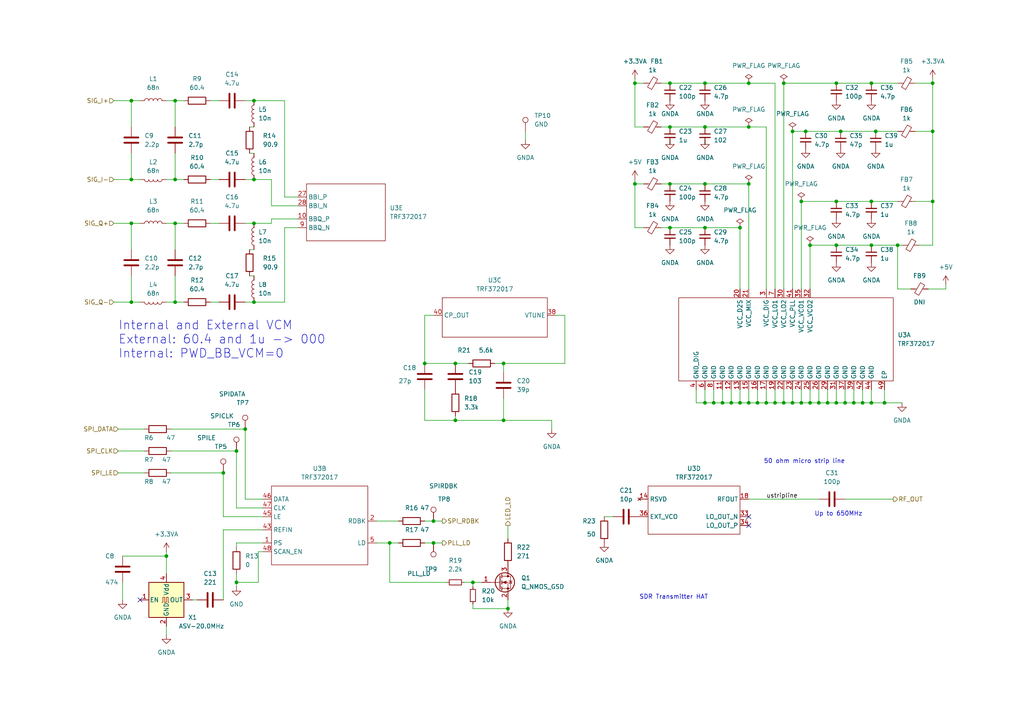
<source format=kicad_sch>
(kicad_sch (version 20211123) (generator eeschema)

  (uuid c84800a4-4c91-49fb-95d0-a9a8aa79fdd4)

  (paper "A4")

  (lib_symbols
    (symbol "Connector:TestPoint" (pin_numbers hide) (pin_names (offset 0.762) hide) (in_bom yes) (on_board yes)
      (property "Reference" "TP" (id 0) (at 0 6.858 0)
        (effects (font (size 1.27 1.27)))
      )
      (property "Value" "TestPoint" (id 1) (at 0 5.08 0)
        (effects (font (size 1.27 1.27)))
      )
      (property "Footprint" "" (id 2) (at 5.08 0 0)
        (effects (font (size 1.27 1.27)) hide)
      )
      (property "Datasheet" "~" (id 3) (at 5.08 0 0)
        (effects (font (size 1.27 1.27)) hide)
      )
      (property "ki_keywords" "test point tp" (id 4) (at 0 0 0)
        (effects (font (size 1.27 1.27)) hide)
      )
      (property "ki_description" "test point" (id 5) (at 0 0 0)
        (effects (font (size 1.27 1.27)) hide)
      )
      (property "ki_fp_filters" "Pin* Test*" (id 6) (at 0 0 0)
        (effects (font (size 1.27 1.27)) hide)
      )
      (symbol "TestPoint_0_1"
        (circle (center 0 3.302) (radius 0.762)
          (stroke (width 0) (type default) (color 0 0 0 0))
          (fill (type none))
        )
      )
      (symbol "TestPoint_1_1"
        (pin passive line (at 0 0 90) (length 2.54)
          (name "1" (effects (font (size 1.27 1.27))))
          (number "1" (effects (font (size 1.27 1.27))))
        )
      )
    )
    (symbol "Device:C" (pin_numbers hide) (pin_names (offset 0.254)) (in_bom yes) (on_board yes)
      (property "Reference" "C" (id 0) (at 0.635 2.54 0)
        (effects (font (size 1.27 1.27)) (justify left))
      )
      (property "Value" "C" (id 1) (at 0.635 -2.54 0)
        (effects (font (size 1.27 1.27)) (justify left))
      )
      (property "Footprint" "" (id 2) (at 0.9652 -3.81 0)
        (effects (font (size 1.27 1.27)) hide)
      )
      (property "Datasheet" "~" (id 3) (at 0 0 0)
        (effects (font (size 1.27 1.27)) hide)
      )
      (property "ki_keywords" "cap capacitor" (id 4) (at 0 0 0)
        (effects (font (size 1.27 1.27)) hide)
      )
      (property "ki_description" "Unpolarized capacitor" (id 5) (at 0 0 0)
        (effects (font (size 1.27 1.27)) hide)
      )
      (property "ki_fp_filters" "C_*" (id 6) (at 0 0 0)
        (effects (font (size 1.27 1.27)) hide)
      )
      (symbol "C_0_1"
        (polyline
          (pts
            (xy -2.032 -0.762)
            (xy 2.032 -0.762)
          )
          (stroke (width 0.508) (type default) (color 0 0 0 0))
          (fill (type none))
        )
        (polyline
          (pts
            (xy -2.032 0.762)
            (xy 2.032 0.762)
          )
          (stroke (width 0.508) (type default) (color 0 0 0 0))
          (fill (type none))
        )
      )
      (symbol "C_1_1"
        (pin passive line (at 0 3.81 270) (length 2.794)
          (name "~" (effects (font (size 1.27 1.27))))
          (number "1" (effects (font (size 1.27 1.27))))
        )
        (pin passive line (at 0 -3.81 90) (length 2.794)
          (name "~" (effects (font (size 1.27 1.27))))
          (number "2" (effects (font (size 1.27 1.27))))
        )
      )
    )
    (symbol "Device:C_Small" (pin_numbers hide) (pin_names (offset 0.254) hide) (in_bom yes) (on_board yes)
      (property "Reference" "C" (id 0) (at 0.254 1.778 0)
        (effects (font (size 1.27 1.27)) (justify left))
      )
      (property "Value" "C_Small" (id 1) (at 0.254 -2.032 0)
        (effects (font (size 1.27 1.27)) (justify left))
      )
      (property "Footprint" "" (id 2) (at 0 0 0)
        (effects (font (size 1.27 1.27)) hide)
      )
      (property "Datasheet" "~" (id 3) (at 0 0 0)
        (effects (font (size 1.27 1.27)) hide)
      )
      (property "ki_keywords" "capacitor cap" (id 4) (at 0 0 0)
        (effects (font (size 1.27 1.27)) hide)
      )
      (property "ki_description" "Unpolarized capacitor, small symbol" (id 5) (at 0 0 0)
        (effects (font (size 1.27 1.27)) hide)
      )
      (property "ki_fp_filters" "C_*" (id 6) (at 0 0 0)
        (effects (font (size 1.27 1.27)) hide)
      )
      (symbol "C_Small_0_1"
        (polyline
          (pts
            (xy -1.524 -0.508)
            (xy 1.524 -0.508)
          )
          (stroke (width 0.3302) (type default) (color 0 0 0 0))
          (fill (type none))
        )
        (polyline
          (pts
            (xy -1.524 0.508)
            (xy 1.524 0.508)
          )
          (stroke (width 0.3048) (type default) (color 0 0 0 0))
          (fill (type none))
        )
      )
      (symbol "C_Small_1_1"
        (pin passive line (at 0 2.54 270) (length 2.032)
          (name "~" (effects (font (size 1.27 1.27))))
          (number "1" (effects (font (size 1.27 1.27))))
        )
        (pin passive line (at 0 -2.54 90) (length 2.032)
          (name "~" (effects (font (size 1.27 1.27))))
          (number "2" (effects (font (size 1.27 1.27))))
        )
      )
    )
    (symbol "Device:FerriteBead_Small" (pin_numbers hide) (pin_names (offset 0)) (in_bom yes) (on_board yes)
      (property "Reference" "FB" (id 0) (at 1.905 1.27 0)
        (effects (font (size 1.27 1.27)) (justify left))
      )
      (property "Value" "FerriteBead_Small" (id 1) (at 1.905 -1.27 0)
        (effects (font (size 1.27 1.27)) (justify left))
      )
      (property "Footprint" "" (id 2) (at -1.778 0 90)
        (effects (font (size 1.27 1.27)) hide)
      )
      (property "Datasheet" "~" (id 3) (at 0 0 0)
        (effects (font (size 1.27 1.27)) hide)
      )
      (property "ki_keywords" "L ferrite bead inductor filter" (id 4) (at 0 0 0)
        (effects (font (size 1.27 1.27)) hide)
      )
      (property "ki_description" "Ferrite bead, small symbol" (id 5) (at 0 0 0)
        (effects (font (size 1.27 1.27)) hide)
      )
      (property "ki_fp_filters" "Inductor_* L_* *Ferrite*" (id 6) (at 0 0 0)
        (effects (font (size 1.27 1.27)) hide)
      )
      (symbol "FerriteBead_Small_0_1"
        (polyline
          (pts
            (xy 0 -1.27)
            (xy 0 -0.7874)
          )
          (stroke (width 0) (type default) (color 0 0 0 0))
          (fill (type none))
        )
        (polyline
          (pts
            (xy 0 0.889)
            (xy 0 1.2954)
          )
          (stroke (width 0) (type default) (color 0 0 0 0))
          (fill (type none))
        )
        (polyline
          (pts
            (xy -1.8288 0.2794)
            (xy -1.1176 1.4986)
            (xy 1.8288 -0.2032)
            (xy 1.1176 -1.4224)
            (xy -1.8288 0.2794)
          )
          (stroke (width 0) (type default) (color 0 0 0 0))
          (fill (type none))
        )
      )
      (symbol "FerriteBead_Small_1_1"
        (pin passive line (at 0 2.54 270) (length 1.27)
          (name "~" (effects (font (size 1.27 1.27))))
          (number "1" (effects (font (size 1.27 1.27))))
        )
        (pin passive line (at 0 -2.54 90) (length 1.27)
          (name "~" (effects (font (size 1.27 1.27))))
          (number "2" (effects (font (size 1.27 1.27))))
        )
      )
    )
    (symbol "Device:L" (pin_numbers hide) (pin_names (offset 1.016) hide) (in_bom yes) (on_board yes)
      (property "Reference" "L" (id 0) (at -1.27 0 90)
        (effects (font (size 1.27 1.27)))
      )
      (property "Value" "L" (id 1) (at 1.905 0 90)
        (effects (font (size 1.27 1.27)))
      )
      (property "Footprint" "" (id 2) (at 0 0 0)
        (effects (font (size 1.27 1.27)) hide)
      )
      (property "Datasheet" "~" (id 3) (at 0 0 0)
        (effects (font (size 1.27 1.27)) hide)
      )
      (property "ki_keywords" "inductor choke coil reactor magnetic" (id 4) (at 0 0 0)
        (effects (font (size 1.27 1.27)) hide)
      )
      (property "ki_description" "Inductor" (id 5) (at 0 0 0)
        (effects (font (size 1.27 1.27)) hide)
      )
      (property "ki_fp_filters" "Choke_* *Coil* Inductor_* L_*" (id 6) (at 0 0 0)
        (effects (font (size 1.27 1.27)) hide)
      )
      (symbol "L_0_1"
        (arc (start 0 -2.54) (mid 0.635 -1.905) (end 0 -1.27)
          (stroke (width 0) (type default) (color 0 0 0 0))
          (fill (type none))
        )
        (arc (start 0 -1.27) (mid 0.635 -0.635) (end 0 0)
          (stroke (width 0) (type default) (color 0 0 0 0))
          (fill (type none))
        )
        (arc (start 0 0) (mid 0.635 0.635) (end 0 1.27)
          (stroke (width 0) (type default) (color 0 0 0 0))
          (fill (type none))
        )
        (arc (start 0 1.27) (mid 0.635 1.905) (end 0 2.54)
          (stroke (width 0) (type default) (color 0 0 0 0))
          (fill (type none))
        )
      )
      (symbol "L_1_1"
        (pin passive line (at 0 3.81 270) (length 1.27)
          (name "1" (effects (font (size 1.27 1.27))))
          (number "1" (effects (font (size 1.27 1.27))))
        )
        (pin passive line (at 0 -3.81 90) (length 1.27)
          (name "2" (effects (font (size 1.27 1.27))))
          (number "2" (effects (font (size 1.27 1.27))))
        )
      )
    )
    (symbol "Device:Q_NMOS_GSD" (pin_names (offset 0) hide) (in_bom yes) (on_board yes)
      (property "Reference" "Q" (id 0) (at 5.08 1.27 0)
        (effects (font (size 1.27 1.27)) (justify left))
      )
      (property "Value" "Q_NMOS_GSD" (id 1) (at 5.08 -1.27 0)
        (effects (font (size 1.27 1.27)) (justify left))
      )
      (property "Footprint" "" (id 2) (at 5.08 2.54 0)
        (effects (font (size 1.27 1.27)) hide)
      )
      (property "Datasheet" "~" (id 3) (at 0 0 0)
        (effects (font (size 1.27 1.27)) hide)
      )
      (property "ki_keywords" "transistor NMOS N-MOS N-MOSFET" (id 4) (at 0 0 0)
        (effects (font (size 1.27 1.27)) hide)
      )
      (property "ki_description" "N-MOSFET transistor, gate/source/drain" (id 5) (at 0 0 0)
        (effects (font (size 1.27 1.27)) hide)
      )
      (symbol "Q_NMOS_GSD_0_1"
        (polyline
          (pts
            (xy 0.254 0)
            (xy -2.54 0)
          )
          (stroke (width 0) (type default) (color 0 0 0 0))
          (fill (type none))
        )
        (polyline
          (pts
            (xy 0.254 1.905)
            (xy 0.254 -1.905)
          )
          (stroke (width 0.254) (type default) (color 0 0 0 0))
          (fill (type none))
        )
        (polyline
          (pts
            (xy 0.762 -1.27)
            (xy 0.762 -2.286)
          )
          (stroke (width 0.254) (type default) (color 0 0 0 0))
          (fill (type none))
        )
        (polyline
          (pts
            (xy 0.762 0.508)
            (xy 0.762 -0.508)
          )
          (stroke (width 0.254) (type default) (color 0 0 0 0))
          (fill (type none))
        )
        (polyline
          (pts
            (xy 0.762 2.286)
            (xy 0.762 1.27)
          )
          (stroke (width 0.254) (type default) (color 0 0 0 0))
          (fill (type none))
        )
        (polyline
          (pts
            (xy 2.54 2.54)
            (xy 2.54 1.778)
          )
          (stroke (width 0) (type default) (color 0 0 0 0))
          (fill (type none))
        )
        (polyline
          (pts
            (xy 2.54 -2.54)
            (xy 2.54 0)
            (xy 0.762 0)
          )
          (stroke (width 0) (type default) (color 0 0 0 0))
          (fill (type none))
        )
        (polyline
          (pts
            (xy 0.762 -1.778)
            (xy 3.302 -1.778)
            (xy 3.302 1.778)
            (xy 0.762 1.778)
          )
          (stroke (width 0) (type default) (color 0 0 0 0))
          (fill (type none))
        )
        (polyline
          (pts
            (xy 1.016 0)
            (xy 2.032 0.381)
            (xy 2.032 -0.381)
            (xy 1.016 0)
          )
          (stroke (width 0) (type default) (color 0 0 0 0))
          (fill (type outline))
        )
        (polyline
          (pts
            (xy 2.794 0.508)
            (xy 2.921 0.381)
            (xy 3.683 0.381)
            (xy 3.81 0.254)
          )
          (stroke (width 0) (type default) (color 0 0 0 0))
          (fill (type none))
        )
        (polyline
          (pts
            (xy 3.302 0.381)
            (xy 2.921 -0.254)
            (xy 3.683 -0.254)
            (xy 3.302 0.381)
          )
          (stroke (width 0) (type default) (color 0 0 0 0))
          (fill (type none))
        )
        (circle (center 1.651 0) (radius 2.794)
          (stroke (width 0.254) (type default) (color 0 0 0 0))
          (fill (type none))
        )
        (circle (center 2.54 -1.778) (radius 0.254)
          (stroke (width 0) (type default) (color 0 0 0 0))
          (fill (type outline))
        )
        (circle (center 2.54 1.778) (radius 0.254)
          (stroke (width 0) (type default) (color 0 0 0 0))
          (fill (type outline))
        )
      )
      (symbol "Q_NMOS_GSD_1_1"
        (pin input line (at -5.08 0 0) (length 2.54)
          (name "G" (effects (font (size 1.27 1.27))))
          (number "1" (effects (font (size 1.27 1.27))))
        )
        (pin passive line (at 2.54 -5.08 90) (length 2.54)
          (name "S" (effects (font (size 1.27 1.27))))
          (number "2" (effects (font (size 1.27 1.27))))
        )
        (pin passive line (at 2.54 5.08 270) (length 2.54)
          (name "D" (effects (font (size 1.27 1.27))))
          (number "3" (effects (font (size 1.27 1.27))))
        )
      )
    )
    (symbol "Device:R" (pin_numbers hide) (pin_names (offset 0)) (in_bom yes) (on_board yes)
      (property "Reference" "R" (id 0) (at 2.032 0 90)
        (effects (font (size 1.27 1.27)))
      )
      (property "Value" "R" (id 1) (at 0 0 90)
        (effects (font (size 1.27 1.27)))
      )
      (property "Footprint" "" (id 2) (at -1.778 0 90)
        (effects (font (size 1.27 1.27)) hide)
      )
      (property "Datasheet" "~" (id 3) (at 0 0 0)
        (effects (font (size 1.27 1.27)) hide)
      )
      (property "ki_keywords" "R res resistor" (id 4) (at 0 0 0)
        (effects (font (size 1.27 1.27)) hide)
      )
      (property "ki_description" "Resistor" (id 5) (at 0 0 0)
        (effects (font (size 1.27 1.27)) hide)
      )
      (property "ki_fp_filters" "R_*" (id 6) (at 0 0 0)
        (effects (font (size 1.27 1.27)) hide)
      )
      (symbol "R_0_1"
        (rectangle (start -1.016 -2.54) (end 1.016 2.54)
          (stroke (width 0.254) (type default) (color 0 0 0 0))
          (fill (type none))
        )
      )
      (symbol "R_1_1"
        (pin passive line (at 0 3.81 270) (length 1.27)
          (name "~" (effects (font (size 1.27 1.27))))
          (number "1" (effects (font (size 1.27 1.27))))
        )
        (pin passive line (at 0 -3.81 90) (length 1.27)
          (name "~" (effects (font (size 1.27 1.27))))
          (number "2" (effects (font (size 1.27 1.27))))
        )
      )
    )
    (symbol "Device:R_Small" (pin_numbers hide) (pin_names (offset 0.254) hide) (in_bom yes) (on_board yes)
      (property "Reference" "R" (id 0) (at 0.762 0.508 0)
        (effects (font (size 1.27 1.27)) (justify left))
      )
      (property "Value" "R_Small" (id 1) (at 0.762 -1.016 0)
        (effects (font (size 1.27 1.27)) (justify left))
      )
      (property "Footprint" "" (id 2) (at 0 0 0)
        (effects (font (size 1.27 1.27)) hide)
      )
      (property "Datasheet" "~" (id 3) (at 0 0 0)
        (effects (font (size 1.27 1.27)) hide)
      )
      (property "ki_keywords" "R resistor" (id 4) (at 0 0 0)
        (effects (font (size 1.27 1.27)) hide)
      )
      (property "ki_description" "Resistor, small symbol" (id 5) (at 0 0 0)
        (effects (font (size 1.27 1.27)) hide)
      )
      (property "ki_fp_filters" "R_*" (id 6) (at 0 0 0)
        (effects (font (size 1.27 1.27)) hide)
      )
      (symbol "R_Small_0_1"
        (rectangle (start -0.762 1.778) (end 0.762 -1.778)
          (stroke (width 0.2032) (type default) (color 0 0 0 0))
          (fill (type none))
        )
      )
      (symbol "R_Small_1_1"
        (pin passive line (at 0 2.54 270) (length 0.762)
          (name "~" (effects (font (size 1.27 1.27))))
          (number "1" (effects (font (size 1.27 1.27))))
        )
        (pin passive line (at 0 -2.54 90) (length 0.762)
          (name "~" (effects (font (size 1.27 1.27))))
          (number "2" (effects (font (size 1.27 1.27))))
        )
      )
    )
    (symbol "My_Library2:TRF372017" (in_bom yes) (on_board yes)
      (property "Reference" "U" (id 0) (at 1.27 1.27 0)
        (effects (font (size 1.27 1.27)))
      )
      (property "Value" "TRF372017" (id 1) (at 0 -2.54 0)
        (effects (font (size 1.27 1.27)))
      )
      (property "Footprint" "" (id 2) (at 0 20.32 0)
        (effects (font (size 1.27 1.27)) hide)
      )
      (property "Datasheet" "" (id 3) (at 0 20.32 0)
        (effects (font (size 1.27 1.27)) hide)
      )
      (property "ki_locked" "" (id 4) (at 0 0 0)
        (effects (font (size 1.27 1.27)))
      )
      (symbol "TRF372017_1_1"
        (rectangle (start -29.21 11.43) (end 33.02 -12.7)
          (stroke (width 0) (type default) (color 0 0 0 0))
          (fill (type none))
        )
        (pin power_in line (at -16.51 -15.24 90) (length 2.54)
          (name "GND" (effects (font (size 1.27 1.27))))
          (number "11" (effects (font (size 1.27 1.27))))
        )
        (pin power_in line (at -13.97 -15.24 90) (length 2.54)
          (name "GND" (effects (font (size 1.27 1.27))))
          (number "12" (effects (font (size 1.27 1.27))))
        )
        (pin power_in line (at -11.43 -15.24 90) (length 2.54)
          (name "GND" (effects (font (size 1.27 1.27))))
          (number "13" (effects (font (size 1.27 1.27))))
        )
        (pin power_in line (at -8.89 -15.24 90) (length 2.54)
          (name "GND" (effects (font (size 1.27 1.27))))
          (number "15" (effects (font (size 1.27 1.27))))
        )
        (pin power_in line (at -6.35 -15.24 90) (length 2.54)
          (name "GND" (effects (font (size 1.27 1.27))))
          (number "16" (effects (font (size 1.27 1.27))))
        )
        (pin power_in line (at -3.81 -15.24 90) (length 2.54)
          (name "GND" (effects (font (size 1.27 1.27))))
          (number "17" (effects (font (size 1.27 1.27))))
        )
        (pin power_in line (at -1.27 -15.24 90) (length 2.54)
          (name "GND" (effects (font (size 1.27 1.27))))
          (number "19" (effects (font (size 1.27 1.27))))
        )
        (pin power_in line (at -11.43 13.97 270) (length 2.54)
          (name "VCC_D2S" (effects (font (size 1.27 1.27))))
          (number "20" (effects (font (size 1.27 1.27))))
        )
        (pin power_in line (at -8.89 13.97 270) (length 2.54)
          (name "VCC_MIX" (effects (font (size 1.27 1.27))))
          (number "21" (effects (font (size 1.27 1.27))))
        )
        (pin power_in line (at 1.27 -15.24 90) (length 2.54)
          (name "GND" (effects (font (size 1.27 1.27))))
          (number "22" (effects (font (size 1.27 1.27))))
        )
        (pin power_in line (at 3.81 -15.24 90) (length 2.54)
          (name "GND" (effects (font (size 1.27 1.27))))
          (number "23" (effects (font (size 1.27 1.27))))
        )
        (pin power_in line (at 6.35 -15.24 90) (length 2.54)
          (name "GND" (effects (font (size 1.27 1.27))))
          (number "24" (effects (font (size 1.27 1.27))))
        )
        (pin power_in line (at 8.89 -15.24 90) (length 2.54)
          (name "GND" (effects (font (size 1.27 1.27))))
          (number "25" (effects (font (size 1.27 1.27))))
        )
        (pin power_in line (at 11.43 -15.24 90) (length 2.54)
          (name "GND" (effects (font (size 1.27 1.27))))
          (number "26" (effects (font (size 1.27 1.27))))
        )
        (pin power_in line (at 13.97 -15.24 90) (length 2.54)
          (name "GND" (effects (font (size 1.27 1.27))))
          (number "29" (effects (font (size 1.27 1.27))))
        )
        (pin power_in line (at -3.81 13.97 270) (length 2.54)
          (name "VCC_DIG" (effects (font (size 1.27 1.27))))
          (number "3" (effects (font (size 1.27 1.27))))
        )
        (pin power_in line (at 1.27 13.97 270) (length 2.54)
          (name "VCC_LO2" (effects (font (size 1.27 1.27))))
          (number "30" (effects (font (size 1.27 1.27))))
        )
        (pin power_in line (at 16.51 -15.24 90) (length 2.54)
          (name "GND" (effects (font (size 1.27 1.27))))
          (number "31" (effects (font (size 1.27 1.27))))
        )
        (pin power_in line (at 8.89 13.97 270) (length 2.54)
          (name "VCC_VCO2" (effects (font (size 1.27 1.27))))
          (number "32" (effects (font (size 1.27 1.27))))
        )
        (pin power_in line (at 6.35 13.97 270) (length 2.54)
          (name "VCC_VCO1" (effects (font (size 1.27 1.27))))
          (number "35" (effects (font (size 1.27 1.27))))
        )
        (pin power_in line (at 19.05 -15.24 90) (length 2.54)
          (name "GND" (effects (font (size 1.27 1.27))))
          (number "37" (effects (font (size 1.27 1.27))))
        )
        (pin power_in line (at 21.59 -15.24 90) (length 2.54)
          (name "GND" (effects (font (size 1.27 1.27))))
          (number "39" (effects (font (size 1.27 1.27))))
        )
        (pin power_in line (at -24.13 -15.24 90) (length 2.54)
          (name "GND_DIG" (effects (font (size 1.27 1.27))))
          (number "4" (effects (font (size 1.27 1.27))))
        )
        (pin power_in line (at 3.81 13.97 270) (length 2.54)
          (name "VCC_PLL" (effects (font (size 1.27 1.27))))
          (number "41" (effects (font (size 1.27 1.27))))
        )
        (pin power_in line (at 24.13 -15.24 90) (length 2.54)
          (name "GND" (effects (font (size 1.27 1.27))))
          (number "42" (effects (font (size 1.27 1.27))))
        )
        (pin power_in line (at 26.67 -15.24 90) (length 2.54)
          (name "GND" (effects (font (size 1.27 1.27))))
          (number "44" (effects (font (size 1.27 1.27))))
        )
        (pin free line (at 30.48 -15.24 90) (length 2.54)
          (name "EP" (effects (font (size 1.27 1.27))))
          (number "49" (effects (font (size 1.27 1.27))))
        )
        (pin power_in line (at -21.59 -15.24 90) (length 2.54)
          (name "GND" (effects (font (size 1.27 1.27))))
          (number "6" (effects (font (size 1.27 1.27))))
        )
        (pin power_in line (at -1.27 13.97 270) (length 2.54)
          (name "VCC_LO1" (effects (font (size 1.27 1.27))))
          (number "7" (effects (font (size 1.27 1.27))))
        )
        (pin power_in line (at -19.05 -15.24 90) (length 2.54)
          (name "GND" (effects (font (size 1.27 1.27))))
          (number "8" (effects (font (size 1.27 1.27))))
        )
      )
      (symbol "TRF372017_2_1"
        (rectangle (start -13.97 7.62) (end 13.97 -15.24)
          (stroke (width 0) (type default) (color 0 0 0 0))
          (fill (type none))
        )
        (pin input line (at -16.51 -8.89 0) (length 2.54)
          (name "PS" (effects (font (size 1.27 1.27))))
          (number "1" (effects (font (size 1.27 1.27))))
        )
        (pin output line (at 16.51 -2.54 180) (length 2.54)
          (name "RDBK" (effects (font (size 1.27 1.27))))
          (number "2" (effects (font (size 1.27 1.27))))
        )
        (pin input line (at -16.51 -5.08 0) (length 2.54)
          (name "REFIN" (effects (font (size 1.27 1.27))))
          (number "43" (effects (font (size 1.27 1.27))))
        )
        (pin input line (at -16.51 -1.27 0) (length 2.54)
          (name "LE" (effects (font (size 1.27 1.27))))
          (number "45" (effects (font (size 1.27 1.27))))
        )
        (pin input line (at -16.51 3.81 0) (length 2.54)
          (name "DATA" (effects (font (size 1.27 1.27))))
          (number "46" (effects (font (size 1.27 1.27))))
        )
        (pin input line (at -16.51 1.27 0) (length 2.54)
          (name "CLK" (effects (font (size 1.27 1.27))))
          (number "47" (effects (font (size 1.27 1.27))))
        )
        (pin input line (at -16.51 -11.43 0) (length 2.54)
          (name "SCAN_EN" (effects (font (size 1.27 1.27))))
          (number "48" (effects (font (size 1.27 1.27))))
        )
        (pin output line (at 16.51 -8.89 180) (length 2.54)
          (name "LD" (effects (font (size 1.27 1.27))))
          (number "5" (effects (font (size 1.27 1.27))))
        )
      )
      (symbol "TRF372017_3_1"
        (rectangle (start -15.24 -6.35) (end 15.24 5.08)
          (stroke (width 0) (type default) (color 0 0 0 0))
          (fill (type none))
        )
        (pin input line (at 17.78 0 180) (length 2.54)
          (name "VTUNE" (effects (font (size 1.27 1.27))))
          (number "38" (effects (font (size 1.27 1.27))))
        )
        (pin output line (at -17.78 0 0) (length 2.54)
          (name "CP_OUT" (effects (font (size 1.27 1.27))))
          (number "40" (effects (font (size 1.27 1.27))))
        )
      )
      (symbol "TRF372017_4_1"
        (rectangle (start -8.89 6.35) (end 17.78 -7.62)
          (stroke (width 0) (type default) (color 0 0 0 0))
          (fill (type none))
        )
        (pin output line (at 20.32 2.54 180) (length 2.54)
          (name "RFOUT" (effects (font (size 1.27 1.27))))
          (number "18" (effects (font (size 1.27 1.27))))
        )
        (pin output line (at 20.32 -2.54 180) (length 2.54)
          (name "LO_OUT_N" (effects (font (size 1.27 1.27))))
          (number "33" (effects (font (size 1.27 1.27))))
        )
        (pin output line (at 20.32 -5.08 180) (length 2.54)
          (name "LO_OUT_P" (effects (font (size 1.27 1.27))))
          (number "34" (effects (font (size 1.27 1.27))))
        )
      )
      (symbol "TRF372017_5_1"
        (rectangle (start -13.97 7.62) (end 8.89 -8.89)
          (stroke (width 0) (type default) (color 0 0 0 0))
          (fill (type none))
        )
        (pin input line (at -16.51 -2.54 0) (length 2.54)
          (name "BBQ_P" (effects (font (size 1.27 1.27))))
          (number "10" (effects (font (size 1.27 1.27))))
        )
        (pin input line (at -16.51 3.81 0) (length 2.54)
          (name "BBI_P" (effects (font (size 1.27 1.27))))
          (number "27" (effects (font (size 1.27 1.27))))
        )
        (pin input line (at -16.51 1.27 0) (length 2.54)
          (name "BBI_N" (effects (font (size 1.27 1.27))))
          (number "28" (effects (font (size 1.27 1.27))))
        )
        (pin input line (at -16.51 -5.08 0) (length 2.54)
          (name "BBQ_N" (effects (font (size 1.27 1.27))))
          (number "9" (effects (font (size 1.27 1.27))))
        )
      )
    )
    (symbol "Oscillator:ASV-xxxMHz" (pin_names (offset 0.254)) (in_bom yes) (on_board yes)
      (property "Reference" "X" (id 0) (at -5.08 6.35 0)
        (effects (font (size 1.27 1.27)) (justify left))
      )
      (property "Value" "ASV-xxxMHz" (id 1) (at 1.27 -6.35 0)
        (effects (font (size 1.27 1.27)) (justify left))
      )
      (property "Footprint" "Oscillator:Oscillator_SMD_Abracon_ASV-4Pin_7.0x5.1mm" (id 2) (at 17.78 -8.89 0)
        (effects (font (size 1.27 1.27)) hide)
      )
      (property "Datasheet" "http://www.abracon.com/Oscillators/ASV.pdf" (id 3) (at -2.54 0 0)
        (effects (font (size 1.27 1.27)) hide)
      )
      (property "ki_keywords" "3.3V HCMOS SMD Crystal Clock Oscillator" (id 4) (at 0 0 0)
        (effects (font (size 1.27 1.27)) hide)
      )
      (property "ki_description" "3.3V HCMOS SMD Crystal Clock Oscillator, Abracon" (id 5) (at 0 0 0)
        (effects (font (size 1.27 1.27)) hide)
      )
      (property "ki_fp_filters" "Oscillator*SMD*Abracon*ASV*7.0x5.1mm*" (id 6) (at 0 0 0)
        (effects (font (size 1.27 1.27)) hide)
      )
      (symbol "ASV-xxxMHz_0_1"
        (rectangle (start -5.08 5.08) (end 5.08 -5.08)
          (stroke (width 0.254) (type default) (color 0 0 0 0))
          (fill (type background))
        )
        (polyline
          (pts
            (xy -1.27 -0.762)
            (xy -1.016 -0.762)
            (xy -1.016 0.762)
            (xy -0.508 0.762)
            (xy -0.508 -0.762)
            (xy 0 -0.762)
            (xy 0 0.762)
            (xy 0.508 0.762)
            (xy 0.508 -0.762)
            (xy 0.762 -0.762)
          )
          (stroke (width 0) (type default) (color 0 0 0 0))
          (fill (type none))
        )
      )
      (symbol "ASV-xxxMHz_1_1"
        (pin input line (at -7.62 0 0) (length 2.54)
          (name "EN" (effects (font (size 1.27 1.27))))
          (number "1" (effects (font (size 1.27 1.27))))
        )
        (pin power_in line (at 0 -7.62 90) (length 2.54)
          (name "GND" (effects (font (size 1.27 1.27))))
          (number "2" (effects (font (size 1.27 1.27))))
        )
        (pin output line (at 7.62 0 180) (length 2.54)
          (name "OUT" (effects (font (size 1.27 1.27))))
          (number "3" (effects (font (size 1.27 1.27))))
        )
        (pin power_in line (at 0 7.62 270) (length 2.54)
          (name "Vdd" (effects (font (size 1.27 1.27))))
          (number "4" (effects (font (size 1.27 1.27))))
        )
      )
    )
    (symbol "TRF372017_1" (in_bom yes) (on_board yes)
      (property "Reference" "U6" (id 0) (at 4.445 11.43 0)
        (effects (font (size 1.27 1.27)))
      )
      (property "Value" "TRF372017_1" (id 1) (at 4.445 8.89 0)
        (effects (font (size 1.27 1.27)))
      )
      (property "Footprint" "Package_DFN_QFN:VQFN-48-1EP_7x7mm_P0.5mm_EP5.15x5.15mm_ThermalVias" (id 2) (at 0 20.32 0)
        (effects (font (size 1.27 1.27)) hide)
      )
      (property "Datasheet" "" (id 3) (at 0 20.32 0)
        (effects (font (size 1.27 1.27)) hide)
      )
      (property "ki_locked" "" (id 4) (at 0 0 0)
        (effects (font (size 1.27 1.27)))
      )
      (symbol "TRF372017_1_1_1"
        (rectangle (start -29.21 11.43) (end 33.02 -12.7)
          (stroke (width 0) (type default) (color 0 0 0 0))
          (fill (type none))
        )
        (pin power_in line (at -16.51 -15.24 90) (length 2.54)
          (name "GND" (effects (font (size 1.27 1.27))))
          (number "11" (effects (font (size 1.27 1.27))))
        )
        (pin power_in line (at -13.97 -15.24 90) (length 2.54)
          (name "GND" (effects (font (size 1.27 1.27))))
          (number "12" (effects (font (size 1.27 1.27))))
        )
        (pin power_in line (at -11.43 -15.24 90) (length 2.54)
          (name "GND" (effects (font (size 1.27 1.27))))
          (number "13" (effects (font (size 1.27 1.27))))
        )
        (pin power_in line (at -8.89 -15.24 90) (length 2.54)
          (name "GND" (effects (font (size 1.27 1.27))))
          (number "15" (effects (font (size 1.27 1.27))))
        )
        (pin power_in line (at -6.35 -15.24 90) (length 2.54)
          (name "GND" (effects (font (size 1.27 1.27))))
          (number "16" (effects (font (size 1.27 1.27))))
        )
        (pin power_in line (at -3.81 -15.24 90) (length 2.54)
          (name "GND" (effects (font (size 1.27 1.27))))
          (number "17" (effects (font (size 1.27 1.27))))
        )
        (pin power_in line (at -1.27 -15.24 90) (length 2.54)
          (name "GND" (effects (font (size 1.27 1.27))))
          (number "19" (effects (font (size 1.27 1.27))))
        )
        (pin power_in line (at -11.43 13.97 270) (length 2.54)
          (name "VCC_D2S" (effects (font (size 1.27 1.27))))
          (number "20" (effects (font (size 1.27 1.27))))
        )
        (pin power_in line (at -8.89 13.97 270) (length 2.54)
          (name "VCC_MIX" (effects (font (size 1.27 1.27))))
          (number "21" (effects (font (size 1.27 1.27))))
        )
        (pin power_in line (at 1.27 -15.24 90) (length 2.54)
          (name "GND" (effects (font (size 1.27 1.27))))
          (number "22" (effects (font (size 1.27 1.27))))
        )
        (pin power_in line (at 3.81 -15.24 90) (length 2.54)
          (name "GND" (effects (font (size 1.27 1.27))))
          (number "23" (effects (font (size 1.27 1.27))))
        )
        (pin power_in line (at 6.35 -15.24 90) (length 2.54)
          (name "GND" (effects (font (size 1.27 1.27))))
          (number "24" (effects (font (size 1.27 1.27))))
        )
        (pin power_in line (at 8.89 -15.24 90) (length 2.54)
          (name "GND" (effects (font (size 1.27 1.27))))
          (number "25" (effects (font (size 1.27 1.27))))
        )
        (pin power_in line (at 11.43 -15.24 90) (length 2.54)
          (name "GND" (effects (font (size 1.27 1.27))))
          (number "26" (effects (font (size 1.27 1.27))))
        )
        (pin power_in line (at 13.97 -15.24 90) (length 2.54)
          (name "GND" (effects (font (size 1.27 1.27))))
          (number "29" (effects (font (size 1.27 1.27))))
        )
        (pin power_in line (at -3.81 13.97 270) (length 2.54)
          (name "VCC_DIG" (effects (font (size 1.27 1.27))))
          (number "3" (effects (font (size 1.27 1.27))))
        )
        (pin power_in line (at 1.27 13.97 270) (length 2.54)
          (name "VCC_LO2" (effects (font (size 1.27 1.27))))
          (number "30" (effects (font (size 1.27 1.27))))
        )
        (pin power_in line (at 16.51 -15.24 90) (length 2.54)
          (name "GND" (effects (font (size 1.27 1.27))))
          (number "31" (effects (font (size 1.27 1.27))))
        )
        (pin power_in line (at 8.89 13.97 270) (length 2.54)
          (name "VCC_VCO2" (effects (font (size 1.27 1.27))))
          (number "32" (effects (font (size 1.27 1.27))))
        )
        (pin power_in line (at 6.35 13.97 270) (length 2.54)
          (name "VCC_VCO1" (effects (font (size 1.27 1.27))))
          (number "35" (effects (font (size 1.27 1.27))))
        )
        (pin power_in line (at 19.05 -15.24 90) (length 2.54)
          (name "GND" (effects (font (size 1.27 1.27))))
          (number "37" (effects (font (size 1.27 1.27))))
        )
        (pin power_in line (at 21.59 -15.24 90) (length 2.54)
          (name "GND" (effects (font (size 1.27 1.27))))
          (number "39" (effects (font (size 1.27 1.27))))
        )
        (pin power_in line (at -24.13 -15.24 90) (length 2.54)
          (name "GND_DIG" (effects (font (size 1.27 1.27))))
          (number "4" (effects (font (size 1.27 1.27))))
        )
        (pin power_in line (at 3.81 13.97 270) (length 2.54)
          (name "VCC_PLL" (effects (font (size 1.27 1.27))))
          (number "41" (effects (font (size 1.27 1.27))))
        )
        (pin power_in line (at 24.13 -15.24 90) (length 2.54)
          (name "GND" (effects (font (size 1.27 1.27))))
          (number "42" (effects (font (size 1.27 1.27))))
        )
        (pin power_in line (at 26.67 -15.24 90) (length 2.54)
          (name "GND" (effects (font (size 1.27 1.27))))
          (number "44" (effects (font (size 1.27 1.27))))
        )
        (pin free line (at 30.48 -15.24 90) (length 2.54)
          (name "EP" (effects (font (size 1.27 1.27))))
          (number "49" (effects (font (size 1.27 1.27))))
        )
        (pin power_in line (at -21.59 -15.24 90) (length 2.54)
          (name "GND" (effects (font (size 1.27 1.27))))
          (number "6" (effects (font (size 1.27 1.27))))
        )
        (pin power_in line (at -1.27 13.97 270) (length 2.54)
          (name "VCC_LO1" (effects (font (size 1.27 1.27))))
          (number "7" (effects (font (size 1.27 1.27))))
        )
        (pin power_in line (at -19.05 -15.24 90) (length 2.54)
          (name "GND" (effects (font (size 1.27 1.27))))
          (number "8" (effects (font (size 1.27 1.27))))
        )
      )
      (symbol "TRF372017_1_2_1"
        (rectangle (start -13.97 7.62) (end 13.97 -15.24)
          (stroke (width 0) (type default) (color 0 0 0 0))
          (fill (type none))
        )
        (pin input line (at -16.51 -8.89 0) (length 2.54)
          (name "PS" (effects (font (size 1.27 1.27))))
          (number "1" (effects (font (size 1.27 1.27))))
        )
        (pin output line (at 16.51 -2.54 180) (length 2.54)
          (name "RDBK" (effects (font (size 1.27 1.27))))
          (number "2" (effects (font (size 1.27 1.27))))
        )
        (pin input line (at -16.51 -5.08 0) (length 2.54)
          (name "REFIN" (effects (font (size 1.27 1.27))))
          (number "43" (effects (font (size 1.27 1.27))))
        )
        (pin input line (at -16.51 -1.27 0) (length 2.54)
          (name "LE" (effects (font (size 1.27 1.27))))
          (number "45" (effects (font (size 1.27 1.27))))
        )
        (pin input line (at -16.51 3.81 0) (length 2.54)
          (name "DATA" (effects (font (size 1.27 1.27))))
          (number "46" (effects (font (size 1.27 1.27))))
        )
        (pin input line (at -16.51 1.27 0) (length 2.54)
          (name "CLK" (effects (font (size 1.27 1.27))))
          (number "47" (effects (font (size 1.27 1.27))))
        )
        (pin input line (at -16.51 -11.43 0) (length 2.54)
          (name "SCAN_EN" (effects (font (size 1.27 1.27))))
          (number "48" (effects (font (size 1.27 1.27))))
        )
        (pin output line (at 16.51 -8.89 180) (length 2.54)
          (name "LD" (effects (font (size 1.27 1.27))))
          (number "5" (effects (font (size 1.27 1.27))))
        )
      )
      (symbol "TRF372017_1_3_1"
        (rectangle (start -15.24 -6.35) (end 15.24 5.08)
          (stroke (width 0) (type default) (color 0 0 0 0))
          (fill (type none))
        )
        (pin input line (at 17.78 0 180) (length 2.54)
          (name "VTUNE" (effects (font (size 1.27 1.27))))
          (number "38" (effects (font (size 1.27 1.27))))
        )
        (pin output line (at -17.78 0 0) (length 2.54)
          (name "CP_OUT" (effects (font (size 1.27 1.27))))
          (number "40" (effects (font (size 1.27 1.27))))
        )
      )
      (symbol "TRF372017_1_4_1"
        (rectangle (start -8.89 6.35) (end 17.78 -7.62)
          (stroke (width 0) (type default) (color 0 0 0 0))
          (fill (type none))
        )
        (pin no_connect line (at -11.43 2.54 0) (length 2.54)
          (name "RSVD" (effects (font (size 1.27 1.27))))
          (number "14" (effects (font (size 1.27 1.27))))
        )
        (pin output line (at 20.32 2.54 180) (length 2.54)
          (name "RFOUT" (effects (font (size 1.27 1.27))))
          (number "18" (effects (font (size 1.27 1.27))))
        )
        (pin output line (at 20.32 -2.54 180) (length 2.54)
          (name "LO_OUT_N" (effects (font (size 1.27 1.27))))
          (number "33" (effects (font (size 1.27 1.27))))
        )
        (pin output line (at 20.32 -5.08 180) (length 2.54)
          (name "LO_OUT_P" (effects (font (size 1.27 1.27))))
          (number "34" (effects (font (size 1.27 1.27))))
        )
        (pin input line (at -11.43 -2.54 0) (length 2.54)
          (name "EXT_VCO" (effects (font (size 1.27 1.27))))
          (number "36" (effects (font (size 1.27 1.27))))
        )
      )
      (symbol "TRF372017_1_5_1"
        (rectangle (start -13.97 7.62) (end 8.89 -8.89)
          (stroke (width 0) (type default) (color 0 0 0 0))
          (fill (type none))
        )
        (pin input line (at -16.51 -2.54 0) (length 2.54)
          (name "BBQ_P" (effects (font (size 1.27 1.27))))
          (number "10" (effects (font (size 1.27 1.27))))
        )
        (pin input line (at -16.51 3.81 0) (length 2.54)
          (name "BBI_P" (effects (font (size 1.27 1.27))))
          (number "27" (effects (font (size 1.27 1.27))))
        )
        (pin input line (at -16.51 1.27 0) (length 2.54)
          (name "BBI_N" (effects (font (size 1.27 1.27))))
          (number "28" (effects (font (size 1.27 1.27))))
        )
        (pin input line (at -16.51 -5.08 0) (length 2.54)
          (name "BBQ_N" (effects (font (size 1.27 1.27))))
          (number "9" (effects (font (size 1.27 1.27))))
        )
      )
    )
    (symbol "power:+3.3VA" (power) (pin_names (offset 0)) (in_bom yes) (on_board yes)
      (property "Reference" "#PWR" (id 0) (at 0 -3.81 0)
        (effects (font (size 1.27 1.27)) hide)
      )
      (property "Value" "+3.3VA" (id 1) (at 0 3.556 0)
        (effects (font (size 1.27 1.27)))
      )
      (property "Footprint" "" (id 2) (at 0 0 0)
        (effects (font (size 1.27 1.27)) hide)
      )
      (property "Datasheet" "" (id 3) (at 0 0 0)
        (effects (font (size 1.27 1.27)) hide)
      )
      (property "ki_keywords" "power-flag" (id 4) (at 0 0 0)
        (effects (font (size 1.27 1.27)) hide)
      )
      (property "ki_description" "Power symbol creates a global label with name \"+3.3VA\"" (id 5) (at 0 0 0)
        (effects (font (size 1.27 1.27)) hide)
      )
      (symbol "+3.3VA_0_1"
        (polyline
          (pts
            (xy -0.762 1.27)
            (xy 0 2.54)
          )
          (stroke (width 0) (type default) (color 0 0 0 0))
          (fill (type none))
        )
        (polyline
          (pts
            (xy 0 0)
            (xy 0 2.54)
          )
          (stroke (width 0) (type default) (color 0 0 0 0))
          (fill (type none))
        )
        (polyline
          (pts
            (xy 0 2.54)
            (xy 0.762 1.27)
          )
          (stroke (width 0) (type default) (color 0 0 0 0))
          (fill (type none))
        )
      )
      (symbol "+3.3VA_1_1"
        (pin power_in line (at 0 0 90) (length 0) hide
          (name "+3.3VA" (effects (font (size 1.27 1.27))))
          (number "1" (effects (font (size 1.27 1.27))))
        )
      )
    )
    (symbol "power:+5V" (power) (pin_names (offset 0)) (in_bom yes) (on_board yes)
      (property "Reference" "#PWR" (id 0) (at 0 -3.81 0)
        (effects (font (size 1.27 1.27)) hide)
      )
      (property "Value" "+5V" (id 1) (at 0 3.556 0)
        (effects (font (size 1.27 1.27)))
      )
      (property "Footprint" "" (id 2) (at 0 0 0)
        (effects (font (size 1.27 1.27)) hide)
      )
      (property "Datasheet" "" (id 3) (at 0 0 0)
        (effects (font (size 1.27 1.27)) hide)
      )
      (property "ki_keywords" "power-flag" (id 4) (at 0 0 0)
        (effects (font (size 1.27 1.27)) hide)
      )
      (property "ki_description" "Power symbol creates a global label with name \"+5V\"" (id 5) (at 0 0 0)
        (effects (font (size 1.27 1.27)) hide)
      )
      (symbol "+5V_0_1"
        (polyline
          (pts
            (xy -0.762 1.27)
            (xy 0 2.54)
          )
          (stroke (width 0) (type default) (color 0 0 0 0))
          (fill (type none))
        )
        (polyline
          (pts
            (xy 0 0)
            (xy 0 2.54)
          )
          (stroke (width 0) (type default) (color 0 0 0 0))
          (fill (type none))
        )
        (polyline
          (pts
            (xy 0 2.54)
            (xy 0.762 1.27)
          )
          (stroke (width 0) (type default) (color 0 0 0 0))
          (fill (type none))
        )
      )
      (symbol "+5V_1_1"
        (pin power_in line (at 0 0 90) (length 0) hide
          (name "+5V" (effects (font (size 1.27 1.27))))
          (number "1" (effects (font (size 1.27 1.27))))
        )
      )
    )
    (symbol "power:GND" (power) (pin_names (offset 0)) (in_bom yes) (on_board yes)
      (property "Reference" "#PWR" (id 0) (at 0 -6.35 0)
        (effects (font (size 1.27 1.27)) hide)
      )
      (property "Value" "GND" (id 1) (at 0 -3.81 0)
        (effects (font (size 1.27 1.27)))
      )
      (property "Footprint" "" (id 2) (at 0 0 0)
        (effects (font (size 1.27 1.27)) hide)
      )
      (property "Datasheet" "" (id 3) (at 0 0 0)
        (effects (font (size 1.27 1.27)) hide)
      )
      (property "ki_keywords" "power-flag" (id 4) (at 0 0 0)
        (effects (font (size 1.27 1.27)) hide)
      )
      (property "ki_description" "Power symbol creates a global label with name \"GND\" , ground" (id 5) (at 0 0 0)
        (effects (font (size 1.27 1.27)) hide)
      )
      (symbol "GND_0_1"
        (polyline
          (pts
            (xy 0 0)
            (xy 0 -1.27)
            (xy 1.27 -1.27)
            (xy 0 -2.54)
            (xy -1.27 -1.27)
            (xy 0 -1.27)
          )
          (stroke (width 0) (type default) (color 0 0 0 0))
          (fill (type none))
        )
      )
      (symbol "GND_1_1"
        (pin power_in line (at 0 0 270) (length 0) hide
          (name "GND" (effects (font (size 1.27 1.27))))
          (number "1" (effects (font (size 1.27 1.27))))
        )
      )
    )
    (symbol "power:GNDA" (power) (pin_names (offset 0)) (in_bom yes) (on_board yes)
      (property "Reference" "#PWR" (id 0) (at 0 -6.35 0)
        (effects (font (size 1.27 1.27)) hide)
      )
      (property "Value" "GNDA" (id 1) (at 0 -3.81 0)
        (effects (font (size 1.27 1.27)))
      )
      (property "Footprint" "" (id 2) (at 0 0 0)
        (effects (font (size 1.27 1.27)) hide)
      )
      (property "Datasheet" "" (id 3) (at 0 0 0)
        (effects (font (size 1.27 1.27)) hide)
      )
      (property "ki_keywords" "power-flag" (id 4) (at 0 0 0)
        (effects (font (size 1.27 1.27)) hide)
      )
      (property "ki_description" "Power symbol creates a global label with name \"GNDA\" , analog ground" (id 5) (at 0 0 0)
        (effects (font (size 1.27 1.27)) hide)
      )
      (symbol "GNDA_0_1"
        (polyline
          (pts
            (xy 0 0)
            (xy 0 -1.27)
            (xy 1.27 -1.27)
            (xy 0 -2.54)
            (xy -1.27 -1.27)
            (xy 0 -1.27)
          )
          (stroke (width 0) (type default) (color 0 0 0 0))
          (fill (type none))
        )
      )
      (symbol "GNDA_1_1"
        (pin power_in line (at 0 0 270) (length 0) hide
          (name "GNDA" (effects (font (size 1.27 1.27))))
          (number "1" (effects (font (size 1.27 1.27))))
        )
      )
    )
    (symbol "power:PWR_FLAG" (power) (pin_numbers hide) (pin_names (offset 0) hide) (in_bom yes) (on_board yes)
      (property "Reference" "#FLG" (id 0) (at 0 1.905 0)
        (effects (font (size 1.27 1.27)) hide)
      )
      (property "Value" "PWR_FLAG" (id 1) (at 0 3.81 0)
        (effects (font (size 1.27 1.27)))
      )
      (property "Footprint" "" (id 2) (at 0 0 0)
        (effects (font (size 1.27 1.27)) hide)
      )
      (property "Datasheet" "~" (id 3) (at 0 0 0)
        (effects (font (size 1.27 1.27)) hide)
      )
      (property "ki_keywords" "power-flag" (id 4) (at 0 0 0)
        (effects (font (size 1.27 1.27)) hide)
      )
      (property "ki_description" "Special symbol for telling ERC where power comes from" (id 5) (at 0 0 0)
        (effects (font (size 1.27 1.27)) hide)
      )
      (symbol "PWR_FLAG_0_0"
        (pin power_out line (at 0 0 90) (length 0)
          (name "pwr" (effects (font (size 1.27 1.27))))
          (number "1" (effects (font (size 1.27 1.27))))
        )
      )
      (symbol "PWR_FLAG_0_1"
        (polyline
          (pts
            (xy 0 0)
            (xy 0 1.27)
            (xy -1.016 1.905)
            (xy 0 2.54)
            (xy 1.016 1.905)
            (xy 0 1.27)
          )
          (stroke (width 0) (type default) (color 0 0 0 0))
          (fill (type none))
        )
      )
    )
  )

  (junction (at 204.47 53.34) (diameter 0) (color 0 0 0 0)
    (uuid 01b042b9-9d5d-441e-aec0-6da71adcf501)
  )
  (junction (at 242.57 24.13) (diameter 0) (color 0 0 0 0)
    (uuid 02bd2541-9102-49b3-b8d9-75cebe1edaa7)
  )
  (junction (at 219.71 116.84) (diameter 0) (color 0 0 0 0)
    (uuid 07f59476-c62b-4321-bbe0-caca1acbad65)
  )
  (junction (at 234.95 116.84) (diameter 0) (color 0 0 0 0)
    (uuid 0ccb8cbc-82f1-4704-9e2b-031a8fe1b5e0)
  )
  (junction (at 50.8 29.21) (diameter 0) (color 0 0 0 0)
    (uuid 0ddad277-a82a-4586-84c1-5a3a851b7786)
  )
  (junction (at 217.17 116.84) (diameter 0) (color 0 0 0 0)
    (uuid 0e3f827b-4134-4e8c-82dd-10b5792b2aea)
  )
  (junction (at 64.77 137.16) (diameter 0) (color 0 0 0 0)
    (uuid 0ef3ac6d-b1a0-4aa6-81a2-655e2847b14e)
  )
  (junction (at 227.33 116.84) (diameter 0) (color 0 0 0 0)
    (uuid 0f5357e8-7e77-4b55-a3a1-0bde8f6c7c62)
  )
  (junction (at 229.87 116.84) (diameter 0) (color 0 0 0 0)
    (uuid 1262c9d2-18e3-47b7-a0a7-1821fa15066d)
  )
  (junction (at 132.08 105.41) (diameter 0) (color 0 0 0 0)
    (uuid 1352959e-bebb-4367-bf8b-ac35dd1c4824)
  )
  (junction (at 68.58 168.91) (diameter 0) (color 0 0 0 0)
    (uuid 15090ed2-02db-44bd-9c1b-4ce99d87cd54)
  )
  (junction (at 242.57 116.84) (diameter 0) (color 0 0 0 0)
    (uuid 1789b10e-8c3f-4fd6-872a-ae9eaa0360bc)
  )
  (junction (at 184.15 53.34) (diameter 0) (color 0 0 0 0)
    (uuid 1825a7eb-c3be-4078-8abe-01148cfc2682)
  )
  (junction (at 147.32 176.53) (diameter 0) (color 0 0 0 0)
    (uuid 190c66bc-fa7f-4ebd-af5d-e3adc25e221d)
  )
  (junction (at 194.31 53.34) (diameter 0) (color 0 0 0 0)
    (uuid 19654f4a-3970-4b7a-907d-0121df21f4ec)
  )
  (junction (at 194.31 24.13) (diameter 0) (color 0 0 0 0)
    (uuid 1a898b2c-02ea-4351-8e2d-cf41a93831a9)
  )
  (junction (at 222.25 116.84) (diameter 0) (color 0 0 0 0)
    (uuid 1b5cf37a-d91e-44d1-a1ea-198e6c6a5791)
  )
  (junction (at 38.1 52.07) (diameter 0) (color 0 0 0 0)
    (uuid 1d1fecd5-42bf-4cef-9a52-4768d14dcec8)
  )
  (junction (at 125.73 151.13) (diameter 0) (color 0 0 0 0)
    (uuid 1f192e14-85fe-4f3c-af0d-38739f0f3853)
  )
  (junction (at 242.57 71.12) (diameter 0) (color 0 0 0 0)
    (uuid 21bed3a2-654e-4fb4-bf71-1ec681aa74fc)
  )
  (junction (at 137.16 168.91) (diameter 0) (color 0 0 0 0)
    (uuid 25acb547-b4ae-4fee-9c0c-206d0853e934)
  )
  (junction (at 217.17 24.13) (diameter 0) (color 0 0 0 0)
    (uuid 28f7b75b-30d8-4585-b83d-8b0fdef0969c)
  )
  (junction (at 50.8 64.77) (diameter 0) (color 0 0 0 0)
    (uuid 35370d89-acc3-4fca-a050-ee528f574237)
  )
  (junction (at 204.47 36.83) (diameter 0) (color 0 0 0 0)
    (uuid 3a097a1c-6c54-4630-8e28-bb2e4258c6c9)
  )
  (junction (at 270.51 58.42) (diameter 0) (color 0 0 0 0)
    (uuid 3a7ce4b8-872f-417b-a5b2-0c10b3b04892)
  )
  (junction (at 252.73 71.12) (diameter 0) (color 0 0 0 0)
    (uuid 44a60189-9c8e-41ed-a71e-e1b22f6e8aac)
  )
  (junction (at 224.79 116.84) (diameter 0) (color 0 0 0 0)
    (uuid 4a4f8de4-aaf4-4525-a04d-4eaaac7a9701)
  )
  (junction (at 212.09 116.84) (diameter 0) (color 0 0 0 0)
    (uuid 4b0f0650-ecd5-4188-8fad-4d1c405f6228)
  )
  (junction (at 50.8 52.07) (diameter 0) (color 0 0 0 0)
    (uuid 50a3047e-84a1-4ecc-a785-3325f853c8e5)
  )
  (junction (at 38.1 64.77) (diameter 0) (color 0 0 0 0)
    (uuid 51d7f488-9cd3-4e35-831d-565de5bc36fe)
  )
  (junction (at 207.01 116.84) (diameter 0) (color 0 0 0 0)
    (uuid 546acf85-149d-41a5-9163-eb00f2a0dd38)
  )
  (junction (at 73.66 29.21) (diameter 0) (color 0 0 0 0)
    (uuid 558efd2a-1cdf-41a6-9a75-f7578c8948f9)
  )
  (junction (at 204.47 66.04) (diameter 0) (color 0 0 0 0)
    (uuid 5d3a96d0-87da-47d1-bb9e-70c62e697c70)
  )
  (junction (at 184.15 24.13) (diameter 0) (color 0 0 0 0)
    (uuid 614a7a5f-9fa8-4f03-83ab-1a1a0e136835)
  )
  (junction (at 217.17 53.34) (diameter 0) (color 0 0 0 0)
    (uuid 6578fec6-1824-417a-874a-0c951b6f10a5)
  )
  (junction (at 252.73 58.42) (diameter 0) (color 0 0 0 0)
    (uuid 684f33a9-3d35-4202-961c-d0e3f0023d2c)
  )
  (junction (at 73.66 64.77) (diameter 0) (color 0 0 0 0)
    (uuid 690b060a-f307-44b6-9ae9-4afc1bfc199c)
  )
  (junction (at 71.12 124.46) (diameter 0) (color 0 0 0 0)
    (uuid 6e862801-ded9-4b02-aa6e-04a92dfdbbfb)
  )
  (junction (at 270.51 24.13) (diameter 0) (color 0 0 0 0)
    (uuid 6f6b6396-d351-4fc9-8a2e-c9e54fcf1489)
  )
  (junction (at 194.31 36.83) (diameter 0) (color 0 0 0 0)
    (uuid 7083edd5-ea1f-480c-9acb-34bfdead65cc)
  )
  (junction (at 204.47 116.84) (diameter 0) (color 0 0 0 0)
    (uuid 7d9f25bc-5597-4025-94ec-539564158193)
  )
  (junction (at 48.26 161.29) (diameter 0) (color 0 0 0 0)
    (uuid 86be3838-3a0b-4d42-9188-0b97d727c938)
  )
  (junction (at 73.66 52.07) (diameter 0) (color 0 0 0 0)
    (uuid 8a33663b-dac0-4c2f-9c71-586373346eb6)
  )
  (junction (at 242.57 58.42) (diameter 0) (color 0 0 0 0)
    (uuid 9b16c856-6a0b-45bc-82df-01bc2dab299a)
  )
  (junction (at 250.19 116.84) (diameter 0) (color 0 0 0 0)
    (uuid a1f2988c-46cc-4b52-86a0-54efb1da5fa2)
  )
  (junction (at 256.54 116.84) (diameter 0) (color 0 0 0 0)
    (uuid a2b9ae26-ad5b-4a17-bfd0-e9308af896ff)
  )
  (junction (at 229.87 38.1) (diameter 0) (color 0 0 0 0)
    (uuid a4337a9c-43e7-45ba-a0f4-cce9858889ec)
  )
  (junction (at 50.8 87.63) (diameter 0) (color 0 0 0 0)
    (uuid a584da09-74a2-4bd3-a58e-93d10ede859d)
  )
  (junction (at 38.1 29.21) (diameter 0) (color 0 0 0 0)
    (uuid a6b3b4c4-c641-44b5-abc0-574b0b7308c5)
  )
  (junction (at 204.47 24.13) (diameter 0) (color 0 0 0 0)
    (uuid ac7bb040-f400-4f07-afe7-2eadfe6642a6)
  )
  (junction (at 232.41 58.42) (diameter 0) (color 0 0 0 0)
    (uuid b13b67d3-4b81-42be-90ba-e161854d67c6)
  )
  (junction (at 194.31 66.04) (diameter 0) (color 0 0 0 0)
    (uuid b2cc457f-3afc-42a5-ad58-10d4ef335399)
  )
  (junction (at 113.03 157.48) (diameter 0) (color 0 0 0 0)
    (uuid b68619b1-5ff2-424b-b0b0-0ab82d8a59b3)
  )
  (junction (at 123.19 105.41) (diameter 0) (color 0 0 0 0)
    (uuid bab25b5f-7773-4053-ba33-860a9e6c9744)
  )
  (junction (at 146.05 121.92) (diameter 0) (color 0 0 0 0)
    (uuid bafb6753-ca93-4f90-80b4-f290ecf19796)
  )
  (junction (at 233.68 38.1) (diameter 0) (color 0 0 0 0)
    (uuid c00bc408-14ab-4011-b546-40f896176209)
  )
  (junction (at 240.03 116.84) (diameter 0) (color 0 0 0 0)
    (uuid c074a057-8a6f-4f86-9485-62cceaa9eacd)
  )
  (junction (at 227.33 24.13) (diameter 0) (color 0 0 0 0)
    (uuid c9263eb1-aeac-4b59-a7d9-2f7fd5d68299)
  )
  (junction (at 252.73 116.84) (diameter 0) (color 0 0 0 0)
    (uuid c92aed48-96ab-4bc9-9f8f-72f46be39f95)
  )
  (junction (at 252.73 24.13) (diameter 0) (color 0 0 0 0)
    (uuid ca3aa759-81c8-4cad-bbc1-bd4788f1ec5c)
  )
  (junction (at 214.63 66.04) (diameter 0) (color 0 0 0 0)
    (uuid cfe008e2-e678-4dc1-bab9-4e51e0807bcd)
  )
  (junction (at 209.55 116.84) (diameter 0) (color 0 0 0 0)
    (uuid d300ba04-4887-4b1d-88fa-347eaa4339f4)
  )
  (junction (at 247.65 116.84) (diameter 0) (color 0 0 0 0)
    (uuid d764acaa-16cc-4f3b-b827-006c51a893ca)
  )
  (junction (at 146.05 105.41) (diameter 0) (color 0 0 0 0)
    (uuid d9835f41-bbd8-4244-9ce7-411e68651806)
  )
  (junction (at 217.17 36.83) (diameter 0) (color 0 0 0 0)
    (uuid ddf70da6-4a1e-4aad-8b03-93f099bf779c)
  )
  (junction (at 260.35 71.12) (diameter 0) (color 0 0 0 0)
    (uuid de1768f7-d188-4b56-9e6b-a35764c932e6)
  )
  (junction (at 232.41 116.84) (diameter 0) (color 0 0 0 0)
    (uuid e3e3fecf-9eb3-4780-bb3d-18f8e5dc8509)
  )
  (junction (at 237.49 116.84) (diameter 0) (color 0 0 0 0)
    (uuid ea69f81d-2cf9-464b-b9db-938380e41b8a)
  )
  (junction (at 125.73 157.48) (diameter 0) (color 0 0 0 0)
    (uuid ecad3566-a501-426f-8653-5363494e4c5f)
  )
  (junction (at 254 38.1) (diameter 0) (color 0 0 0 0)
    (uuid ed849cbd-8def-44bf-89d7-82457151b711)
  )
  (junction (at 245.11 116.84) (diameter 0) (color 0 0 0 0)
    (uuid ee4896c7-5424-4fde-a45e-b0483ff9393b)
  )
  (junction (at 214.63 116.84) (diameter 0) (color 0 0 0 0)
    (uuid efce7164-ed00-40e0-b7ad-704a29c4e1a8)
  )
  (junction (at 270.51 38.1) (diameter 0) (color 0 0 0 0)
    (uuid f5fd6a61-e631-4417-bd36-ebd1a654df08)
  )
  (junction (at 243.84 38.1) (diameter 0) (color 0 0 0 0)
    (uuid f6227507-4272-4bbd-8c99-21f16d4aef7d)
  )
  (junction (at 132.08 121.92) (diameter 0) (color 0 0 0 0)
    (uuid f6586fe2-6c1b-4654-ae31-2072c642a6f1)
  )
  (junction (at 38.1 87.63) (diameter 0) (color 0 0 0 0)
    (uuid f8588b6c-d15e-45c1-8dfa-21a8d8247910)
  )
  (junction (at 234.95 71.12) (diameter 0) (color 0 0 0 0)
    (uuid f9c9589b-df6f-49be-8da0-52736f14ddbf)
  )
  (junction (at 68.58 130.81) (diameter 0) (color 0 0 0 0)
    (uuid fb9e8371-0084-4088-80ab-21cf30fc0819)
  )
  (junction (at 73.66 87.63) (diameter 0) (color 0 0 0 0)
    (uuid fe4c9f48-4c2e-442b-8a05-0f2cd521bb7f)
  )

  (no_connect (at 40.64 173.99) (uuid 46fd1aba-0621-4bd7-bc73-14dc82a57ca2))
  (no_connect (at 217.17 149.86) (uuid 5f1ba498-f9d4-44c3-8231-160f0344aae7))
  (no_connect (at 217.17 152.4) (uuid 5f1ba498-f9d4-44c3-8231-160f0344aae8))

  (wire (pts (xy 38.1 64.77) (xy 38.1 72.39))
    (stroke (width 0) (type default) (color 0 0 0 0))
    (uuid 02fc65cd-8c37-4f83-a37c-09f80498de7e)
  )
  (wire (pts (xy 123.19 157.48) (xy 125.73 157.48))
    (stroke (width 0) (type default) (color 0 0 0 0))
    (uuid 03101c28-a6bd-464f-bebd-25b053679ffc)
  )
  (wire (pts (xy 86.36 59.69) (xy 78.74 59.69))
    (stroke (width 0) (type default) (color 0 0 0 0))
    (uuid 0521ad25-cc46-4410-b5a5-83b9d5566bc2)
  )
  (wire (pts (xy 64.77 149.86) (xy 76.2 149.86))
    (stroke (width 0) (type default) (color 0 0 0 0))
    (uuid 06f34d5a-3137-42d7-b3d2-bdc6fca01ff9)
  )
  (wire (pts (xy 191.77 24.13) (xy 194.31 24.13))
    (stroke (width 0) (type default) (color 0 0 0 0))
    (uuid 074579c6-2599-423a-8318-0715ee6c2e79)
  )
  (wire (pts (xy 242.57 58.42) (xy 232.41 58.42))
    (stroke (width 0) (type default) (color 0 0 0 0))
    (uuid 09fa2cf4-6c2b-4533-a12d-59412c5e621b)
  )
  (wire (pts (xy 250.19 116.84) (xy 252.73 116.84))
    (stroke (width 0) (type default) (color 0 0 0 0))
    (uuid 0acda701-ae5f-470e-8bcf-1d90da988468)
  )
  (wire (pts (xy 33.02 64.77) (xy 38.1 64.77))
    (stroke (width 0) (type default) (color 0 0 0 0))
    (uuid 0e916d6d-0dde-4f2b-bc6a-9eaff4a66a8f)
  )
  (wire (pts (xy 132.08 121.92) (xy 146.05 121.92))
    (stroke (width 0) (type default) (color 0 0 0 0))
    (uuid 0f3d38e9-2040-424a-830d-9826bf0a247f)
  )
  (wire (pts (xy 109.22 151.13) (xy 115.57 151.13))
    (stroke (width 0) (type default) (color 0 0 0 0))
    (uuid 10a7c141-b5b4-4905-a081-97dec7ab5a77)
  )
  (wire (pts (xy 207.01 113.03) (xy 207.01 116.84))
    (stroke (width 0) (type default) (color 0 0 0 0))
    (uuid 10e35934-818d-420a-a82e-8ef3767bb591)
  )
  (wire (pts (xy 73.66 44.45) (xy 72.39 44.45))
    (stroke (width 0) (type default) (color 0 0 0 0))
    (uuid 11459156-9d5a-43cf-bdc6-621958eb619b)
  )
  (wire (pts (xy 50.8 87.63) (xy 50.8 80.01))
    (stroke (width 0) (type default) (color 0 0 0 0))
    (uuid 144a2bc1-9daa-49a9-ac6b-7020af8447de)
  )
  (wire (pts (xy 123.19 105.41) (xy 132.08 105.41))
    (stroke (width 0) (type default) (color 0 0 0 0))
    (uuid 16b15bad-c1b7-4705-96cb-0bf41370950a)
  )
  (wire (pts (xy 252.73 71.12) (xy 260.35 71.12))
    (stroke (width 0) (type default) (color 0 0 0 0))
    (uuid 170b9260-12d0-4c9c-8224-29dee640ff5c)
  )
  (wire (pts (xy 260.35 83.82) (xy 264.16 83.82))
    (stroke (width 0) (type default) (color 0 0 0 0))
    (uuid 1cab84c9-9dee-4b18-b046-9b8bed714060)
  )
  (wire (pts (xy 38.1 29.21) (xy 40.64 29.21))
    (stroke (width 0) (type default) (color 0 0 0 0))
    (uuid 1d42ea36-16f2-44f9-bc93-5c8d98944a69)
  )
  (wire (pts (xy 78.74 63.5) (xy 78.74 64.77))
    (stroke (width 0) (type default) (color 0 0 0 0))
    (uuid 1dff4b6e-30d2-4b47-a856-411767becefe)
  )
  (wire (pts (xy 214.63 113.03) (xy 214.63 116.84))
    (stroke (width 0) (type default) (color 0 0 0 0))
    (uuid 1ec65419-37f9-4e0b-9407-d8757f43f221)
  )
  (wire (pts (xy 240.03 116.84) (xy 242.57 116.84))
    (stroke (width 0) (type default) (color 0 0 0 0))
    (uuid 1f3b6555-6483-4aac-9d11-b1b65eaff364)
  )
  (wire (pts (xy 245.11 116.84) (xy 247.65 116.84))
    (stroke (width 0) (type default) (color 0 0 0 0))
    (uuid 2057cd25-979d-49d6-83cc-8f1a13eb03f0)
  )
  (wire (pts (xy 184.15 24.13) (xy 184.15 36.83))
    (stroke (width 0) (type default) (color 0 0 0 0))
    (uuid 20ab28dd-3fdc-4ae8-a7dd-4909f1bf9732)
  )
  (wire (pts (xy 123.19 91.44) (xy 125.73 91.44))
    (stroke (width 0) (type default) (color 0 0 0 0))
    (uuid 23a649ae-6920-42bc-8632-5013870577da)
  )
  (wire (pts (xy 35.56 161.29) (xy 48.26 161.29))
    (stroke (width 0) (type default) (color 0 0 0 0))
    (uuid 246d93b1-f57f-4dbe-be99-df7f16505e6e)
  )
  (wire (pts (xy 256.54 113.03) (xy 256.54 116.84))
    (stroke (width 0) (type default) (color 0 0 0 0))
    (uuid 253d000d-3565-47c5-aaa5-c2a40ff1bd9f)
  )
  (wire (pts (xy 250.19 113.03) (xy 250.19 116.84))
    (stroke (width 0) (type default) (color 0 0 0 0))
    (uuid 254e6e8d-0358-40bb-bd9d-d3bbf595d244)
  )
  (wire (pts (xy 270.51 38.1) (xy 270.51 58.42))
    (stroke (width 0) (type default) (color 0 0 0 0))
    (uuid 261e976a-71bc-4d3a-8df5-53f3fa9bec4e)
  )
  (wire (pts (xy 68.58 157.48) (xy 68.58 158.75))
    (stroke (width 0) (type default) (color 0 0 0 0))
    (uuid 272a46dd-fbbd-4c97-a19a-d8f40460cfeb)
  )
  (wire (pts (xy 217.17 116.84) (xy 219.71 116.84))
    (stroke (width 0) (type default) (color 0 0 0 0))
    (uuid 29440eb1-14e9-406d-9385-c3f14877100b)
  )
  (wire (pts (xy 191.77 53.34) (xy 194.31 53.34))
    (stroke (width 0) (type default) (color 0 0 0 0))
    (uuid 29692eca-8e70-419c-a4e3-80be3d1895f4)
  )
  (wire (pts (xy 71.12 87.63) (xy 73.66 87.63))
    (stroke (width 0) (type default) (color 0 0 0 0))
    (uuid 2a4cabfa-51d9-4c92-b644-4ead947034ae)
  )
  (wire (pts (xy 186.69 36.83) (xy 184.15 36.83))
    (stroke (width 0) (type default) (color 0 0 0 0))
    (uuid 2a8e3f7f-b7fc-4e45-ad89-573f844bd9f5)
  )
  (wire (pts (xy 123.19 91.44) (xy 123.19 105.41))
    (stroke (width 0) (type default) (color 0 0 0 0))
    (uuid 2b8336d1-51dd-4f62-9a5a-4aad7a21ae60)
  )
  (wire (pts (xy 48.26 160.02) (xy 48.26 161.29))
    (stroke (width 0) (type default) (color 0 0 0 0))
    (uuid 2ba2e8ab-b5b8-4742-8dcf-013871085a60)
  )
  (wire (pts (xy 243.84 38.1) (xy 254 38.1))
    (stroke (width 0) (type default) (color 0 0 0 0))
    (uuid 2c4987b4-1e33-4bad-be88-8badb08d533b)
  )
  (wire (pts (xy 194.31 66.04) (xy 204.47 66.04))
    (stroke (width 0) (type default) (color 0 0 0 0))
    (uuid 2dd0bdcf-95a9-4ec4-ba68-eb5aec3f118c)
  )
  (wire (pts (xy 219.71 113.03) (xy 219.71 116.84))
    (stroke (width 0) (type default) (color 0 0 0 0))
    (uuid 2e13078f-a11b-4a99-83d6-7d2acecad41a)
  )
  (wire (pts (xy 137.16 176.53) (xy 147.32 176.53))
    (stroke (width 0) (type default) (color 0 0 0 0))
    (uuid 30aea2b1-57fe-4272-a15c-707dd2ef8d7e)
  )
  (wire (pts (xy 132.08 121.92) (xy 132.08 120.65))
    (stroke (width 0) (type default) (color 0 0 0 0))
    (uuid 30c356d1-8ba5-431e-bd8e-39bbd095fdf6)
  )
  (wire (pts (xy 270.51 22.86) (xy 270.51 24.13))
    (stroke (width 0) (type default) (color 0 0 0 0))
    (uuid 335ac5ce-6c9f-41db-a6b8-3552315bd787)
  )
  (wire (pts (xy 38.1 29.21) (xy 38.1 36.83))
    (stroke (width 0) (type default) (color 0 0 0 0))
    (uuid 35bfad3e-5aee-451d-90cb-d21a4cbf68ba)
  )
  (wire (pts (xy 60.96 29.21) (xy 63.5 29.21))
    (stroke (width 0) (type default) (color 0 0 0 0))
    (uuid 35d397d5-062c-46cf-82f3-9d862207deca)
  )
  (wire (pts (xy 204.47 113.03) (xy 204.47 116.84))
    (stroke (width 0) (type default) (color 0 0 0 0))
    (uuid 36213efb-f95c-4622-9b21-c55deb3c5467)
  )
  (wire (pts (xy 222.25 116.84) (xy 224.79 116.84))
    (stroke (width 0) (type default) (color 0 0 0 0))
    (uuid 36277c95-79fd-4c21-ad82-de66bc004b84)
  )
  (wire (pts (xy 60.96 64.77) (xy 63.5 64.77))
    (stroke (width 0) (type default) (color 0 0 0 0))
    (uuid 36cf22e1-5031-4d5c-aad8-15ff7f617b17)
  )
  (wire (pts (xy 237.49 116.84) (xy 240.03 116.84))
    (stroke (width 0) (type default) (color 0 0 0 0))
    (uuid 394c6bdb-9d21-42e3-a1fc-7d402f696641)
  )
  (wire (pts (xy 207.01 116.84) (xy 209.55 116.84))
    (stroke (width 0) (type default) (color 0 0 0 0))
    (uuid 39d9c7f7-772b-42b2-8bd9-4c0e0966fa2e)
  )
  (wire (pts (xy 146.05 121.92) (xy 160.02 121.92))
    (stroke (width 0) (type default) (color 0 0 0 0))
    (uuid 3a2a449f-396d-48cd-9d8e-010ca1f77a76)
  )
  (wire (pts (xy 68.58 166.37) (xy 68.58 168.91))
    (stroke (width 0) (type default) (color 0 0 0 0))
    (uuid 3af6afe9-4c07-40c0-9382-bdfceb0ce148)
  )
  (wire (pts (xy 73.66 87.63) (xy 82.55 87.63))
    (stroke (width 0) (type default) (color 0 0 0 0))
    (uuid 3d031d38-12bf-4c47-a12b-eda4252e5f21)
  )
  (wire (pts (xy 48.26 29.21) (xy 50.8 29.21))
    (stroke (width 0) (type default) (color 0 0 0 0))
    (uuid 3d4d64e1-048a-4e2e-b626-ceaaaa1d7408)
  )
  (wire (pts (xy 227.33 113.03) (xy 227.33 116.84))
    (stroke (width 0) (type default) (color 0 0 0 0))
    (uuid 3e9d75d8-a762-4ef7-852d-6da4d82b1c72)
  )
  (wire (pts (xy 201.93 113.03) (xy 201.93 116.84))
    (stroke (width 0) (type default) (color 0 0 0 0))
    (uuid 3f5c675f-d366-49ea-a446-8d467e11c223)
  )
  (wire (pts (xy 234.95 116.84) (xy 237.49 116.84))
    (stroke (width 0) (type default) (color 0 0 0 0))
    (uuid 41d01248-6e06-4bb9-a5de-b8ffd506407e)
  )
  (wire (pts (xy 270.51 58.42) (xy 270.51 71.12))
    (stroke (width 0) (type default) (color 0 0 0 0))
    (uuid 41e656dc-08c7-4cff-b09b-280ec097a729)
  )
  (wire (pts (xy 242.57 116.84) (xy 245.11 116.84))
    (stroke (width 0) (type default) (color 0 0 0 0))
    (uuid 429a63f8-53f7-441f-aa88-9db6b3c4a966)
  )
  (wire (pts (xy 38.1 87.63) (xy 40.64 87.63))
    (stroke (width 0) (type default) (color 0 0 0 0))
    (uuid 438aa51d-3835-43bf-88da-ee9ca34c8e81)
  )
  (wire (pts (xy 266.7 71.12) (xy 270.51 71.12))
    (stroke (width 0) (type default) (color 0 0 0 0))
    (uuid 442c1906-788a-4d11-abb7-7da5dcf9a97b)
  )
  (wire (pts (xy 50.8 52.07) (xy 53.34 52.07))
    (stroke (width 0) (type default) (color 0 0 0 0))
    (uuid 4431458f-27c9-43ed-aceb-6ebf10c2d7d8)
  )
  (wire (pts (xy 224.79 113.03) (xy 224.79 116.84))
    (stroke (width 0) (type default) (color 0 0 0 0))
    (uuid 45b51381-63ad-4b18-9596-0f487ee4bec3)
  )
  (wire (pts (xy 38.1 52.07) (xy 40.64 52.07))
    (stroke (width 0) (type default) (color 0 0 0 0))
    (uuid 463fd9da-aa45-4c17-b8db-5bea6628f104)
  )
  (wire (pts (xy 76.2 144.78) (xy 71.12 144.78))
    (stroke (width 0) (type default) (color 0 0 0 0))
    (uuid 46dcdb64-76c6-45d5-98c8-c35e2cd02d30)
  )
  (wire (pts (xy 132.08 105.41) (xy 135.89 105.41))
    (stroke (width 0) (type default) (color 0 0 0 0))
    (uuid 4b4109e5-563e-433c-a409-d9f1bfd6149d)
  )
  (wire (pts (xy 86.36 66.04) (xy 82.55 66.04))
    (stroke (width 0) (type default) (color 0 0 0 0))
    (uuid 4b8b7382-9a49-4a40-9314-645b623141b7)
  )
  (wire (pts (xy 113.03 168.91) (xy 129.54 168.91))
    (stroke (width 0) (type default) (color 0 0 0 0))
    (uuid 4be90aa0-7b8e-4ba8-8965-4f0b8bbc8fd6)
  )
  (wire (pts (xy 269.24 83.82) (xy 274.32 83.82))
    (stroke (width 0) (type default) (color 0 0 0 0))
    (uuid 4c1e21d0-09c5-4216-bd73-df2273e7e56d)
  )
  (wire (pts (xy 74.93 160.02) (xy 74.93 168.91))
    (stroke (width 0) (type default) (color 0 0 0 0))
    (uuid 4ce295ec-1b78-451a-ac7c-52299cf616d8)
  )
  (wire (pts (xy 48.26 52.07) (xy 50.8 52.07))
    (stroke (width 0) (type default) (color 0 0 0 0))
    (uuid 52e9842f-4717-4b51-be08-ded856f8e284)
  )
  (wire (pts (xy 78.74 52.07) (xy 73.66 52.07))
    (stroke (width 0) (type default) (color 0 0 0 0))
    (uuid 531af330-fb80-4aba-bd32-c693dbbb710e)
  )
  (wire (pts (xy 38.1 64.77) (xy 40.64 64.77))
    (stroke (width 0) (type default) (color 0 0 0 0))
    (uuid 548cb3dc-c4ae-474f-9fa3-457af298166b)
  )
  (wire (pts (xy 76.2 147.32) (xy 68.58 147.32))
    (stroke (width 0) (type default) (color 0 0 0 0))
    (uuid 5572ad45-9d45-409c-bb7f-183ee48011bb)
  )
  (wire (pts (xy 125.73 157.48) (xy 128.27 157.48))
    (stroke (width 0) (type default) (color 0 0 0 0))
    (uuid 56483b7d-43f3-4cd2-8ee1-5498c40e6098)
  )
  (wire (pts (xy 247.65 113.03) (xy 247.65 116.84))
    (stroke (width 0) (type default) (color 0 0 0 0))
    (uuid 5683cb81-3621-4469-b66d-caf5cfbe0327)
  )
  (wire (pts (xy 147.32 152.4) (xy 147.32 156.21))
    (stroke (width 0) (type default) (color 0 0 0 0))
    (uuid 56f8173d-a265-4bf2-891e-580b061d9cff)
  )
  (wire (pts (xy 252.73 113.03) (xy 252.73 116.84))
    (stroke (width 0) (type default) (color 0 0 0 0))
    (uuid 573b2d6b-0cf2-4865-86df-bef3b7778baa)
  )
  (wire (pts (xy 184.15 53.34) (xy 184.15 66.04))
    (stroke (width 0) (type default) (color 0 0 0 0))
    (uuid 57f5dbd7-a219-4953-8c00-e5d0255ce9f4)
  )
  (wire (pts (xy 212.09 113.03) (xy 212.09 116.84))
    (stroke (width 0) (type default) (color 0 0 0 0))
    (uuid 588b4aec-fa80-4279-8494-e4326a3a1b26)
  )
  (wire (pts (xy 245.11 113.03) (xy 245.11 116.84))
    (stroke (width 0) (type default) (color 0 0 0 0))
    (uuid 58ed373c-3c5b-41f4-9e32-0795d0732644)
  )
  (wire (pts (xy 71.12 52.07) (xy 73.66 52.07))
    (stroke (width 0) (type default) (color 0 0 0 0))
    (uuid 592ffb22-cdec-4168-bfe0-7786ddb59788)
  )
  (wire (pts (xy 212.09 116.84) (xy 214.63 116.84))
    (stroke (width 0) (type default) (color 0 0 0 0))
    (uuid 599e6f0d-95af-4af6-8cd9-1ff0aad77bd9)
  )
  (wire (pts (xy 34.29 137.16) (xy 41.91 137.16))
    (stroke (width 0) (type default) (color 0 0 0 0))
    (uuid 59cdf427-46bb-4815-a8fe-36054d87e2ba)
  )
  (wire (pts (xy 71.12 124.46) (xy 71.12 144.78))
    (stroke (width 0) (type default) (color 0 0 0 0))
    (uuid 5b791127-cb01-45a6-9cdb-e27f034588fe)
  )
  (wire (pts (xy 184.15 24.13) (xy 186.69 24.13))
    (stroke (width 0) (type default) (color 0 0 0 0))
    (uuid 5c0cfdbe-7486-4d76-af45-61bb8075ec09)
  )
  (wire (pts (xy 240.03 113.03) (xy 240.03 116.84))
    (stroke (width 0) (type default) (color 0 0 0 0))
    (uuid 5c42df95-a881-414e-8136-206d2c08566a)
  )
  (wire (pts (xy 38.1 80.01) (xy 38.1 87.63))
    (stroke (width 0) (type default) (color 0 0 0 0))
    (uuid 5f2fa592-fc62-4671-b308-fdfcac22b02f)
  )
  (wire (pts (xy 209.55 113.03) (xy 209.55 116.84))
    (stroke (width 0) (type default) (color 0 0 0 0))
    (uuid 5f403cf0-80d8-44a3-872a-fac95c795b4f)
  )
  (wire (pts (xy 227.33 24.13) (xy 227.33 83.82))
    (stroke (width 0) (type default) (color 0 0 0 0))
    (uuid 600ffb41-608d-4ad9-a7b3-3d072e7ad164)
  )
  (wire (pts (xy 274.32 83.82) (xy 274.32 82.55))
    (stroke (width 0) (type default) (color 0 0 0 0))
    (uuid 635caf52-6622-4b3e-8a0a-5211c0f4985d)
  )
  (wire (pts (xy 113.03 168.91) (xy 113.03 157.48))
    (stroke (width 0) (type default) (color 0 0 0 0))
    (uuid 63631162-6e11-4ee4-8f83-c809683c683d)
  )
  (wire (pts (xy 137.16 176.53) (xy 137.16 175.26))
    (stroke (width 0) (type default) (color 0 0 0 0))
    (uuid 649d736e-8d7b-4873-b31d-1c36ed1a97c3)
  )
  (wire (pts (xy 222.25 36.83) (xy 217.17 36.83))
    (stroke (width 0) (type default) (color 0 0 0 0))
    (uuid 67ae6347-2a4b-48db-8bf5-e5f5c5bf071f)
  )
  (wire (pts (xy 48.26 161.29) (xy 48.26 166.37))
    (stroke (width 0) (type default) (color 0 0 0 0))
    (uuid 6880bb1e-7959-4669-9e20-3cc6c55368cc)
  )
  (wire (pts (xy 50.8 64.77) (xy 53.34 64.77))
    (stroke (width 0) (type default) (color 0 0 0 0))
    (uuid 68d670d3-533e-47d8-b552-de05a2022ef7)
  )
  (wire (pts (xy 76.2 160.02) (xy 74.93 160.02))
    (stroke (width 0) (type default) (color 0 0 0 0))
    (uuid 6a086a91-6052-4506-9bf4-b592d41cef74)
  )
  (wire (pts (xy 194.31 53.34) (xy 204.47 53.34))
    (stroke (width 0) (type default) (color 0 0 0 0))
    (uuid 6afb0cd2-78e8-4808-9cd0-8b4e5f10c2e7)
  )
  (wire (pts (xy 74.93 168.91) (xy 68.58 168.91))
    (stroke (width 0) (type default) (color 0 0 0 0))
    (uuid 6ceb49d8-47d0-40ea-a372-76b3f7006596)
  )
  (wire (pts (xy 38.1 44.45) (xy 38.1 52.07))
    (stroke (width 0) (type default) (color 0 0 0 0))
    (uuid 6f5b96ae-b796-442e-a639-1eb4d51a5ee2)
  )
  (wire (pts (xy 161.29 91.44) (xy 163.83 91.44))
    (stroke (width 0) (type default) (color 0 0 0 0))
    (uuid 6fe6aec2-12a5-483c-8f26-f2064e7efe54)
  )
  (wire (pts (xy 222.25 83.82) (xy 222.25 36.83))
    (stroke (width 0) (type default) (color 0 0 0 0))
    (uuid 73d9a059-4033-405f-9f75-dad371f0c388)
  )
  (wire (pts (xy 234.95 83.82) (xy 234.95 71.12))
    (stroke (width 0) (type default) (color 0 0 0 0))
    (uuid 7410084e-2e75-444a-8878-b664fd3f124b)
  )
  (wire (pts (xy 78.74 64.77) (xy 73.66 64.77))
    (stroke (width 0) (type default) (color 0 0 0 0))
    (uuid 74a64a08-de4a-456c-8c34-ca0c48da08b2)
  )
  (wire (pts (xy 82.55 29.21) (xy 73.66 29.21))
    (stroke (width 0) (type default) (color 0 0 0 0))
    (uuid 753e0741-374f-45d2-9c11-783adbe5896c)
  )
  (wire (pts (xy 109.22 157.48) (xy 113.03 157.48))
    (stroke (width 0) (type default) (color 0 0 0 0))
    (uuid 7616c962-dcc5-4147-a8fc-388f310f244a)
  )
  (wire (pts (xy 34.29 124.46) (xy 41.91 124.46))
    (stroke (width 0) (type default) (color 0 0 0 0))
    (uuid 76502e49-8c6b-4f8b-a1a9-f724cf16a376)
  )
  (wire (pts (xy 82.55 66.04) (xy 82.55 87.63))
    (stroke (width 0) (type default) (color 0 0 0 0))
    (uuid 79540069-d30a-413b-acd6-a2c07349a1ec)
  )
  (wire (pts (xy 71.12 29.21) (xy 73.66 29.21))
    (stroke (width 0) (type default) (color 0 0 0 0))
    (uuid 7a2803be-7b66-4003-b6d9-2ba46bd8e9dd)
  )
  (wire (pts (xy 49.53 137.16) (xy 64.77 137.16))
    (stroke (width 0) (type default) (color 0 0 0 0))
    (uuid 7ab2204e-38a2-4802-a839-b82532bcf633)
  )
  (wire (pts (xy 214.63 66.04) (xy 214.63 83.82))
    (stroke (width 0) (type default) (color 0 0 0 0))
    (uuid 7b250ca3-ec17-431b-a01f-5afe040e6416)
  )
  (wire (pts (xy 242.57 113.03) (xy 242.57 116.84))
    (stroke (width 0) (type default) (color 0 0 0 0))
    (uuid 7c00fa2d-06c5-4f4d-af2a-6f628bf56d44)
  )
  (wire (pts (xy 48.26 181.61) (xy 48.26 184.15))
    (stroke (width 0) (type default) (color 0 0 0 0))
    (uuid 7c966e48-abea-4131-9ba2-cb0957225fe0)
  )
  (wire (pts (xy 252.73 24.13) (xy 260.35 24.13))
    (stroke (width 0) (type default) (color 0 0 0 0))
    (uuid 7dfcf81b-8c62-40bf-9358-efcf9bd8f1a8)
  )
  (wire (pts (xy 123.19 121.92) (xy 123.19 113.03))
    (stroke (width 0) (type default) (color 0 0 0 0))
    (uuid 7e5c014d-a62f-4c8b-a193-464950597266)
  )
  (wire (pts (xy 222.25 113.03) (xy 222.25 116.84))
    (stroke (width 0) (type default) (color 0 0 0 0))
    (uuid 7e984e93-afc8-40f0-a6f8-f0a6e0f59516)
  )
  (wire (pts (xy 232.41 113.03) (xy 232.41 116.84))
    (stroke (width 0) (type default) (color 0 0 0 0))
    (uuid 8432290c-8a68-47fe-afd2-6684019b970b)
  )
  (wire (pts (xy 33.02 87.63) (xy 38.1 87.63))
    (stroke (width 0) (type default) (color 0 0 0 0))
    (uuid 84f7c0fa-d2ad-4430-90d3-fa69b2863734)
  )
  (wire (pts (xy 232.41 116.84) (xy 234.95 116.84))
    (stroke (width 0) (type default) (color 0 0 0 0))
    (uuid 8500ec52-7c93-4bf2-bf9d-cde41853f8b5)
  )
  (wire (pts (xy 163.83 91.44) (xy 163.83 105.41))
    (stroke (width 0) (type default) (color 0 0 0 0))
    (uuid 8520bfc5-9528-4439-815f-10acdbdd6540)
  )
  (wire (pts (xy 242.57 24.13) (xy 252.73 24.13))
    (stroke (width 0) (type default) (color 0 0 0 0))
    (uuid 8805fefc-427a-45e2-97fb-f1fef0fb6343)
  )
  (wire (pts (xy 68.58 157.48) (xy 76.2 157.48))
    (stroke (width 0) (type default) (color 0 0 0 0))
    (uuid 88946c2f-3918-49da-b293-e80de69322cf)
  )
  (wire (pts (xy 217.17 144.78) (xy 237.49 144.78))
    (stroke (width 0) (type default) (color 0 0 0 0))
    (uuid 88bf0d18-18a7-4010-9b50-89a5ee58f413)
  )
  (wire (pts (xy 194.31 36.83) (xy 204.47 36.83))
    (stroke (width 0) (type default) (color 0 0 0 0))
    (uuid 8def6858-1e83-4824-aeba-8164cb3f7cea)
  )
  (wire (pts (xy 265.43 38.1) (xy 270.51 38.1))
    (stroke (width 0) (type default) (color 0 0 0 0))
    (uuid 8e51a9ee-603c-402b-b246-00ff8a4631ec)
  )
  (wire (pts (xy 217.17 24.13) (xy 224.79 24.13))
    (stroke (width 0) (type default) (color 0 0 0 0))
    (uuid 9003c182-2f6a-4f5f-87ea-0d0f9bd2db1a)
  )
  (wire (pts (xy 214.63 116.84) (xy 217.17 116.84))
    (stroke (width 0) (type default) (color 0 0 0 0))
    (uuid 91c6889d-5045-4bd2-81a5-8e741ab512a8)
  )
  (wire (pts (xy 204.47 41.91) (xy 204.47 40.64))
    (stroke (width 0) (type default) (color 0 0 0 0))
    (uuid 94d18994-9d03-4c66-b370-d2dbd148dca7)
  )
  (wire (pts (xy 224.79 24.13) (xy 224.79 83.82))
    (stroke (width 0) (type default) (color 0 0 0 0))
    (uuid 956841c0-bf26-44ec-95bf-fd4d4150cfc0)
  )
  (wire (pts (xy 123.19 151.13) (xy 125.73 151.13))
    (stroke (width 0) (type default) (color 0 0 0 0))
    (uuid 970921cb-6b80-417d-a0a9-16de6fbefd6e)
  )
  (wire (pts (xy 125.73 151.13) (xy 128.27 151.13))
    (stroke (width 0) (type default) (color 0 0 0 0))
    (uuid 97da29d7-65ee-45b5-aab8-558c52fb80cb)
  )
  (wire (pts (xy 234.95 71.12) (xy 242.57 71.12))
    (stroke (width 0) (type default) (color 0 0 0 0))
    (uuid 9940d8eb-b713-47b4-a252-438a3bcfb2ba)
  )
  (wire (pts (xy 204.47 116.84) (xy 207.01 116.84))
    (stroke (width 0) (type default) (color 0 0 0 0))
    (uuid 9987505e-c54d-48f2-9382-5a45eba09acd)
  )
  (wire (pts (xy 64.77 153.67) (xy 64.77 173.99))
    (stroke (width 0) (type default) (color 0 0 0 0))
    (uuid 998a4a2f-07ba-419d-add3-7e34b954e46d)
  )
  (wire (pts (xy 186.69 66.04) (xy 184.15 66.04))
    (stroke (width 0) (type default) (color 0 0 0 0))
    (uuid 9f57519e-bd2c-465c-a909-8b88e56b0d75)
  )
  (wire (pts (xy 86.36 63.5) (xy 78.74 63.5))
    (stroke (width 0) (type default) (color 0 0 0 0))
    (uuid 9fe61e50-840d-4bed-824a-16016452225c)
  )
  (wire (pts (xy 147.32 173.99) (xy 147.32 176.53))
    (stroke (width 0) (type default) (color 0 0 0 0))
    (uuid a0df637c-a0b1-419d-8b2c-60a551d72b4d)
  )
  (wire (pts (xy 219.71 116.84) (xy 222.25 116.84))
    (stroke (width 0) (type default) (color 0 0 0 0))
    (uuid a2823a23-89e0-49f7-b19b-cb2362694ba5)
  )
  (wire (pts (xy 242.57 24.13) (xy 227.33 24.13))
    (stroke (width 0) (type default) (color 0 0 0 0))
    (uuid a6ad0c77-e6c2-434d-9489-b5386efa77dd)
  )
  (wire (pts (xy 184.15 22.86) (xy 184.15 24.13))
    (stroke (width 0) (type default) (color 0 0 0 0))
    (uuid a816ed3d-086b-4866-8145-19a493c661a4)
  )
  (wire (pts (xy 260.35 71.12) (xy 261.62 71.12))
    (stroke (width 0) (type default) (color 0 0 0 0))
    (uuid a96c1ea7-40ae-4f8c-966c-edecfb2f6753)
  )
  (wire (pts (xy 71.12 64.77) (xy 73.66 64.77))
    (stroke (width 0) (type default) (color 0 0 0 0))
    (uuid aaf9a11e-e9dd-4b9a-b842-4b3e81a5296d)
  )
  (wire (pts (xy 184.15 53.34) (xy 186.69 53.34))
    (stroke (width 0) (type default) (color 0 0 0 0))
    (uuid acdc8f32-9fd8-484e-82e2-bf69e3b2cfc1)
  )
  (wire (pts (xy 224.79 116.84) (xy 227.33 116.84))
    (stroke (width 0) (type default) (color 0 0 0 0))
    (uuid ae2b3fa3-2346-4985-a010-f28815e3ddfd)
  )
  (wire (pts (xy 245.11 144.78) (xy 259.08 144.78))
    (stroke (width 0) (type default) (color 0 0 0 0))
    (uuid ae5e28da-3038-4dda-907b-59ce73be3e16)
  )
  (wire (pts (xy 247.65 116.84) (xy 250.19 116.84))
    (stroke (width 0) (type default) (color 0 0 0 0))
    (uuid ae8ef2d3-3730-44df-8019-5be823b0dc31)
  )
  (wire (pts (xy 254 38.1) (xy 260.35 38.1))
    (stroke (width 0) (type default) (color 0 0 0 0))
    (uuid b1bf3ed0-6b71-4ddf-a1f7-dea395e64f70)
  )
  (wire (pts (xy 217.17 36.83) (xy 204.47 36.83))
    (stroke (width 0) (type default) (color 0 0 0 0))
    (uuid b2073aa3-8094-4722-95f6-370970ff91eb)
  )
  (wire (pts (xy 209.55 116.84) (xy 212.09 116.84))
    (stroke (width 0) (type default) (color 0 0 0 0))
    (uuid b4b0b464-b1d1-4f15-a0c2-94b384a62591)
  )
  (wire (pts (xy 160.02 121.92) (xy 160.02 124.46))
    (stroke (width 0) (type default) (color 0 0 0 0))
    (uuid b5a811d2-1570-4591-972c-6ed88792eb91)
  )
  (wire (pts (xy 194.31 24.13) (xy 204.47 24.13))
    (stroke (width 0) (type default) (color 0 0 0 0))
    (uuid b5d53732-3f4c-46e7-b794-cb846974c692)
  )
  (wire (pts (xy 252.73 116.84) (xy 256.54 116.84))
    (stroke (width 0) (type default) (color 0 0 0 0))
    (uuid b5e09a3c-3f01-452a-8ed1-b653e766278e)
  )
  (wire (pts (xy 50.8 29.21) (xy 53.34 29.21))
    (stroke (width 0) (type default) (color 0 0 0 0))
    (uuid b634a145-27da-4a4d-b3b3-8f5a9659f77a)
  )
  (wire (pts (xy 233.68 38.1) (xy 243.84 38.1))
    (stroke (width 0) (type default) (color 0 0 0 0))
    (uuid b6e68d9f-05bb-4e8e-b91b-5077ba347792)
  )
  (wire (pts (xy 191.77 66.04) (xy 194.31 66.04))
    (stroke (width 0) (type default) (color 0 0 0 0))
    (uuid b7580e90-f5cf-4167-b7b3-dd91d0ebbb1e)
  )
  (wire (pts (xy 73.66 36.83) (xy 72.39 36.83))
    (stroke (width 0) (type default) (color 0 0 0 0))
    (uuid b9b2e53b-1cd3-40a1-bc32-1d8454814b47)
  )
  (wire (pts (xy 204.47 66.04) (xy 214.63 66.04))
    (stroke (width 0) (type default) (color 0 0 0 0))
    (uuid ba0f9c3a-4142-460c-a3c4-5c89421a4be7)
  )
  (wire (pts (xy 217.17 113.03) (xy 217.17 116.84))
    (stroke (width 0) (type default) (color 0 0 0 0))
    (uuid ba285eac-1e7b-4177-b9d8-a4037e03c43e)
  )
  (wire (pts (xy 113.03 157.48) (xy 115.57 157.48))
    (stroke (width 0) (type default) (color 0 0 0 0))
    (uuid bb5341c2-d12a-4042-8a60-e6b96438661c)
  )
  (wire (pts (xy 227.33 116.84) (xy 229.87 116.84))
    (stroke (width 0) (type default) (color 0 0 0 0))
    (uuid bbde8fff-6e98-41e8-a7e5-1b015773266d)
  )
  (wire (pts (xy 50.8 52.07) (xy 50.8 44.45))
    (stroke (width 0) (type default) (color 0 0 0 0))
    (uuid bec7223c-86e8-4827-ac27-1a61e3cd7754)
  )
  (wire (pts (xy 134.62 168.91) (xy 137.16 168.91))
    (stroke (width 0) (type default) (color 0 0 0 0))
    (uuid c17ef801-f240-4b97-9f68-f1c458912e31)
  )
  (wire (pts (xy 86.36 57.15) (xy 82.55 57.15))
    (stroke (width 0) (type default) (color 0 0 0 0))
    (uuid c1b0f4b8-0a70-4c64-a84f-5e5ebbd380ad)
  )
  (wire (pts (xy 194.31 41.91) (xy 194.31 40.64))
    (stroke (width 0) (type default) (color 0 0 0 0))
    (uuid c2d9b901-2ad3-4cb6-8997-074ae0ada598)
  )
  (wire (pts (xy 132.08 121.92) (xy 123.19 121.92))
    (stroke (width 0) (type default) (color 0 0 0 0))
    (uuid c437b47e-c38e-4619-aa06-ce4f0ade6859)
  )
  (wire (pts (xy 49.53 130.81) (xy 68.58 130.81))
    (stroke (width 0) (type default) (color 0 0 0 0))
    (uuid c53b4a80-36bf-4df4-942c-178d2d19e522)
  )
  (wire (pts (xy 237.49 113.03) (xy 237.49 116.84))
    (stroke (width 0) (type default) (color 0 0 0 0))
    (uuid c5f167b5-f8a7-439c-b39a-e6752d82c3e0)
  )
  (wire (pts (xy 48.26 64.77) (xy 50.8 64.77))
    (stroke (width 0) (type default) (color 0 0 0 0))
    (uuid c6e58250-1d5d-46ba-bbc6-fbe3ab4e9dee)
  )
  (wire (pts (xy 137.16 170.18) (xy 137.16 168.91))
    (stroke (width 0) (type default) (color 0 0 0 0))
    (uuid ca357ce7-5693-432f-a1e4-894e23d5c7aa)
  )
  (wire (pts (xy 73.66 72.39) (xy 72.39 72.39))
    (stroke (width 0) (type default) (color 0 0 0 0))
    (uuid cb8490d2-6649-4a3e-9db0-078abac280e0)
  )
  (wire (pts (xy 201.93 116.84) (xy 204.47 116.84))
    (stroke (width 0) (type default) (color 0 0 0 0))
    (uuid cbee8059-13df-4737-9243-6428a5368758)
  )
  (wire (pts (xy 175.26 149.86) (xy 177.8 149.86))
    (stroke (width 0) (type default) (color 0 0 0 0))
    (uuid ceaab8ae-87eb-482c-bee3-3233196b8b3f)
  )
  (wire (pts (xy 68.58 168.91) (xy 68.58 170.18))
    (stroke (width 0) (type default) (color 0 0 0 0))
    (uuid cf46252f-8c4c-4fca-934b-11e1f00ca50a)
  )
  (wire (pts (xy 146.05 115.57) (xy 146.05 121.92))
    (stroke (width 0) (type default) (color 0 0 0 0))
    (uuid cff4c459-88ea-4035-bd81-24f04305de88)
  )
  (wire (pts (xy 229.87 38.1) (xy 233.68 38.1))
    (stroke (width 0) (type default) (color 0 0 0 0))
    (uuid d278ce3f-82d3-4893-b015-996ecc16aada)
  )
  (wire (pts (xy 265.43 58.42) (xy 270.51 58.42))
    (stroke (width 0) (type default) (color 0 0 0 0))
    (uuid d2cac83d-7a37-44d5-a31b-eb77cecfb851)
  )
  (wire (pts (xy 78.74 59.69) (xy 78.74 52.07))
    (stroke (width 0) (type default) (color 0 0 0 0))
    (uuid d437f63a-221d-405f-9648-89967d54e3af)
  )
  (wire (pts (xy 270.51 24.13) (xy 270.51 38.1))
    (stroke (width 0) (type default) (color 0 0 0 0))
    (uuid d78bb1b7-0def-41c8-ae8a-7657800a8246)
  )
  (wire (pts (xy 234.95 113.03) (xy 234.95 116.84))
    (stroke (width 0) (type default) (color 0 0 0 0))
    (uuid d86eefef-e25b-46da-8941-bddf0b448390)
  )
  (wire (pts (xy 50.8 36.83) (xy 50.8 29.21))
    (stroke (width 0) (type default) (color 0 0 0 0))
    (uuid d871e5c9-abe0-4dc7-b50d-2bca6c0960d9)
  )
  (wire (pts (xy 48.26 87.63) (xy 50.8 87.63))
    (stroke (width 0) (type default) (color 0 0 0 0))
    (uuid d919e091-9b5e-452d-bdf4-d10304d03393)
  )
  (wire (pts (xy 34.29 130.81) (xy 41.91 130.81))
    (stroke (width 0) (type default) (color 0 0 0 0))
    (uuid d96bf4db-9104-4d7d-aa4b-88bfaa773dcc)
  )
  (wire (pts (xy 229.87 116.84) (xy 232.41 116.84))
    (stroke (width 0) (type default) (color 0 0 0 0))
    (uuid d9d9c225-4d01-4856-9648-ab140f5fb0fd)
  )
  (wire (pts (xy 217.17 53.34) (xy 217.17 83.82))
    (stroke (width 0) (type default) (color 0 0 0 0))
    (uuid da71a4ba-ab41-4470-908a-05f284defc16)
  )
  (wire (pts (xy 55.88 173.99) (xy 57.15 173.99))
    (stroke (width 0) (type default) (color 0 0 0 0))
    (uuid daf0ee4e-6437-4d6c-b2af-e480e463365f)
  )
  (wire (pts (xy 252.73 58.42) (xy 260.35 58.42))
    (stroke (width 0) (type default) (color 0 0 0 0))
    (uuid dd187c9b-3048-4799-b0dc-18645dc12e05)
  )
  (wire (pts (xy 60.96 52.07) (xy 63.5 52.07))
    (stroke (width 0) (type default) (color 0 0 0 0))
    (uuid df56f747-f85a-4954-ac5d-6d09a0ef7221)
  )
  (wire (pts (xy 204.47 53.34) (xy 217.17 53.34))
    (stroke (width 0) (type default) (color 0 0 0 0))
    (uuid dfd43f97-e32f-4ff2-bec1-e2c86d5c38d6)
  )
  (wire (pts (xy 152.4 38.1) (xy 152.4 40.64))
    (stroke (width 0) (type default) (color 0 0 0 0))
    (uuid e0719e9c-b5c3-43e0-becc-5298440068bd)
  )
  (wire (pts (xy 33.02 52.07) (xy 38.1 52.07))
    (stroke (width 0) (type default) (color 0 0 0 0))
    (uuid e18ee152-20c1-4d5a-9bb6-e611df6a04dc)
  )
  (wire (pts (xy 68.58 130.81) (xy 68.58 147.32))
    (stroke (width 0) (type default) (color 0 0 0 0))
    (uuid e19b59db-c1a7-4c60-8d99-dd417dc971d1)
  )
  (wire (pts (xy 50.8 87.63) (xy 53.34 87.63))
    (stroke (width 0) (type default) (color 0 0 0 0))
    (uuid e45dcd95-30ab-4709-b800-c93b32935358)
  )
  (wire (pts (xy 137.16 168.91) (xy 139.7 168.91))
    (stroke (width 0) (type default) (color 0 0 0 0))
    (uuid e46863ea-2100-44e6-87ad-7d9975b62210)
  )
  (wire (pts (xy 229.87 38.1) (xy 229.87 83.82))
    (stroke (width 0) (type default) (color 0 0 0 0))
    (uuid e48b934a-e36e-4496-a306-79d5822ed272)
  )
  (wire (pts (xy 232.41 58.42) (xy 232.41 83.82))
    (stroke (width 0) (type default) (color 0 0 0 0))
    (uuid e648707a-0f3f-4274-8fb3-9880a1808b92)
  )
  (wire (pts (xy 50.8 72.39) (xy 50.8 64.77))
    (stroke (width 0) (type default) (color 0 0 0 0))
    (uuid e688995e-640e-40c2-bae6-81b16ce3c968)
  )
  (wire (pts (xy 35.56 168.91) (xy 35.56 173.99))
    (stroke (width 0) (type default) (color 0 0 0 0))
    (uuid e75846f6-47ea-4899-9cba-24a752401c55)
  )
  (wire (pts (xy 64.77 137.16) (xy 64.77 149.86))
    (stroke (width 0) (type default) (color 0 0 0 0))
    (uuid e81c9d3e-f4e4-479f-85be-09b061064ab1)
  )
  (wire (pts (xy 76.2 153.67) (xy 64.77 153.67))
    (stroke (width 0) (type default) (color 0 0 0 0))
    (uuid e8252bd0-be4d-49ce-a7c5-96368eeb77d6)
  )
  (wire (pts (xy 229.87 113.03) (xy 229.87 116.84))
    (stroke (width 0) (type default) (color 0 0 0 0))
    (uuid e91d5660-7981-4fe7-b451-a9946a7e30c6)
  )
  (wire (pts (xy 242.57 71.12) (xy 252.73 71.12))
    (stroke (width 0) (type default) (color 0 0 0 0))
    (uuid ea04a209-4105-4192-a3fd-d53e584852cb)
  )
  (wire (pts (xy 143.51 105.41) (xy 146.05 105.41))
    (stroke (width 0) (type default) (color 0 0 0 0))
    (uuid ea41d5ee-f586-4024-aa22-c20739e0bb02)
  )
  (wire (pts (xy 73.66 80.01) (xy 72.39 80.01))
    (stroke (width 0) (type default) (color 0 0 0 0))
    (uuid eb555c92-a38f-43f4-bf1a-0113339abfd9)
  )
  (wire (pts (xy 191.77 36.83) (xy 194.31 36.83))
    (stroke (width 0) (type default) (color 0 0 0 0))
    (uuid eb65d4d8-5fa9-4e6f-adfa-f6f388a74708)
  )
  (wire (pts (xy 33.02 29.21) (xy 38.1 29.21))
    (stroke (width 0) (type default) (color 0 0 0 0))
    (uuid ee0983b9-03f6-4c3c-8f32-bcfd3a745cfb)
  )
  (wire (pts (xy 146.05 105.41) (xy 146.05 107.95))
    (stroke (width 0) (type default) (color 0 0 0 0))
    (uuid ee84e6cf-89d0-4d26-997d-fc211020944b)
  )
  (wire (pts (xy 260.35 71.12) (xy 260.35 83.82))
    (stroke (width 0) (type default) (color 0 0 0 0))
    (uuid ef69ffef-9173-48c3-88cd-c56ad24348e0)
  )
  (wire (pts (xy 60.96 87.63) (xy 63.5 87.63))
    (stroke (width 0) (type default) (color 0 0 0 0))
    (uuid f2f70632-4059-4bfd-bed8-6e0a767ef867)
  )
  (wire (pts (xy 49.53 124.46) (xy 71.12 124.46))
    (stroke (width 0) (type default) (color 0 0 0 0))
    (uuid f3596a2f-b6f2-457e-ade7-8c3cd53f7be1)
  )
  (wire (pts (xy 256.54 116.84) (xy 261.62 116.84))
    (stroke (width 0) (type default) (color 0 0 0 0))
    (uuid f444e6a9-15bf-494f-8a14-59b0e9279769)
  )
  (wire (pts (xy 265.43 24.13) (xy 270.51 24.13))
    (stroke (width 0) (type default) (color 0 0 0 0))
    (uuid f47a638f-d5cd-49a7-8f44-838126d95c3a)
  )
  (wire (pts (xy 242.57 58.42) (xy 252.73 58.42))
    (stroke (width 0) (type default) (color 0 0 0 0))
    (uuid f7a58cd2-bdaa-43d0-b4b5-5fd2f9695d4b)
  )
  (wire (pts (xy 184.15 52.07) (xy 184.15 53.34))
    (stroke (width 0) (type default) (color 0 0 0 0))
    (uuid f8b26a28-036c-4f0c-a7b9-77677b0a2d5f)
  )
  (wire (pts (xy 204.47 24.13) (xy 217.17 24.13))
    (stroke (width 0) (type default) (color 0 0 0 0))
    (uuid fa4f4f38-ae52-4ad6-979a-e31ed231f861)
  )
  (wire (pts (xy 82.55 57.15) (xy 82.55 29.21))
    (stroke (width 0) (type default) (color 0 0 0 0))
    (uuid fa8ae959-2030-4b35-b49b-838912ff53e1)
  )
  (wire (pts (xy 146.05 105.41) (xy 163.83 105.41))
    (stroke (width 0) (type default) (color 0 0 0 0))
    (uuid fb12d391-01e3-4a73-9ed4-f7feb5701195)
  )

  (text "SDR Transmitter HAT" (at 185.42 173.99 0)
    (effects (font (size 1.27 1.27)) (justify left bottom))
    (uuid 59765316-99f1-4935-91a2-7d9bb5d52dde)
  )
  (text "Up to 650MHz" (at 236.22 149.86 0)
    (effects (font (size 1.27 1.27)) (justify left bottom))
    (uuid 6198a057-034b-496e-86c9-03c3cb690218)
  )
  (text "50 ohm micro strip line" (at 245.11 134.62 180)
    (effects (font (size 1.27 1.27)) (justify right bottom))
    (uuid 9f4422f4-788a-4478-b993-f8b246d124d3)
  )
  (text "Internal and External VCM\nExternal: 60.4 and 1u -> 000\nInternal: PWD_BB_VCM=0"
    (at 34.29 104.14 0)
    (effects (font (size 2.54 2.54)) (justify left bottom))
    (uuid cedc9ab2-29fc-41a3-b991-2a7b30d1d18d)
  )

  (label "ustripline" (at 222.25 144.78 0)
    (effects (font (size 1.27 1.27)) (justify left bottom))
    (uuid 0d2ec405-60b9-4b53-90b5-7aa95e3c428e)
  )

  (hierarchical_label "LED_LD" (shape output) (at 147.32 152.4 90)
    (effects (font (size 1.27 1.27)) (justify left))
    (uuid 0525c759-f267-4a17-8534-99f81de62879)
  )
  (hierarchical_label "SPI_CLK" (shape input) (at 34.29 130.81 180)
    (effects (font (size 1.27 1.27)) (justify right))
    (uuid 2af6e320-aa4e-4c09-bf53-c5c9eec140fe)
  )
  (hierarchical_label "SIG_I-" (shape input) (at 33.02 52.07 180)
    (effects (font (size 1.27 1.27)) (justify right))
    (uuid 408eebb2-3d52-4750-ba94-117851096081)
  )
  (hierarchical_label "SPI_DATA" (shape input) (at 34.29 124.46 180)
    (effects (font (size 1.27 1.27)) (justify right))
    (uuid 5ca58ee8-d8a5-4996-b170-7687e3db76b8)
  )
  (hierarchical_label "SIG_Q-" (shape input) (at 33.02 87.63 180)
    (effects (font (size 1.27 1.27)) (justify right))
    (uuid 7c14cea3-d030-4bf6-a46a-9a233b5244d7)
  )
  (hierarchical_label "SPI_LE" (shape input) (at 34.29 137.16 180)
    (effects (font (size 1.27 1.27)) (justify right))
    (uuid 87ab0a1c-3274-4bfe-819d-9faded42697e)
  )
  (hierarchical_label "RF_OUT" (shape output) (at 259.08 144.78 0)
    (effects (font (size 1.27 1.27)) (justify left))
    (uuid 8a650620-6eb4-4983-9305-12480eaaa701)
  )
  (hierarchical_label "PLL_LD" (shape output) (at 128.27 157.48 0)
    (effects (font (size 1.27 1.27)) (justify left))
    (uuid ad46c1ae-befe-4422-99d4-b203473ad641)
  )
  (hierarchical_label "SIG_I+" (shape input) (at 33.02 29.21 180)
    (effects (font (size 1.27 1.27)) (justify right))
    (uuid ba18b0a4-7ce3-459a-a171-14e9db220e81)
  )
  (hierarchical_label "SPI_RDBK" (shape output) (at 128.27 151.13 0)
    (effects (font (size 1.27 1.27)) (justify left))
    (uuid bd901dd1-8430-4194-9295-78fc2431aaad)
  )
  (hierarchical_label "SIG_Q+" (shape input) (at 33.02 64.77 180)
    (effects (font (size 1.27 1.27)) (justify right))
    (uuid f45c35ee-f36f-4351-99c4-d405b1c63861)
  )

  (symbol (lib_id "Connector:TestPoint") (at 152.4 38.1 0) (unit 1)
    (in_bom yes) (on_board yes) (fields_autoplaced)
    (uuid 01291912-6fe3-4eb1-a9b8-0dea47329580)
    (property "Reference" "TP10" (id 0) (at 154.94 33.5279 0)
      (effects (font (size 1.27 1.27)) (justify left))
    )
    (property "Value" "GND" (id 1) (at 154.94 36.0679 0)
      (effects (font (size 1.27 1.27)) (justify left))
    )
    (property "Footprint" "TestPoint:TestPoint_Pad_D2.5mm" (id 2) (at 157.48 38.1 0)
      (effects (font (size 1.27 1.27)) hide)
    )
    (property "Datasheet" "~" (id 3) (at 157.48 38.1 0)
      (effects (font (size 1.27 1.27)) hide)
    )
    (pin "1" (uuid 2de7320a-a274-4cb0-85d3-108893f06af9))
  )

  (symbol (lib_id "Device:FerriteBead_Small") (at 262.89 38.1 270) (unit 1)
    (in_bom yes) (on_board yes) (fields_autoplaced)
    (uuid 05cb57aa-b3a8-4dc3-91da-072e630bb752)
    (property "Reference" "FB6" (id 0) (at 262.9281 31.75 90))
    (property "Value" "1k" (id 1) (at 262.9281 34.29 90))
    (property "Footprint" "Inductor_SMD:L_0603_1608Metric_Pad1.05x0.95mm_HandSolder" (id 2) (at 262.89 36.322 90)
      (effects (font (size 1.27 1.27)) hide)
    )
    (property "Datasheet" "~" (id 3) (at 262.89 38.1 0)
      (effects (font (size 1.27 1.27)) hide)
    )
    (pin "1" (uuid a0f35e90-a323-45a8-9ee4-917e0e789030))
    (pin "2" (uuid 72a0bb05-9c05-4c10-83d9-44d1942bc679))
  )

  (symbol (lib_id "Device:C_Small") (at 242.57 73.66 0) (unit 1)
    (in_bom yes) (on_board yes) (fields_autoplaced)
    (uuid 05d54b4b-1d6e-466e-910f-ad59609518ef)
    (property "Reference" "C34" (id 0) (at 245.11 72.3962 0)
      (effects (font (size 1.27 1.27)) (justify left))
    )
    (property "Value" "4.7p" (id 1) (at 245.11 74.9362 0)
      (effects (font (size 1.27 1.27)) (justify left))
    )
    (property "Footprint" "Capacitor_SMD:C_0603_1608Metric_Pad1.08x0.95mm_HandSolder" (id 2) (at 242.57 73.66 0)
      (effects (font (size 1.27 1.27)) hide)
    )
    (property "Datasheet" "~" (id 3) (at 242.57 73.66 0)
      (effects (font (size 1.27 1.27)) hide)
    )
    (pin "1" (uuid cfc9c459-4570-400c-837c-2f31a75114a0))
    (pin "2" (uuid fee211ee-592d-4b91-9d77-bad267edef31))
  )

  (symbol (lib_id "Device:FerriteBead_Small") (at 189.23 24.13 270) (unit 1)
    (in_bom yes) (on_board yes)
    (uuid 060e61ca-e3fe-4e6a-a11f-c824ca45c009)
    (property "Reference" "FB1" (id 0) (at 190.5 17.78 90))
    (property "Value" "1k" (id 1) (at 189.2681 20.32 90))
    (property "Footprint" "Inductor_SMD:L_0603_1608Metric_Pad1.05x0.95mm_HandSolder" (id 2) (at 189.23 22.352 90)
      (effects (font (size 1.27 1.27)) hide)
    )
    (property "Datasheet" "~" (id 3) (at 189.23 24.13 0)
      (effects (font (size 1.27 1.27)) hide)
    )
    (pin "1" (uuid b8535aed-5806-4fe3-b2d4-320c6ee27c3f))
    (pin "2" (uuid 22d32e7e-4a2a-49fb-8301-a162c331707e))
  )

  (symbol (lib_id "power:PWR_FLAG") (at 234.95 71.12 0) (unit 1)
    (in_bom yes) (on_board yes) (fields_autoplaced)
    (uuid 073b8735-dcb8-4b2d-b044-e9015c5e5051)
    (property "Reference" "#FLG011" (id 0) (at 234.95 69.215 0)
      (effects (font (size 1.27 1.27)) hide)
    )
    (property "Value" "PWR_FLAG" (id 1) (at 234.95 66.04 0))
    (property "Footprint" "" (id 2) (at 234.95 71.12 0)
      (effects (font (size 1.27 1.27)) hide)
    )
    (property "Datasheet" "~" (id 3) (at 234.95 71.12 0)
      (effects (font (size 1.27 1.27)) hide)
    )
    (pin "1" (uuid ec1d5fcb-ef76-4145-a96f-57d91f2fcb08))
  )

  (symbol (lib_id "Device:R") (at 68.58 162.56 0) (unit 1)
    (in_bom yes) (on_board yes) (fields_autoplaced)
    (uuid 074af28f-c131-4cce-af78-329e262c01df)
    (property "Reference" "R13" (id 0) (at 71.12 161.2899 0)
      (effects (font (size 1.27 1.27)) (justify left))
    )
    (property "Value" "0" (id 1) (at 71.12 163.8299 0)
      (effects (font (size 1.27 1.27)) (justify left))
    )
    (property "Footprint" "Resistor_SMD:R_0603_1608Metric_Pad0.98x0.95mm_HandSolder" (id 2) (at 66.802 162.56 90)
      (effects (font (size 1.27 1.27)) hide)
    )
    (property "Datasheet" "~" (id 3) (at 68.58 162.56 0)
      (effects (font (size 1.27 1.27)) hide)
    )
    (pin "1" (uuid 20a42a1c-9447-4425-ab0b-65cf1f12bfd8))
    (pin "2" (uuid a1a360e8-10da-493e-af4d-0449615397e6))
  )

  (symbol (lib_id "Device:R") (at 57.15 87.63 90) (unit 1)
    (in_bom yes) (on_board yes) (fields_autoplaced)
    (uuid 08216862-3358-435e-aa32-1c58c52e4fce)
    (property "Reference" "R12" (id 0) (at 57.15 81.28 90))
    (property "Value" "60.4" (id 1) (at 57.15 83.82 90))
    (property "Footprint" "Resistor_SMD:R_0603_1608Metric_Pad0.98x0.95mm_HandSolder" (id 2) (at 57.15 89.408 90)
      (effects (font (size 1.27 1.27)) hide)
    )
    (property "Datasheet" "~" (id 3) (at 57.15 87.63 0)
      (effects (font (size 1.27 1.27)) hide)
    )
    (pin "1" (uuid e8541759-a8f2-43d2-a02d-30cdc06434e3))
    (pin "2" (uuid b4b70dd2-204b-4926-8fdb-bcb8d6a5d6f4))
  )

  (symbol (lib_id "Device:L") (at 73.66 33.02 0) (mirror y) (unit 1)
    (in_bom yes) (on_board yes) (fields_autoplaced)
    (uuid 0db4ca2f-50fd-4b74-b903-827a1c426b9d)
    (property "Reference" "L5" (id 0) (at 74.93 31.7499 0)
      (effects (font (size 1.27 1.27)) (justify right))
    )
    (property "Value" "10n" (id 1) (at 74.93 34.2899 0)
      (effects (font (size 1.27 1.27)) (justify right))
    )
    (property "Footprint" "Inductor_SMD:L_0603_1608Metric_Pad1.05x0.95mm_HandSolder" (id 2) (at 73.66 33.02 0)
      (effects (font (size 1.27 1.27)) hide)
    )
    (property "Datasheet" "~" (id 3) (at 73.66 33.02 0)
      (effects (font (size 1.27 1.27)) hide)
    )
    (pin "1" (uuid 9555dfe5-9187-464d-b832-4864fbe022e5))
    (pin "2" (uuid 1f6dbae7-38f7-45a7-81a6-abedbb09031b))
  )

  (symbol (lib_id "power:GNDA") (at 242.57 29.21 0) (unit 1)
    (in_bom yes) (on_board yes) (fields_autoplaced)
    (uuid 0fc09927-2bd4-4b79-aab1-41996631ef30)
    (property "Reference" "#PWR039" (id 0) (at 242.57 35.56 0)
      (effects (font (size 1.27 1.27)) hide)
    )
    (property "Value" "GNDA" (id 1) (at 242.57 34.29 0))
    (property "Footprint" "" (id 2) (at 242.57 29.21 0)
      (effects (font (size 1.27 1.27)) hide)
    )
    (property "Datasheet" "" (id 3) (at 242.57 29.21 0)
      (effects (font (size 1.27 1.27)) hide)
    )
    (pin "1" (uuid 0196437e-8d23-482e-b160-378a25687cc8))
  )

  (symbol (lib_id "Device:C") (at 38.1 40.64 0) (unit 1)
    (in_bom yes) (on_board yes) (fields_autoplaced)
    (uuid 1122cbec-7e14-4bbb-8420-12bb45087ef7)
    (property "Reference" "C9" (id 0) (at 41.91 39.3699 0)
      (effects (font (size 1.27 1.27)) (justify left))
    )
    (property "Value" "2.2p" (id 1) (at 41.91 41.9099 0)
      (effects (font (size 1.27 1.27)) (justify left))
    )
    (property "Footprint" "Capacitor_SMD:C_0603_1608Metric_Pad1.08x0.95mm_HandSolder" (id 2) (at 39.0652 44.45 0)
      (effects (font (size 1.27 1.27)) hide)
    )
    (property "Datasheet" "~" (id 3) (at 38.1 40.64 0)
      (effects (font (size 1.27 1.27)) hide)
    )
    (pin "1" (uuid b3a073ed-0d0a-4318-ab85-2163b62ba456))
    (pin "2" (uuid ff76bb56-a6c5-4152-be67-063cc4b253d5))
  )

  (symbol (lib_id "power:GNDA") (at 175.26 157.48 0) (unit 1)
    (in_bom yes) (on_board yes) (fields_autoplaced)
    (uuid 126dc4c2-3ae3-4088-b2d5-f8a4417cd2b5)
    (property "Reference" "#PWR027" (id 0) (at 175.26 163.83 0)
      (effects (font (size 1.27 1.27)) hide)
    )
    (property "Value" "GNDA" (id 1) (at 175.26 162.56 0))
    (property "Footprint" "" (id 2) (at 175.26 157.48 0)
      (effects (font (size 1.27 1.27)) hide)
    )
    (property "Datasheet" "" (id 3) (at 175.26 157.48 0)
      (effects (font (size 1.27 1.27)) hide)
    )
    (pin "1" (uuid 5bd8e21a-8174-432a-9dcd-07552793788d))
  )

  (symbol (lib_id "Device:FerriteBead_Small") (at 264.16 71.12 270) (unit 1)
    (in_bom yes) (on_board yes) (fields_autoplaced)
    (uuid 15a623d5-dca1-4245-af65-7f62facfe2bd)
    (property "Reference" "FB8" (id 0) (at 264.1981 64.77 90))
    (property "Value" "1k" (id 1) (at 264.1981 67.31 90))
    (property "Footprint" "Inductor_SMD:L_0603_1608Metric_Pad1.05x0.95mm_HandSolder" (id 2) (at 264.16 69.342 90)
      (effects (font (size 1.27 1.27)) hide)
    )
    (property "Datasheet" "~" (id 3) (at 264.16 71.12 0)
      (effects (font (size 1.27 1.27)) hide)
    )
    (pin "1" (uuid ff1702c9-4e5d-4107-a72a-ee0664a06772))
    (pin "2" (uuid bd6a6f84-49bc-4563-969f-b00c36647046))
  )

  (symbol (lib_id "power:GNDA") (at 261.62 116.84 0) (unit 1)
    (in_bom yes) (on_board yes) (fields_autoplaced)
    (uuid 1fde71d2-e5f7-4a58-9711-27d6853d98ca)
    (property "Reference" "#PWR047" (id 0) (at 261.62 123.19 0)
      (effects (font (size 1.27 1.27)) hide)
    )
    (property "Value" "GNDA" (id 1) (at 261.62 121.92 0))
    (property "Footprint" "" (id 2) (at 261.62 116.84 0)
      (effects (font (size 1.27 1.27)) hide)
    )
    (property "Datasheet" "" (id 3) (at 261.62 116.84 0)
      (effects (font (size 1.27 1.27)) hide)
    )
    (pin "1" (uuid 9a5cfeaf-9fba-4dfc-a371-6c1ddaa78582))
  )

  (symbol (lib_id "My_Library2:TRF372017") (at 92.71 148.59 0) (unit 2)
    (in_bom yes) (on_board yes) (fields_autoplaced)
    (uuid 204c026e-501f-42f1-b65e-4aa3654b7996)
    (property "Reference" "U3" (id 0) (at 92.71 135.89 0))
    (property "Value" "TRF372017" (id 1) (at 92.71 138.43 0))
    (property "Footprint" "Package_DFN_QFN:VQFN-48-1EP_7x7mm_P0.5mm_EP5.15x5.15mm_ThermalVias" (id 2) (at 92.71 128.27 0)
      (effects (font (size 1.27 1.27)) hide)
    )
    (property "Datasheet" "" (id 3) (at 92.71 128.27 0)
      (effects (font (size 1.27 1.27)) hide)
    )
    (pin "11" (uuid 907f6723-f2b9-453c-bb5b-06e99c2560a0))
    (pin "12" (uuid ef6f03c6-0303-43f9-abfb-467bbed313b1))
    (pin "13" (uuid 54f5d3af-ff95-4c00-8f61-f59ad2563248))
    (pin "15" (uuid 216489fa-856a-45d5-98c0-fef605ee849b))
    (pin "16" (uuid 9329c3c6-a829-424d-a4fb-44376b7dec9d))
    (pin "17" (uuid 6f22a951-d694-4b20-b5c1-1f4d85b0d0c9))
    (pin "19" (uuid ff9f0a97-13b0-403d-85e1-6d3b3224a2a6))
    (pin "20" (uuid 7b102199-2494-40a8-93af-5bf169e979f6))
    (pin "21" (uuid 5248cf4b-8cf5-43a1-8c1b-2f39c0495e33))
    (pin "22" (uuid 8f397bc4-1345-49af-8507-b6929792e541))
    (pin "23" (uuid b1d5c525-033d-4efd-8407-43f57017f84e))
    (pin "24" (uuid b45921fa-0184-42ca-ab94-d2cf587ea7d8))
    (pin "25" (uuid e848e1c8-921d-44ad-8e52-355a29522af5))
    (pin "26" (uuid aa0101ed-0007-450c-8897-db76b29ec44a))
    (pin "29" (uuid 7815e2db-e399-4b20-9e51-45a3089b8fd5))
    (pin "3" (uuid b56afd7e-acd5-48ac-b5c4-af2c5ea8d3d1))
    (pin "30" (uuid 772178bc-fbb8-4283-99d9-fd5ca12bf8c8))
    (pin "31" (uuid f7bbc432-41af-47a6-9d53-78d06b957285))
    (pin "32" (uuid 8d5647f3-7bf1-459d-843e-636a8d0d9c3e))
    (pin "35" (uuid 59d8dcb5-bd2d-497c-a4c1-fdbed3f351ba))
    (pin "37" (uuid 89e5990a-be64-40cf-887b-87b27c90cd9a))
    (pin "39" (uuid f246ac9e-3bfb-4199-9367-dfaab9f16311))
    (pin "4" (uuid ea1262fa-9929-40a9-b6fe-0ed62528b8c1))
    (pin "41" (uuid 92c5747c-8a5a-4ce5-a14a-5c215a541f09))
    (pin "42" (uuid 1867097e-67b5-4771-8dc0-413f53e27e83))
    (pin "44" (uuid ac0c0f45-b89b-4315-82a7-493111327d09))
    (pin "49" (uuid 057dbb32-d363-4ad0-b54d-fe13489b5553))
    (pin "6" (uuid b187e715-3169-4523-89c3-ef74f349a92d))
    (pin "7" (uuid 6d58d312-f4a4-49b4-a650-3b75a06225fb))
    (pin "8" (uuid 63087130-a105-4baf-b57c-f51e98b7b3a4))
    (pin "1" (uuid 3fcbcaa4-3dd5-472f-b375-3d554158324b))
    (pin "2" (uuid 5d33174c-a196-4f90-a76b-7c7c53b9384e))
    (pin "43" (uuid 392c6b63-d727-45ab-9726-ddb5cb2c4738))
    (pin "45" (uuid 1c0d7831-8373-458d-9f5d-438686e2d9fd))
    (pin "46" (uuid 466a996b-5a4f-4c11-9481-2d8f36739eb7))
    (pin "47" (uuid 8354a584-d0c8-4759-a33b-fe630d917a0a))
    (pin "48" (uuid 5369d5bc-0841-4d9f-94a3-d6066e46b96e))
    (pin "5" (uuid 312fa045-ee73-4f6f-84e6-85cafd6e47fb))
    (pin "38" (uuid 19be67a5-22af-418a-a9d6-abda60a3bcce))
    (pin "40" (uuid b3e6cccd-27ca-46cd-a4a9-5c24be0018d2))
    (pin "18" (uuid 0abb19ca-6ceb-4818-a820-fcdd560711a9))
    (pin "33" (uuid 58c7d0e3-0c6c-4313-84be-c36a67fd1953))
    (pin "34" (uuid cda7cff4-7d40-4511-8f80-94ee039b72b7))
    (pin "10" (uuid 518ed97f-f1fc-4678-8057-38f444b0d0bf))
    (pin "27" (uuid f8224efe-4d38-4b84-8f79-e24b9d0acd85))
    (pin "28" (uuid 4ec93f84-f718-48b1-a349-164b35d72afe))
    (pin "9" (uuid 5b919550-37e9-40af-aea1-79cdb6dc2ea3))
  )

  (symbol (lib_id "Device:C_Small") (at 243.84 40.64 0) (unit 1)
    (in_bom yes) (on_board yes) (fields_autoplaced)
    (uuid 216f8f4b-d458-433b-9de9-aa447770a513)
    (property "Reference" "C35" (id 0) (at 246.38 39.3762 0)
      (effects (font (size 1.27 1.27)) (justify left))
    )
    (property "Value" "47p" (id 1) (at 246.38 41.9162 0)
      (effects (font (size 1.27 1.27)) (justify left))
    )
    (property "Footprint" "Capacitor_SMD:C_0603_1608Metric_Pad1.08x0.95mm_HandSolder" (id 2) (at 243.84 40.64 0)
      (effects (font (size 1.27 1.27)) hide)
    )
    (property "Datasheet" "~" (id 3) (at 243.84 40.64 0)
      (effects (font (size 1.27 1.27)) hide)
    )
    (pin "1" (uuid 212ee4fa-bedb-4648-b0f0-a8720c270908))
    (pin "2" (uuid 148b8188-e20e-4a39-8876-8921a5910b42))
  )

  (symbol (lib_id "Device:C_Small") (at 194.31 39.37 0) (unit 1)
    (in_bom yes) (on_board yes) (fields_autoplaced)
    (uuid 25e60895-6ed5-407f-9a37-152b67df082d)
    (property "Reference" "C23" (id 0) (at 196.85 38.1062 0)
      (effects (font (size 1.27 1.27)) (justify left))
    )
    (property "Value" "1u" (id 1) (at 196.85 40.6462 0)
      (effects (font (size 1.27 1.27)) (justify left))
    )
    (property "Footprint" "Capacitor_SMD:C_0603_1608Metric_Pad1.08x0.95mm_HandSolder" (id 2) (at 194.31 39.37 0)
      (effects (font (size 1.27 1.27)) hide)
    )
    (property "Datasheet" "~" (id 3) (at 194.31 39.37 0)
      (effects (font (size 1.27 1.27)) hide)
    )
    (pin "1" (uuid 10fea528-e482-4193-80ce-59c2a7c4eaa0))
    (pin "2" (uuid a268913d-cebe-4502-a0be-308f915b20f4))
  )

  (symbol (lib_id "power:+3.3VA") (at 184.15 22.86 0) (unit 1)
    (in_bom yes) (on_board yes) (fields_autoplaced)
    (uuid 27e6bddd-34ac-4cb4-9a76-516cb0546ba4)
    (property "Reference" "#PWR028" (id 0) (at 184.15 26.67 0)
      (effects (font (size 1.27 1.27)) hide)
    )
    (property "Value" "+3.3VA" (id 1) (at 184.15 17.78 0))
    (property "Footprint" "" (id 2) (at 184.15 22.86 0)
      (effects (font (size 1.27 1.27)) hide)
    )
    (property "Datasheet" "" (id 3) (at 184.15 22.86 0)
      (effects (font (size 1.27 1.27)) hide)
    )
    (pin "1" (uuid 0f60c695-4fad-463c-9b3d-48751c3fe3ca))
  )

  (symbol (lib_id "Device:C") (at 38.1 76.2 0) (unit 1)
    (in_bom yes) (on_board yes) (fields_autoplaced)
    (uuid 29a43ad8-77c1-40b5-a100-cfb321b3e4ca)
    (property "Reference" "C10" (id 0) (at 41.91 74.9299 0)
      (effects (font (size 1.27 1.27)) (justify left))
    )
    (property "Value" "2.2p" (id 1) (at 41.91 77.4699 0)
      (effects (font (size 1.27 1.27)) (justify left))
    )
    (property "Footprint" "Capacitor_SMD:C_0603_1608Metric_Pad1.08x0.95mm_HandSolder" (id 2) (at 39.0652 80.01 0)
      (effects (font (size 1.27 1.27)) hide)
    )
    (property "Datasheet" "~" (id 3) (at 38.1 76.2 0)
      (effects (font (size 1.27 1.27)) hide)
    )
    (pin "1" (uuid 7e7bd5d2-486e-4af6-833b-1a4de2674fbc))
    (pin "2" (uuid 6342ceaa-8277-480e-ac7b-694d5bc5a87f))
  )

  (symbol (lib_id "power:GNDA") (at 204.47 29.21 0) (unit 1)
    (in_bom yes) (on_board yes)
    (uuid 2d3375e9-2beb-4d85-a29c-518d4064d695)
    (property "Reference" "#PWR034" (id 0) (at 204.47 35.56 0)
      (effects (font (size 1.27 1.27)) hide)
    )
    (property "Value" "GNDA" (id 1) (at 204.47 33.02 0))
    (property "Footprint" "" (id 2) (at 204.47 29.21 0)
      (effects (font (size 1.27 1.27)) hide)
    )
    (property "Datasheet" "" (id 3) (at 204.47 29.21 0)
      (effects (font (size 1.27 1.27)) hide)
    )
    (pin "1" (uuid 3c3bf49b-b543-4934-9c93-06ffb90acc30))
  )

  (symbol (lib_id "Device:C") (at 50.8 76.2 0) (unit 1)
    (in_bom yes) (on_board yes) (fields_autoplaced)
    (uuid 2f9afca9-83e9-4ae8-afb3-c18dc5b44976)
    (property "Reference" "C12" (id 0) (at 54.61 74.9299 0)
      (effects (font (size 1.27 1.27)) (justify left))
    )
    (property "Value" "2.7p" (id 1) (at 54.61 77.4699 0)
      (effects (font (size 1.27 1.27)) (justify left))
    )
    (property "Footprint" "Capacitor_SMD:C_0603_1608Metric_Pad1.08x0.95mm_HandSolder" (id 2) (at 51.7652 80.01 0)
      (effects (font (size 1.27 1.27)) hide)
    )
    (property "Datasheet" "~" (id 3) (at 50.8 76.2 0)
      (effects (font (size 1.27 1.27)) hide)
    )
    (pin "1" (uuid 13a72892-b78a-43e1-a444-5215e7eb3198))
    (pin "2" (uuid 1222944e-0156-4aed-8814-aa891bdb5d2c))
  )

  (symbol (lib_id "Device:FerriteBead_Small") (at 189.23 66.04 270) (unit 1)
    (in_bom yes) (on_board yes) (fields_autoplaced)
    (uuid 2fac5042-65d9-4567-81e0-aed93b581613)
    (property "Reference" "FB4" (id 0) (at 189.2681 59.69 90))
    (property "Value" "1k" (id 1) (at 189.2681 62.23 90))
    (property "Footprint" "Inductor_SMD:L_0603_1608Metric_Pad1.05x0.95mm_HandSolder" (id 2) (at 189.23 64.262 90)
      (effects (font (size 1.27 1.27)) hide)
    )
    (property "Datasheet" "~" (id 3) (at 189.23 66.04 0)
      (effects (font (size 1.27 1.27)) hide)
    )
    (pin "1" (uuid 43d9e4e1-51d1-40e7-8e12-76fff5a161d6))
    (pin "2" (uuid f1fedd25-7ced-45a7-9cb8-9227525a04b8))
  )

  (symbol (lib_id "Device:FerriteBead_Small") (at 189.23 36.83 270) (unit 1)
    (in_bom yes) (on_board yes) (fields_autoplaced)
    (uuid 311f52ff-f7db-4e6f-a232-7ab69f7a9c6e)
    (property "Reference" "FB2" (id 0) (at 189.2681 30.48 90))
    (property "Value" "1k" (id 1) (at 189.2681 33.02 90))
    (property "Footprint" "Inductor_SMD:L_0603_1608Metric_Pad1.05x0.95mm_HandSolder" (id 2) (at 189.23 35.052 90)
      (effects (font (size 1.27 1.27)) hide)
    )
    (property "Datasheet" "~" (id 3) (at 189.23 36.83 0)
      (effects (font (size 1.27 1.27)) hide)
    )
    (pin "1" (uuid f7bc4894-114a-4de0-80e5-99259a954ff7))
    (pin "2" (uuid 7180e610-b19d-4338-96fb-ca3ba0aa6cc2))
  )

  (symbol (lib_id "Device:C_Small") (at 204.47 39.37 0) (unit 1)
    (in_bom yes) (on_board yes) (fields_autoplaced)
    (uuid 315aa84b-d921-4ca6-ba60-daac2fbbc760)
    (property "Reference" "C27" (id 0) (at 207.01 38.1062 0)
      (effects (font (size 1.27 1.27)) (justify left))
    )
    (property "Value" "102" (id 1) (at 207.01 40.6462 0)
      (effects (font (size 1.27 1.27)) (justify left))
    )
    (property "Footprint" "Capacitor_SMD:C_0603_1608Metric_Pad1.08x0.95mm_HandSolder" (id 2) (at 204.47 39.37 0)
      (effects (font (size 1.27 1.27)) hide)
    )
    (property "Datasheet" "~" (id 3) (at 204.47 39.37 0)
      (effects (font (size 1.27 1.27)) hide)
    )
    (pin "1" (uuid 47ea634f-b0cf-4efb-a041-a09edcd83b5d))
    (pin "2" (uuid 3b9ada86-9a11-433a-a7cf-55cc8ab9195e))
  )

  (symbol (lib_id "Device:C_Small") (at 204.47 55.88 0) (unit 1)
    (in_bom yes) (on_board yes) (fields_autoplaced)
    (uuid 329cd740-698b-4115-b170-2ba111eefce1)
    (property "Reference" "C28" (id 0) (at 207.01 54.6162 0)
      (effects (font (size 1.27 1.27)) (justify left))
    )
    (property "Value" "4.7p" (id 1) (at 207.01 57.1562 0)
      (effects (font (size 1.27 1.27)) (justify left))
    )
    (property "Footprint" "Capacitor_SMD:C_0603_1608Metric_Pad1.08x0.95mm_HandSolder" (id 2) (at 204.47 55.88 0)
      (effects (font (size 1.27 1.27)) hide)
    )
    (property "Datasheet" "~" (id 3) (at 204.47 55.88 0)
      (effects (font (size 1.27 1.27)) hide)
    )
    (pin "1" (uuid 841b717a-95b3-415d-9c29-91ba09ba949c))
    (pin "2" (uuid 32265a7c-5ed6-47ce-ba81-0bd94f132f1a))
  )

  (symbol (lib_id "Device:C") (at 181.61 149.86 90) (unit 1)
    (in_bom yes) (on_board yes) (fields_autoplaced)
    (uuid 379df08f-98d7-4274-ad4c-cec1cdc52fa9)
    (property "Reference" "C21" (id 0) (at 181.61 142.24 90))
    (property "Value" "10p" (id 1) (at 181.61 144.78 90))
    (property "Footprint" "Capacitor_SMD:C_0603_1608Metric_Pad1.08x0.95mm_HandSolder" (id 2) (at 185.42 148.8948 0)
      (effects (font (size 1.27 1.27)) hide)
    )
    (property "Datasheet" "~" (id 3) (at 181.61 149.86 0)
      (effects (font (size 1.27 1.27)) hide)
    )
    (pin "1" (uuid 3bb76a85-e7ae-4da3-b964-ed1db299650d))
    (pin "2" (uuid 525b84d9-86fa-4ff1-bcae-dd6b8996303a))
  )

  (symbol (lib_id "power:GNDA") (at 160.02 124.46 0) (unit 1)
    (in_bom yes) (on_board yes) (fields_autoplaced)
    (uuid 3890a304-d87b-462b-8420-e29d84192472)
    (property "Reference" "#PWR026" (id 0) (at 160.02 130.81 0)
      (effects (font (size 1.27 1.27)) hide)
    )
    (property "Value" "GNDA" (id 1) (at 160.02 129.54 0))
    (property "Footprint" "" (id 2) (at 160.02 124.46 0)
      (effects (font (size 1.27 1.27)) hide)
    )
    (property "Datasheet" "" (id 3) (at 160.02 124.46 0)
      (effects (font (size 1.27 1.27)) hide)
    )
    (pin "1" (uuid 894f270b-07be-4987-9882-6793385a0bbc))
  )

  (symbol (lib_id "power:GNDA") (at 252.73 29.21 0) (unit 1)
    (in_bom yes) (on_board yes) (fields_autoplaced)
    (uuid 39167728-2126-4367-99c0-dc1cff9b9371)
    (property "Reference" "#PWR043" (id 0) (at 252.73 35.56 0)
      (effects (font (size 1.27 1.27)) hide)
    )
    (property "Value" "GNDA" (id 1) (at 252.73 34.29 0))
    (property "Footprint" "" (id 2) (at 252.73 29.21 0)
      (effects (font (size 1.27 1.27)) hide)
    )
    (property "Datasheet" "" (id 3) (at 252.73 29.21 0)
      (effects (font (size 1.27 1.27)) hide)
    )
    (pin "1" (uuid e918de06-50fd-4284-ad90-0f5c5f079853))
  )

  (symbol (lib_id "Device:C") (at 67.31 87.63 90) (unit 1)
    (in_bom yes) (on_board yes) (fields_autoplaced)
    (uuid 391bbd63-fd3d-4d3b-8c1b-b7993e8a6e78)
    (property "Reference" "C17" (id 0) (at 67.31 80.01 90))
    (property "Value" "4.7u" (id 1) (at 67.31 82.55 90))
    (property "Footprint" "Capacitor_SMD:C_0603_1608Metric_Pad1.08x0.95mm_HandSolder" (id 2) (at 71.12 86.6648 0)
      (effects (font (size 1.27 1.27)) hide)
    )
    (property "Datasheet" "~" (id 3) (at 67.31 87.63 0)
      (effects (font (size 1.27 1.27)) hide)
    )
    (pin "1" (uuid b5e9be24-3fe4-447b-a1a5-f2bd97af9aab))
    (pin "2" (uuid defbf59d-e00f-4c75-8c6f-5d7d4096db63))
  )

  (symbol (lib_id "Device:L") (at 73.66 48.26 0) (mirror y) (unit 1)
    (in_bom yes) (on_board yes) (fields_autoplaced)
    (uuid 3992e430-6896-4368-a09c-bb3e64d5ec7f)
    (property "Reference" "L6" (id 0) (at 74.93 46.9899 0)
      (effects (font (size 1.27 1.27)) (justify right))
    )
    (property "Value" "10n" (id 1) (at 74.93 49.5299 0)
      (effects (font (size 1.27 1.27)) (justify right))
    )
    (property "Footprint" "Inductor_SMD:L_0603_1608Metric_Pad1.05x0.95mm_HandSolder" (id 2) (at 73.66 48.26 0)
      (effects (font (size 1.27 1.27)) hide)
    )
    (property "Datasheet" "~" (id 3) (at 73.66 48.26 0)
      (effects (font (size 1.27 1.27)) hide)
    )
    (pin "1" (uuid 033badc2-55c7-415f-a16e-7ef8eb736f6c))
    (pin "2" (uuid b1bb88ea-bbee-45eb-a356-a0ae3e8b9343))
  )

  (symbol (lib_id "Device:C") (at 123.19 109.22 0) (mirror y) (unit 1)
    (in_bom yes) (on_board yes)
    (uuid 3a665fe8-b17d-46a9-96ae-816ff33a98a4)
    (property "Reference" "C18" (id 0) (at 116.84 106.68 0)
      (effects (font (size 1.27 1.27)) (justify right))
    )
    (property "Value" "27p" (id 1) (at 115.57 110.49 0)
      (effects (font (size 1.27 1.27)) (justify right))
    )
    (property "Footprint" "Capacitor_SMD:C_0603_1608Metric_Pad1.08x0.95mm_HandSolder" (id 2) (at 122.2248 113.03 0)
      (effects (font (size 1.27 1.27)) hide)
    )
    (property "Datasheet" "~" (id 3) (at 123.19 109.22 0)
      (effects (font (size 1.27 1.27)) hide)
    )
    (pin "1" (uuid 276804a0-455c-452e-82be-9038759108d7))
    (pin "2" (uuid 176cb4c8-7403-41ca-bee3-08f52598af65))
  )

  (symbol (lib_id "power:PWR_FLAG") (at 214.63 66.04 0) (unit 1)
    (in_bom yes) (on_board yes) (fields_autoplaced)
    (uuid 3b1d0d56-9b85-45be-b0ca-bc8bf5e295ef)
    (property "Reference" "#FLG04" (id 0) (at 214.63 64.135 0)
      (effects (font (size 1.27 1.27)) hide)
    )
    (property "Value" "PWR_FLAG" (id 1) (at 214.63 60.96 0))
    (property "Footprint" "" (id 2) (at 214.63 66.04 0)
      (effects (font (size 1.27 1.27)) hide)
    )
    (property "Datasheet" "~" (id 3) (at 214.63 66.04 0)
      (effects (font (size 1.27 1.27)) hide)
    )
    (pin "1" (uuid 83bf3240-9146-4562-a23e-09a1fd79ef60))
  )

  (symbol (lib_id "Device:L") (at 44.45 52.07 90) (mirror x) (unit 1)
    (in_bom yes) (on_board yes) (fields_autoplaced)
    (uuid 3f2e69ab-17fd-4950-bc0d-181cffcc054a)
    (property "Reference" "L2" (id 0) (at 44.45 46.99 90))
    (property "Value" "68n" (id 1) (at 44.45 49.53 90))
    (property "Footprint" "Inductor_SMD:L_0603_1608Metric_Pad1.05x0.95mm_HandSolder" (id 2) (at 44.45 52.07 0)
      (effects (font (size 1.27 1.27)) hide)
    )
    (property "Datasheet" "~" (id 3) (at 44.45 52.07 0)
      (effects (font (size 1.27 1.27)) hide)
    )
    (pin "1" (uuid 781c6f8c-7740-43e5-995c-86b6cd221905))
    (pin "2" (uuid 7362ccd6-7bae-4ba0-80de-78cfa024ba96))
  )

  (symbol (lib_id "Device:R") (at 57.15 52.07 90) (unit 1)
    (in_bom yes) (on_board yes) (fields_autoplaced)
    (uuid 3f4891c6-bcd3-4dd5-9ad5-e90798750b9d)
    (property "Reference" "R10" (id 0) (at 57.15 45.72 90))
    (property "Value" "60.4" (id 1) (at 57.15 48.26 90))
    (property "Footprint" "Resistor_SMD:R_0603_1608Metric_Pad0.98x0.95mm_HandSolder" (id 2) (at 57.15 53.848 90)
      (effects (font (size 1.27 1.27)) hide)
    )
    (property "Datasheet" "~" (id 3) (at 57.15 52.07 0)
      (effects (font (size 1.27 1.27)) hide)
    )
    (pin "1" (uuid 6aad594b-a127-4d48-b131-15f8a3ee611a))
    (pin "2" (uuid 49e90733-a1fd-4745-981e-e3403de582b0))
  )

  (symbol (lib_id "power:GNDA") (at 152.4 40.64 0) (unit 1)
    (in_bom yes) (on_board yes) (fields_autoplaced)
    (uuid 41bbb8f3-0b34-4c96-ab76-d67206958f12)
    (property "Reference" "#PWR025" (id 0) (at 152.4 46.99 0)
      (effects (font (size 1.27 1.27)) hide)
    )
    (property "Value" "GNDA" (id 1) (at 152.4 45.72 0))
    (property "Footprint" "" (id 2) (at 152.4 40.64 0)
      (effects (font (size 1.27 1.27)) hide)
    )
    (property "Datasheet" "" (id 3) (at 152.4 40.64 0)
      (effects (font (size 1.27 1.27)) hide)
    )
    (pin "1" (uuid 968ed4f6-b1a7-4c1b-bc4b-9fbcfddf9c80))
  )

  (symbol (lib_id "Device:R") (at 57.15 29.21 90) (unit 1)
    (in_bom yes) (on_board yes) (fields_autoplaced)
    (uuid 41d66c06-9aba-4105-b621-f61399c047cb)
    (property "Reference" "R9" (id 0) (at 57.15 22.86 90))
    (property "Value" "60.4" (id 1) (at 57.15 25.4 90))
    (property "Footprint" "Resistor_SMD:R_0603_1608Metric_Pad0.98x0.95mm_HandSolder" (id 2) (at 57.15 30.988 90)
      (effects (font (size 1.27 1.27)) hide)
    )
    (property "Datasheet" "~" (id 3) (at 57.15 29.21 0)
      (effects (font (size 1.27 1.27)) hide)
    )
    (pin "1" (uuid db79e0db-1e85-43e3-ae99-2a26acd3981f))
    (pin "2" (uuid 47a85cda-4795-4ea4-ad3e-4669c2213f94))
  )

  (symbol (lib_id "power:GNDA") (at 242.57 76.2 0) (unit 1)
    (in_bom yes) (on_board yes) (fields_autoplaced)
    (uuid 45681a21-dee1-4a49-ac1d-dfbfe364f7a0)
    (property "Reference" "#PWR041" (id 0) (at 242.57 82.55 0)
      (effects (font (size 1.27 1.27)) hide)
    )
    (property "Value" "GNDA" (id 1) (at 242.57 81.28 0))
    (property "Footprint" "" (id 2) (at 242.57 76.2 0)
      (effects (font (size 1.27 1.27)) hide)
    )
    (property "Datasheet" "" (id 3) (at 242.57 76.2 0)
      (effects (font (size 1.27 1.27)) hide)
    )
    (pin "1" (uuid 66c77569-ad88-4c2e-bdf1-83e0b1bf4fad))
  )

  (symbol (lib_id "Device:C_Small") (at 194.31 26.67 0) (unit 1)
    (in_bom yes) (on_board yes) (fields_autoplaced)
    (uuid 4a595b7c-bab3-44e5-8104-00ae396a65f9)
    (property "Reference" "C22" (id 0) (at 196.85 25.4062 0)
      (effects (font (size 1.27 1.27)) (justify left))
    )
    (property "Value" "100p" (id 1) (at 196.85 27.9462 0)
      (effects (font (size 1.27 1.27)) (justify left))
    )
    (property "Footprint" "Capacitor_SMD:C_0603_1608Metric_Pad1.08x0.95mm_HandSolder" (id 2) (at 194.31 26.67 0)
      (effects (font (size 1.27 1.27)) hide)
    )
    (property "Datasheet" "~" (id 3) (at 194.31 26.67 0)
      (effects (font (size 1.27 1.27)) hide)
    )
    (pin "1" (uuid 804fface-b624-40bc-a48a-a52f163db7ac))
    (pin "2" (uuid dfee3deb-eb8f-4aef-adc8-72a30b316802))
  )

  (symbol (lib_id "My_Library2:TRF372017") (at 102.87 60.96 0) (unit 5)
    (in_bom yes) (on_board yes) (fields_autoplaced)
    (uuid 5174beb1-10ac-4e51-9f66-27b41457e485)
    (property "Reference" "U3" (id 0) (at 113.03 60.3249 0)
      (effects (font (size 1.27 1.27)) (justify left))
    )
    (property "Value" "TRF372017" (id 1) (at 113.03 62.8649 0)
      (effects (font (size 1.27 1.27)) (justify left))
    )
    (property "Footprint" "Package_DFN_QFN:VQFN-48-1EP_7x7mm_P0.5mm_EP5.15x5.15mm_ThermalVias" (id 2) (at 102.87 40.64 0)
      (effects (font (size 1.27 1.27)) hide)
    )
    (property "Datasheet" "" (id 3) (at 102.87 40.64 0)
      (effects (font (size 1.27 1.27)) hide)
    )
    (pin "11" (uuid 22302d15-4843-410f-bc94-309056f34721))
    (pin "12" (uuid f60bfe22-e12f-437e-bb27-75d84ad725d7))
    (pin "13" (uuid 0d2f242f-b6ad-418b-b5dd-067009a4cbc9))
    (pin "15" (uuid df3beabe-d549-4e11-9ee5-e8c521634599))
    (pin "16" (uuid c461243c-29b0-4018-b265-7eb8f04dd8ca))
    (pin "17" (uuid 019be644-d920-4915-bce4-79ab597acdcd))
    (pin "19" (uuid 8d1ac0e2-2eee-4aa9-a032-2ccaaabf3651))
    (pin "20" (uuid 865efaf7-cf41-49c7-82af-8019aad671bc))
    (pin "21" (uuid 22ebdb58-610c-4485-8f5e-b8d096e2e009))
    (pin "22" (uuid f1174d08-6022-4ad4-a4de-46527d469456))
    (pin "23" (uuid 06753411-39b2-46d7-9d53-b43cc9624670))
    (pin "24" (uuid a3b35889-c6bf-4977-acff-1655db54e62f))
    (pin "25" (uuid 420e21d6-12d0-4a18-8917-53370be05fca))
    (pin "26" (uuid 5b8149d5-3995-4fca-a28d-d260dd7913df))
    (pin "29" (uuid 0a8fcd30-3487-41a6-ae82-43bcede8860c))
    (pin "3" (uuid d51aec1b-8866-41ad-bcaa-f23412fff828))
    (pin "30" (uuid 3bb439ee-c0b1-43b6-95af-5850637bb18f))
    (pin "31" (uuid 81a9119c-c92e-4ccc-904b-41643b2a827e))
    (pin "32" (uuid 725aa713-2744-4b76-a452-0c44f1e5070d))
    (pin "35" (uuid 5626d2bd-1df0-4123-affa-d3b79bcc34ff))
    (pin "37" (uuid b894f58e-45da-4c86-bd5a-2f0a2d9972d4))
    (pin "39" (uuid 23c13af3-dfc7-47da-82fd-373edf82a886))
    (pin "4" (uuid 6b9fb37f-4146-4a73-b9fb-a5b343be1c1d))
    (pin "41" (uuid 42a1c33b-17a4-42ab-86fa-e623a9479423))
    (pin "42" (uuid 4fa351a6-49c8-4521-9eaa-4bbd6b698756))
    (pin "44" (uuid 577910e1-5f3f-4237-82a4-4047bcd22bf8))
    (pin "49" (uuid e98309f4-150b-4ce6-af63-c0549b82cd83))
    (pin "6" (uuid 0a81bda9-9fa9-4402-8e9c-1e4cf41f9c7a))
    (pin "7" (uuid 095d91a9-710c-453d-9a21-7505e1491f90))
    (pin "8" (uuid a28f0141-689a-4bda-8ef2-a9a5b70a5406))
    (pin "1" (uuid 89d9866a-fb65-4618-8571-cc9a4080bd8b))
    (pin "2" (uuid 1086c532-17ff-4494-a5fd-74db161e8435))
    (pin "43" (uuid a221adb8-59fb-43f6-b2c8-2d1a797581e3))
    (pin "45" (uuid fd0995fd-120b-4949-932e-ae3f59fc49aa))
    (pin "46" (uuid d91db228-0014-4eee-ae11-000e91244ad3))
    (pin "47" (uuid bfd8ffa8-d5a2-4b22-8beb-fbdfb60266f7))
    (pin "48" (uuid b3590a94-362f-49f5-bb17-2c2c93ab6399))
    (pin "5" (uuid fb920b40-32b3-4738-9d5f-273540f7759b))
    (pin "38" (uuid bea6954e-1e4c-4bb4-a11b-8b30c0005d55))
    (pin "40" (uuid 73da3b54-f60f-4dcd-8513-715b31c8edc5))
    (pin "18" (uuid fd84a95c-743c-43b3-8d35-1b74d6204371))
    (pin "33" (uuid 17753525-20da-4f25-a410-4d6eee399af3))
    (pin "34" (uuid 7ad4aa1c-170c-44cb-8375-7402de4a08ba))
    (pin "10" (uuid 02353ccb-143a-4166-90e9-3fce015283b9))
    (pin "27" (uuid cf05c680-20f9-4345-bdd0-85cf8310f9e5))
    (pin "28" (uuid a5fd5d13-ae30-40b9-aa58-9fe985b7a337))
    (pin "9" (uuid ee467090-5ca2-40e4-bd7f-b5c43b692de4))
  )

  (symbol (lib_id "Device:C_Small") (at 194.31 55.88 0) (unit 1)
    (in_bom yes) (on_board yes) (fields_autoplaced)
    (uuid 52a94859-2494-4758-924d-1156ab86c766)
    (property "Reference" "C24" (id 0) (at 196.85 54.6162 0)
      (effects (font (size 1.27 1.27)) (justify left))
    )
    (property "Value" "100p" (id 1) (at 196.85 57.1562 0)
      (effects (font (size 1.27 1.27)) (justify left))
    )
    (property "Footprint" "Capacitor_SMD:C_0603_1608Metric_Pad1.08x0.95mm_HandSolder" (id 2) (at 194.31 55.88 0)
      (effects (font (size 1.27 1.27)) hide)
    )
    (property "Datasheet" "~" (id 3) (at 194.31 55.88 0)
      (effects (font (size 1.27 1.27)) hide)
    )
    (pin "1" (uuid a818bba0-62fa-47b8-8f24-30c3fa67c257))
    (pin "2" (uuid 1be36ec2-8d3a-403d-be0b-8d3fc1d93113))
  )

  (symbol (lib_name "TRF372017_1") (lib_id "My_Library2:TRF372017") (at 196.85 147.32 0) (unit 4)
    (in_bom yes) (on_board yes) (fields_autoplaced)
    (uuid 554abc13-d649-489d-ba7b-d355cdd03abb)
    (property "Reference" "U3" (id 0) (at 201.295 135.89 0))
    (property "Value" "TRF372017" (id 1) (at 201.295 138.43 0))
    (property "Footprint" "Package_DFN_QFN:VQFN-48-1EP_7x7mm_P0.5mm_EP5.15x5.15mm_ThermalVias" (id 2) (at 196.85 127 0)
      (effects (font (size 1.27 1.27)) hide)
    )
    (property "Datasheet" "" (id 3) (at 196.85 127 0)
      (effects (font (size 1.27 1.27)) hide)
    )
    (pin "11" (uuid ef2e5f7c-bebc-4c2b-9cc9-d7ff73b50da0))
    (pin "12" (uuid ed359cbe-350c-461c-9a94-d702657d9785))
    (pin "13" (uuid 42eb5f0d-ea6f-4944-b220-604ad204216e))
    (pin "15" (uuid 8d938e8c-0c6f-449d-83b7-fa652ed9841b))
    (pin "16" (uuid 0387eec6-8f06-4abe-8af2-d71a2cafd04d))
    (pin "17" (uuid c093b049-331b-411b-a3c6-330085a3fed2))
    (pin "19" (uuid 29a4d3ef-8d24-489d-8ecd-b8d3809e8124))
    (pin "20" (uuid ab3bc75f-fe04-499d-9ae1-289d53aeae4c))
    (pin "21" (uuid cbdfac6d-6697-4bd8-932d-62888084697f))
    (pin "22" (uuid 69b15f0f-bdc9-4f15-80ba-0b010020665a))
    (pin "23" (uuid af8ad75a-5fcd-4f28-8dd6-4f891ba043f0))
    (pin "24" (uuid 3d0a7d07-850f-4067-8861-95e102ede152))
    (pin "25" (uuid 501cdcc6-d7d3-4456-a627-0a59b6aa2e48))
    (pin "26" (uuid d90754dc-0ab3-410b-9da5-5dc4d58b25a4))
    (pin "29" (uuid d8574110-6042-445a-9552-e5150de32e3f))
    (pin "3" (uuid e6c1a5cb-bd4d-449b-a19d-7959272e20ec))
    (pin "30" (uuid 56182640-12f2-4a32-8076-d0c87b56c489))
    (pin "31" (uuid 5371d7f2-4639-4ecc-9ef5-f5d23c59b5ce))
    (pin "32" (uuid 6fef6107-51d5-40ed-a10d-c4264ac72059))
    (pin "35" (uuid 89d00567-2450-44bc-b2e0-ddfa057fd5df))
    (pin "37" (uuid 1014ddb6-78f1-4eb4-b148-02bb66e2fc3d))
    (pin "39" (uuid ad151561-cc09-4331-a365-59bb1dd29b86))
    (pin "4" (uuid fe99156b-18c1-4887-ada9-98d03018b656))
    (pin "41" (uuid f82c88ee-9b5a-43bf-99d6-3010a8f6e20a))
    (pin "42" (uuid 55910153-564d-4af3-876f-bb538383287d))
    (pin "44" (uuid c57f3b03-4783-4501-99f6-aa7e2dcdd864))
    (pin "49" (uuid 8e21b209-ff30-4791-9ae9-52fb44d2d4fd))
    (pin "6" (uuid 88c4476b-f652-4a55-9025-e5726e5e8f35))
    (pin "7" (uuid af49b616-7548-4544-ac38-25200ed58a54))
    (pin "8" (uuid 9d1f53cb-d92f-4023-86ee-d38404c9a2e8))
    (pin "1" (uuid c274011a-7f50-46d4-9c92-8a80d596b1a5))
    (pin "2" (uuid 7e4b28d2-8f50-4abd-9f1e-bae954fc30ea))
    (pin "43" (uuid 2186c09f-6aa6-4f43-a43f-598deb2414fd))
    (pin "45" (uuid 813639e4-287e-4a55-8d3c-ecd3a8eded14))
    (pin "46" (uuid 422692f3-dd68-40c2-b449-3159ff56ed94))
    (pin "47" (uuid aa98b529-35d8-4f3a-8f51-557491407fbf))
    (pin "48" (uuid a1559f32-59bc-4825-8407-40768ee667e1))
    (pin "5" (uuid dd5cab6d-6bd2-4b03-8bf8-b4b621f2505d))
    (pin "38" (uuid e62463a2-28ed-489a-98e7-07bfb890ddcf))
    (pin "40" (uuid d8f7f481-eac1-4924-8d19-2066dbb86591))
    (pin "14" (uuid 714556f1-897d-4f59-8bf3-a65b49871d2c))
    (pin "18" (uuid 3f15afcc-e7ab-4f75-9a8d-d6b60bb2fe6f))
    (pin "33" (uuid 3ccb423b-e29e-44d9-ab3c-a1daab7669b9))
    (pin "34" (uuid 1cbc7bea-0ff3-4b9a-889a-b6d155279c01))
    (pin "36" (uuid 205011fc-cb19-4913-a21a-49e013a44e06))
    (pin "10" (uuid c62dc1b2-0292-4655-99f7-e4dc80d22ff2))
    (pin "27" (uuid ed638b3a-64f0-465d-928a-c6d924fe288a))
    (pin "28" (uuid d0ac79d6-502c-4508-abc1-517fbe826a8e))
    (pin "9" (uuid 2d94ae35-caeb-4491-8600-e3c58b586533))
  )

  (symbol (lib_id "power:GNDA") (at 204.47 40.64 0) (unit 1)
    (in_bom yes) (on_board yes)
    (uuid 57aaae45-d82d-4805-8bdc-031c52229844)
    (property "Reference" "#PWR035" (id 0) (at 204.47 46.99 0)
      (effects (font (size 1.27 1.27)) hide)
    )
    (property "Value" "GNDA" (id 1) (at 204.47 45.72 0))
    (property "Footprint" "" (id 2) (at 204.47 40.64 0)
      (effects (font (size 1.27 1.27)) hide)
    )
    (property "Datasheet" "" (id 3) (at 204.47 40.64 0)
      (effects (font (size 1.27 1.27)) hide)
    )
    (pin "1" (uuid c4ffde99-5ab1-42d4-9acd-d66ff16585e4))
  )

  (symbol (lib_id "Device:FerriteBead_Small") (at 262.89 24.13 270) (unit 1)
    (in_bom yes) (on_board yes) (fields_autoplaced)
    (uuid 5b358e2a-0c1c-4808-b872-3401a984a74e)
    (property "Reference" "FB5" (id 0) (at 262.9281 17.78 90))
    (property "Value" "1k" (id 1) (at 262.9281 20.32 90))
    (property "Footprint" "Inductor_SMD:L_0603_1608Metric_Pad1.05x0.95mm_HandSolder" (id 2) (at 262.89 22.352 90)
      (effects (font (size 1.27 1.27)) hide)
    )
    (property "Datasheet" "~" (id 3) (at 262.89 24.13 0)
      (effects (font (size 1.27 1.27)) hide)
    )
    (pin "1" (uuid 0d36b24c-8ebb-4842-955f-209b3ed52279))
    (pin "2" (uuid 08a8d678-450d-415d-806c-3d585a781a4a))
  )

  (symbol (lib_id "power:GNDA") (at 233.68 43.18 0) (unit 1)
    (in_bom yes) (on_board yes)
    (uuid 5c18bc19-38ed-45d1-8bd9-64d80ec8d22a)
    (property "Reference" "#PWR038" (id 0) (at 233.68 49.53 0)
      (effects (font (size 1.27 1.27)) hide)
    )
    (property "Value" "GNDA" (id 1) (at 233.68 48.26 0))
    (property "Footprint" "" (id 2) (at 233.68 43.18 0)
      (effects (font (size 1.27 1.27)) hide)
    )
    (property "Datasheet" "" (id 3) (at 233.68 43.18 0)
      (effects (font (size 1.27 1.27)) hide)
    )
    (pin "1" (uuid be2738c7-b2cd-4931-946a-6080d197f36f))
  )

  (symbol (lib_id "power:PWR_FLAG") (at 217.17 53.34 0) (unit 1)
    (in_bom yes) (on_board yes) (fields_autoplaced)
    (uuid 5cca8696-3641-44ca-94d1-08901cf04869)
    (property "Reference" "#FLG07" (id 0) (at 217.17 51.435 0)
      (effects (font (size 1.27 1.27)) hide)
    )
    (property "Value" "PWR_FLAG" (id 1) (at 217.17 48.26 0))
    (property "Footprint" "" (id 2) (at 217.17 53.34 0)
      (effects (font (size 1.27 1.27)) hide)
    )
    (property "Datasheet" "~" (id 3) (at 217.17 53.34 0)
      (effects (font (size 1.27 1.27)) hide)
    )
    (pin "1" (uuid 56f840e2-624c-4cf5-b428-8511b11328ff))
  )

  (symbol (lib_id "power:+5V") (at 274.32 82.55 0) (unit 1)
    (in_bom yes) (on_board yes) (fields_autoplaced)
    (uuid 5f2227ef-5e64-4093-8862-7744bb84ab87)
    (property "Reference" "#PWR049" (id 0) (at 274.32 86.36 0)
      (effects (font (size 1.27 1.27)) hide)
    )
    (property "Value" "+5V" (id 1) (at 274.32 77.47 0))
    (property "Footprint" "" (id 2) (at 274.32 82.55 0)
      (effects (font (size 1.27 1.27)) hide)
    )
    (property "Datasheet" "" (id 3) (at 274.32 82.55 0)
      (effects (font (size 1.27 1.27)) hide)
    )
    (pin "1" (uuid 0bec8754-10dc-462e-8b72-19e72d91b8d5))
  )

  (symbol (lib_id "power:GNDA") (at 252.73 63.5 0) (unit 1)
    (in_bom yes) (on_board yes) (fields_autoplaced)
    (uuid 5f284fb1-4e74-410c-b35d-c35958454a80)
    (property "Reference" "#PWR044" (id 0) (at 252.73 69.85 0)
      (effects (font (size 1.27 1.27)) hide)
    )
    (property "Value" "GNDA" (id 1) (at 252.73 68.58 0))
    (property "Footprint" "" (id 2) (at 252.73 63.5 0)
      (effects (font (size 1.27 1.27)) hide)
    )
    (property "Datasheet" "" (id 3) (at 252.73 63.5 0)
      (effects (font (size 1.27 1.27)) hide)
    )
    (pin "1" (uuid 1c1614d9-ca52-4e16-b198-bc2859e2746c))
  )

  (symbol (lib_id "Device:L") (at 44.45 64.77 90) (unit 1)
    (in_bom yes) (on_board yes) (fields_autoplaced)
    (uuid 60ca490a-513f-44d9-a48d-0563c7bc52fb)
    (property "Reference" "L3" (id 0) (at 44.45 58.42 90))
    (property "Value" "68n" (id 1) (at 44.45 60.96 90))
    (property "Footprint" "Inductor_SMD:L_0603_1608Metric_Pad1.05x0.95mm_HandSolder" (id 2) (at 44.45 64.77 0)
      (effects (font (size 1.27 1.27)) hide)
    )
    (property "Datasheet" "~" (id 3) (at 44.45 64.77 0)
      (effects (font (size 1.27 1.27)) hide)
    )
    (pin "1" (uuid 494c052c-9122-4aec-be0c-4e34a21342f5))
    (pin "2" (uuid 745420a5-b8a9-4261-aa39-be9f117f0fc7))
  )

  (symbol (lib_id "power:GNDA") (at 194.31 71.12 0) (unit 1)
    (in_bom yes) (on_board yes) (fields_autoplaced)
    (uuid 60dfc459-2a15-4d93-a453-6e50b407eef7)
    (property "Reference" "#PWR033" (id 0) (at 194.31 77.47 0)
      (effects (font (size 1.27 1.27)) hide)
    )
    (property "Value" "GNDA" (id 1) (at 194.31 76.2 0))
    (property "Footprint" "" (id 2) (at 194.31 71.12 0)
      (effects (font (size 1.27 1.27)) hide)
    )
    (property "Datasheet" "" (id 3) (at 194.31 71.12 0)
      (effects (font (size 1.27 1.27)) hide)
    )
    (pin "1" (uuid 1b7f6e6c-1f7b-4779-a743-8a2fc8c5b89c))
  )

  (symbol (lib_id "power:GNDA") (at 242.57 63.5 0) (unit 1)
    (in_bom yes) (on_board yes) (fields_autoplaced)
    (uuid 61044d4c-fafb-482d-8af8-df42949b1eb5)
    (property "Reference" "#PWR040" (id 0) (at 242.57 69.85 0)
      (effects (font (size 1.27 1.27)) hide)
    )
    (property "Value" "GNDA" (id 1) (at 242.57 68.58 0))
    (property "Footprint" "" (id 2) (at 242.57 63.5 0)
      (effects (font (size 1.27 1.27)) hide)
    )
    (property "Datasheet" "" (id 3) (at 242.57 63.5 0)
      (effects (font (size 1.27 1.27)) hide)
    )
    (pin "1" (uuid b3384ab2-0d2f-4e8c-8009-cd1049e3782e))
  )

  (symbol (lib_id "Device:R") (at 45.72 130.81 90) (unit 1)
    (in_bom yes) (on_board yes)
    (uuid 64d13015-d8b8-4871-9091-6167a8e30cf4)
    (property "Reference" "R7" (id 0) (at 43.18 133.35 90))
    (property "Value" "47" (id 1) (at 48.26 133.35 90))
    (property "Footprint" "Resistor_SMD:R_0603_1608Metric_Pad0.98x0.95mm_HandSolder" (id 2) (at 45.72 132.588 90)
      (effects (font (size 1.27 1.27)) hide)
    )
    (property "Datasheet" "~" (id 3) (at 45.72 130.81 0)
      (effects (font (size 1.27 1.27)) hide)
    )
    (pin "1" (uuid ad85de68-646f-468e-b07b-d344bcfc28b7))
    (pin "2" (uuid c184aba0-8d80-4a34-b77a-65b0f4d82d05))
  )

  (symbol (lib_id "Connector:TestPoint") (at 68.58 130.81 0) (unit 1)
    (in_bom yes) (on_board yes)
    (uuid 64f8509a-4ddb-4878-8d50-f636c681e0b3)
    (property "Reference" "TP6" (id 0) (at 66.04 123.19 0)
      (effects (font (size 1.27 1.27)) (justify left))
    )
    (property "Value" "SPICLK" (id 1) (at 60.96 120.65 0)
      (effects (font (size 1.27 1.27)) (justify left))
    )
    (property "Footprint" "TestPoint:TestPoint_Pad_D2.0mm" (id 2) (at 73.66 130.81 0)
      (effects (font (size 1.27 1.27)) hide)
    )
    (property "Datasheet" "~" (id 3) (at 73.66 130.81 0)
      (effects (font (size 1.27 1.27)) hide)
    )
    (pin "1" (uuid d118abbe-6d60-47fd-868a-b6ef73c4084c))
  )

  (symbol (lib_id "Device:R") (at 132.08 116.84 0) (unit 1)
    (in_bom yes) (on_board yes) (fields_autoplaced)
    (uuid 6622fd76-0896-4e63-a10f-1bd5a780bf4c)
    (property "Reference" "R18" (id 0) (at 134.62 115.5699 0)
      (effects (font (size 1.27 1.27)) (justify left))
    )
    (property "Value" "3.3k" (id 1) (at 134.62 118.1099 0)
      (effects (font (size 1.27 1.27)) (justify left))
    )
    (property "Footprint" "Resistor_SMD:R_0603_1608Metric_Pad0.98x0.95mm_HandSolder" (id 2) (at 130.302 116.84 90)
      (effects (font (size 1.27 1.27)) hide)
    )
    (property "Datasheet" "~" (id 3) (at 132.08 116.84 0)
      (effects (font (size 1.27 1.27)) hide)
    )
    (pin "1" (uuid 298d2bda-515f-44ab-8b93-ecbf56a172ae))
    (pin "2" (uuid 3b9bdc19-836c-46d2-89e2-f0965dca7216))
  )

  (symbol (lib_id "Device:C_Small") (at 204.47 68.58 0) (unit 1)
    (in_bom yes) (on_board yes) (fields_autoplaced)
    (uuid 676098d7-f3ac-41be-887a-74e5ce4d99ab)
    (property "Reference" "C29" (id 0) (at 207.01 67.3162 0)
      (effects (font (size 1.27 1.27)) (justify left))
    )
    (property "Value" "4.7p" (id 1) (at 207.01 69.8562 0)
      (effects (font (size 1.27 1.27)) (justify left))
    )
    (property "Footprint" "Capacitor_SMD:C_0603_1608Metric_Pad1.08x0.95mm_HandSolder" (id 2) (at 204.47 68.58 0)
      (effects (font (size 1.27 1.27)) hide)
    )
    (property "Datasheet" "~" (id 3) (at 204.47 68.58 0)
      (effects (font (size 1.27 1.27)) hide)
    )
    (pin "1" (uuid c76bebe5-2266-4934-9036-e443e1133fd7))
    (pin "2" (uuid aeed3419-1065-40f5-94af-6c6c01e2ae53))
  )

  (symbol (lib_id "power:+3.3VA") (at 270.51 22.86 0) (unit 1)
    (in_bom yes) (on_board yes) (fields_autoplaced)
    (uuid 6792fc67-46ee-4f3b-b9ac-9b59145907c6)
    (property "Reference" "#PWR048" (id 0) (at 270.51 26.67 0)
      (effects (font (size 1.27 1.27)) hide)
    )
    (property "Value" "+3.3VA" (id 1) (at 270.51 17.78 0))
    (property "Footprint" "" (id 2) (at 270.51 22.86 0)
      (effects (font (size 1.27 1.27)) hide)
    )
    (property "Datasheet" "" (id 3) (at 270.51 22.86 0)
      (effects (font (size 1.27 1.27)) hide)
    )
    (pin "1" (uuid 22a8ea8c-d5fc-4213-a48e-ab9cc3082efd))
  )

  (symbol (lib_id "Device:R") (at 139.7 105.41 90) (unit 1)
    (in_bom yes) (on_board yes)
    (uuid 69ce3d0d-30aa-4a10-ac89-10fa0b73c47d)
    (property "Reference" "R21" (id 0) (at 134.62 101.6 90))
    (property "Value" "5.6k" (id 1) (at 140.97 101.6 90))
    (property "Footprint" "Resistor_SMD:R_0603_1608Metric_Pad0.98x0.95mm_HandSolder" (id 2) (at 139.7 107.188 90)
      (effects (font (size 1.27 1.27)) hide)
    )
    (property "Datasheet" "~" (id 3) (at 139.7 105.41 0)
      (effects (font (size 1.27 1.27)) hide)
    )
    (pin "1" (uuid 87ef3f74-a177-4269-bba1-305a1e1a18c3))
    (pin "2" (uuid 68824326-d094-4a3a-a9a9-962ec6cba2a1))
  )

  (symbol (lib_id "Device:R") (at 72.39 76.2 0) (unit 1)
    (in_bom yes) (on_board yes)
    (uuid 6e1d323c-44b9-43d9-ac93-84da0b842c1a)
    (property "Reference" "R15" (id 0) (at 76.2 74.9299 0)
      (effects (font (size 1.27 1.27)) (justify left))
    )
    (property "Value" "90.9" (id 1) (at 76.2 77.4699 0)
      (effects (font (size 1.27 1.27)) (justify left))
    )
    (property "Footprint" "Resistor_SMD:R_0603_1608Metric_Pad0.98x0.95mm_HandSolder" (id 2) (at 70.612 76.2 90)
      (effects (font (size 1.27 1.27)) hide)
    )
    (property "Datasheet" "~" (id 3) (at 72.39 76.2 0)
      (effects (font (size 1.27 1.27)) hide)
    )
    (pin "1" (uuid 0b138614-ee79-4466-b2e7-1f0344b8d9e8))
    (pin "2" (uuid bc1cafb3-a1c8-4f1e-a469-09538a301e04))
  )

  (symbol (lib_id "power:GNDA") (at 252.73 76.2 0) (unit 1)
    (in_bom yes) (on_board yes) (fields_autoplaced)
    (uuid 6f351bbc-33b8-4b7e-bb47-4f7f7d85071c)
    (property "Reference" "#PWR045" (id 0) (at 252.73 82.55 0)
      (effects (font (size 1.27 1.27)) hide)
    )
    (property "Value" "GNDA" (id 1) (at 252.73 81.28 0))
    (property "Footprint" "" (id 2) (at 252.73 76.2 0)
      (effects (font (size 1.27 1.27)) hide)
    )
    (property "Datasheet" "" (id 3) (at 252.73 76.2 0)
      (effects (font (size 1.27 1.27)) hide)
    )
    (pin "1" (uuid 35fe0c12-1b05-40e5-bc65-1f51d66d5090))
  )

  (symbol (lib_id "power:GNDA") (at 254 43.18 0) (unit 1)
    (in_bom yes) (on_board yes)
    (uuid 75419e81-d373-4979-a1d2-fef550d7b045)
    (property "Reference" "#PWR046" (id 0) (at 254 49.53 0)
      (effects (font (size 1.27 1.27)) hide)
    )
    (property "Value" "GNDA" (id 1) (at 254 48.26 0))
    (property "Footprint" "" (id 2) (at 254 43.18 0)
      (effects (font (size 1.27 1.27)) hide)
    )
    (property "Datasheet" "" (id 3) (at 254 43.18 0)
      (effects (font (size 1.27 1.27)) hide)
    )
    (pin "1" (uuid f2bf3562-019e-4cb7-8072-99ce40b55130))
  )

  (symbol (lib_id "Device:R_Small") (at 137.16 172.72 0) (unit 1)
    (in_bom yes) (on_board yes) (fields_autoplaced)
    (uuid 7c8ceb3e-8145-4122-8f49-84ccda669646)
    (property "Reference" "R20" (id 0) (at 139.7 171.4499 0)
      (effects (font (size 1.27 1.27)) (justify left))
    )
    (property "Value" "10k" (id 1) (at 139.7 173.9899 0)
      (effects (font (size 1.27 1.27)) (justify left))
    )
    (property "Footprint" "Resistor_SMD:R_0603_1608Metric_Pad0.98x0.95mm_HandSolder" (id 2) (at 137.16 172.72 0)
      (effects (font (size 1.27 1.27)) hide)
    )
    (property "Datasheet" "~" (id 3) (at 137.16 172.72 0)
      (effects (font (size 1.27 1.27)) hide)
    )
    (pin "1" (uuid 12e285f1-4870-40d9-aa7f-885aaea81096))
    (pin "2" (uuid b25bd05a-b1be-4fc4-8961-e305bd7bcb00))
  )

  (symbol (lib_id "power:PWR_FLAG") (at 217.17 24.13 0) (unit 1)
    (in_bom yes) (on_board yes) (fields_autoplaced)
    (uuid 7db58c43-e0cf-4d26-a6b2-2811b1132188)
    (property "Reference" "#FLG05" (id 0) (at 217.17 22.225 0)
      (effects (font (size 1.27 1.27)) hide)
    )
    (property "Value" "PWR_FLAG" (id 1) (at 217.17 19.05 0))
    (property "Footprint" "" (id 2) (at 217.17 24.13 0)
      (effects (font (size 1.27 1.27)) hide)
    )
    (property "Datasheet" "~" (id 3) (at 217.17 24.13 0)
      (effects (font (size 1.27 1.27)) hide)
    )
    (pin "1" (uuid bb0b9cc9-cadb-4603-841b-53983708beb9))
  )

  (symbol (lib_id "power:GNDA") (at 48.26 184.15 0) (unit 1)
    (in_bom yes) (on_board yes) (fields_autoplaced)
    (uuid 818cff7a-c145-423f-bb30-03f601a1d195)
    (property "Reference" "#PWR022" (id 0) (at 48.26 190.5 0)
      (effects (font (size 1.27 1.27)) hide)
    )
    (property "Value" "GNDA" (id 1) (at 48.26 189.23 0))
    (property "Footprint" "" (id 2) (at 48.26 184.15 0)
      (effects (font (size 1.27 1.27)) hide)
    )
    (property "Datasheet" "" (id 3) (at 48.26 184.15 0)
      (effects (font (size 1.27 1.27)) hide)
    )
    (pin "1" (uuid 2ad20797-ba50-4248-8f87-c106f0c982bb))
  )

  (symbol (lib_id "Device:C_Small") (at 252.73 73.66 0) (unit 1)
    (in_bom yes) (on_board yes) (fields_autoplaced)
    (uuid 82060d7b-270d-475a-b6fb-af356add8e8c)
    (property "Reference" "C38" (id 0) (at 255.27 72.3962 0)
      (effects (font (size 1.27 1.27)) (justify left))
    )
    (property "Value" "1u" (id 1) (at 255.27 74.9362 0)
      (effects (font (size 1.27 1.27)) (justify left))
    )
    (property "Footprint" "Capacitor_SMD:C_0603_1608Metric_Pad1.08x0.95mm_HandSolder" (id 2) (at 252.73 73.66 0)
      (effects (font (size 1.27 1.27)) hide)
    )
    (property "Datasheet" "~" (id 3) (at 252.73 73.66 0)
      (effects (font (size 1.27 1.27)) hide)
    )
    (pin "1" (uuid 3b136851-f44d-47a8-a00b-f4414a2263fc))
    (pin "2" (uuid 97604a2b-2e47-4086-94e5-f2af730aaf87))
  )

  (symbol (lib_id "power:GNDA") (at 35.56 173.99 0) (unit 1)
    (in_bom yes) (on_board yes) (fields_autoplaced)
    (uuid 8233ee71-18de-4ebf-bae6-73d60cc19415)
    (property "Reference" "#PWR020" (id 0) (at 35.56 180.34 0)
      (effects (font (size 1.27 1.27)) hide)
    )
    (property "Value" "GNDA" (id 1) (at 35.56 179.07 0))
    (property "Footprint" "" (id 2) (at 35.56 173.99 0)
      (effects (font (size 1.27 1.27)) hide)
    )
    (property "Datasheet" "" (id 3) (at 35.56 173.99 0)
      (effects (font (size 1.27 1.27)) hide)
    )
    (pin "1" (uuid df6a7337-ed4a-4d34-b5b8-2216920f301e))
  )

  (symbol (lib_id "Device:R") (at 119.38 157.48 90) (unit 1)
    (in_bom yes) (on_board yes)
    (uuid 847def47-3b34-468d-b8ea-9f4bb07e4a6a)
    (property "Reference" "R17" (id 0) (at 119.38 153.67 90))
    (property "Value" "47" (id 1) (at 123.19 153.67 90))
    (property "Footprint" "Resistor_SMD:R_0603_1608Metric_Pad0.98x0.95mm_HandSolder" (id 2) (at 119.38 159.258 90)
      (effects (font (size 1.27 1.27)) hide)
    )
    (property "Datasheet" "~" (id 3) (at 119.38 157.48 0)
      (effects (font (size 1.27 1.27)) hide)
    )
    (pin "1" (uuid 6c67f82f-70b4-4f37-bc66-1c9a54b8786b))
    (pin "2" (uuid 4c81c3fd-daf4-423f-bde9-5738532e7ae0))
  )

  (symbol (lib_id "Device:C_Small") (at 252.73 26.67 0) (unit 1)
    (in_bom yes) (on_board yes) (fields_autoplaced)
    (uuid 88ced372-141f-4a21-8bf4-44779c5e2fc0)
    (property "Reference" "C36" (id 0) (at 255.27 25.4062 0)
      (effects (font (size 1.27 1.27)) (justify left))
    )
    (property "Value" "4.7p" (id 1) (at 255.27 27.9462 0)
      (effects (font (size 1.27 1.27)) (justify left))
    )
    (property "Footprint" "Capacitor_SMD:C_0603_1608Metric_Pad1.08x0.95mm_HandSolder" (id 2) (at 252.73 26.67 0)
      (effects (font (size 1.27 1.27)) hide)
    )
    (property "Datasheet" "~" (id 3) (at 252.73 26.67 0)
      (effects (font (size 1.27 1.27)) hide)
    )
    (pin "1" (uuid fdd1db5e-3712-42fc-80c9-ce18d07ef218))
    (pin "2" (uuid 3053c275-ea4e-4c7b-8896-f158287e2712))
  )

  (symbol (lib_id "My_Library2:TRF372017") (at 143.51 91.44 0) (unit 3)
    (in_bom yes) (on_board yes) (fields_autoplaced)
    (uuid 8b10b0e0-b902-46fc-b1d2-b3aa03acd95c)
    (property "Reference" "U3" (id 0) (at 143.51 81.28 0))
    (property "Value" "TRF372017" (id 1) (at 143.51 83.82 0))
    (property "Footprint" "Package_DFN_QFN:VQFN-48-1EP_7x7mm_P0.5mm_EP5.15x5.15mm_ThermalVias" (id 2) (at 143.51 71.12 0)
      (effects (font (size 1.27 1.27)) hide)
    )
    (property "Datasheet" "" (id 3) (at 143.51 71.12 0)
      (effects (font (size 1.27 1.27)) hide)
    )
    (pin "11" (uuid 75047894-3081-4b0d-b6a9-305adca6d286))
    (pin "12" (uuid 2bef7b51-0152-4984-a857-8b81227361aa))
    (pin "13" (uuid 4124893e-a550-4f4a-a6b0-afd440351211))
    (pin "15" (uuid 35da1c38-77a5-4823-9906-3a8d7e381fd0))
    (pin "16" (uuid b80397e0-9669-4677-aa4a-a060a500c934))
    (pin "17" (uuid 52b17a49-1653-43a8-99b2-dd8c1a95245b))
    (pin "19" (uuid 6e0c5a02-cf51-4b82-9041-f5112fd38154))
    (pin "20" (uuid c423f360-05e8-480f-ac3b-cc4b0c9240c6))
    (pin "21" (uuid 5bc79e66-fe77-4a5b-a6e1-f25c8b7b918a))
    (pin "22" (uuid daea30c3-fd5e-49b7-9a86-517a096a1fe1))
    (pin "23" (uuid f9571478-ff8a-40ea-8e26-9d0d188087e9))
    (pin "24" (uuid 1071533a-5de8-46e7-b97c-614b969007fa))
    (pin "25" (uuid 7a8625a0-97ae-4276-a56e-a25c98bdb45d))
    (pin "26" (uuid 46ca064a-e1e1-4ab8-bf23-76efde0143d5))
    (pin "29" (uuid 21ff72f5-7cc0-4649-a3fa-d34713882ec9))
    (pin "3" (uuid a17ac612-04ee-4fb4-9814-610283fe13ce))
    (pin "30" (uuid afd4d33a-0b7e-439d-b16f-11b5f54ca761))
    (pin "31" (uuid e7616ac9-d295-40b2-af66-5d63ee13e062))
    (pin "32" (uuid 0a30562a-8526-46af-a794-870195ba4358))
    (pin "35" (uuid 6ecaeef0-e253-47d4-9dec-e1c15c8659de))
    (pin "37" (uuid 878fde4c-44a6-4452-a96d-171a8b1447e7))
    (pin "39" (uuid 4c026341-51d2-4017-9482-3e500a651180))
    (pin "4" (uuid 2704635e-e24c-40ec-8171-00c54db2c11a))
    (pin "41" (uuid 09737bb3-b81c-4e39-a06b-664143af610c))
    (pin "42" (uuid 87f9f7a9-db7c-4f4f-b3a2-cda19c9f4a88))
    (pin "44" (uuid 0ec74c43-daa9-4af3-84d8-34b75d38f43d))
    (pin "49" (uuid 6df53106-24e1-478f-89f7-68b1a28bab2b))
    (pin "6" (uuid 1b3a73c5-a454-49d6-b651-0f5382256ec7))
    (pin "7" (uuid 01c8c0c1-560a-4dbe-b144-19622d0b2982))
    (pin "8" (uuid 09f8b62c-9bb7-49a9-b5ab-959bccd8472e))
    (pin "1" (uuid c32265d7-9828-413e-892a-aeb51eaf09a3))
    (pin "2" (uuid db4fc2d4-d6ee-45e9-8ca9-c5201d480764))
    (pin "43" (uuid 1bfcbe7a-f69d-4705-ab6b-3cf71a4cddef))
    (pin "45" (uuid b4eaf872-39f1-49e1-8d80-720a3418f427))
    (pin "46" (uuid 885843c4-a073-478e-904a-99b844eef236))
    (pin "47" (uuid 237306a2-f5c4-4b43-bff8-c44bcb8dfb73))
    (pin "48" (uuid df319111-9fca-4f0e-a040-2491fd232766))
    (pin "5" (uuid f9873273-f129-41d3-9107-2ca75ad9b5b6))
    (pin "38" (uuid 932e9850-a589-4bbd-a55e-d031100afe01))
    (pin "40" (uuid c6f36d3c-8f59-41a6-913b-1007e3edb9bf))
    (pin "18" (uuid 87080a44-9e76-485b-80bb-91ab095535f1))
    (pin "33" (uuid bc2f2eeb-eb85-440f-9d1e-b49673cc836c))
    (pin "34" (uuid 4c9c67b5-c09c-4591-a4f2-4321dd5d0f8c))
    (pin "10" (uuid 0f1bc08d-73e6-418b-aa4f-04c0f6941ef5))
    (pin "27" (uuid 0815b48b-c688-4db8-8882-30af747ced14))
    (pin "28" (uuid a840ed4e-2bf3-4084-a504-bed42a7bb8c6))
    (pin "9" (uuid 73ea2f00-af14-4c32-9087-f017ab7d7612))
  )

  (symbol (lib_id "Device:R") (at 175.26 153.67 0) (unit 1)
    (in_bom yes) (on_board yes)
    (uuid 8e48a924-9ae3-458e-a3a6-ae3d873d6567)
    (property "Reference" "R23" (id 0) (at 168.91 151.13 0)
      (effects (font (size 1.27 1.27)) (justify left))
    )
    (property "Value" "50" (id 1) (at 170.18 154.94 0)
      (effects (font (size 1.27 1.27)) (justify left))
    )
    (property "Footprint" "Resistor_SMD:R_0603_1608Metric_Pad0.98x0.95mm_HandSolder" (id 2) (at 173.482 153.67 90)
      (effects (font (size 1.27 1.27)) hide)
    )
    (property "Datasheet" "~" (id 3) (at 175.26 153.67 0)
      (effects (font (size 1.27 1.27)) hide)
    )
    (pin "1" (uuid 68935ba0-564e-42dc-a0dd-8c62afb4838b))
    (pin "2" (uuid 0f908d0b-e18e-453a-8ba5-b6b61d98e91e))
  )

  (symbol (lib_id "Device:C") (at 67.31 64.77 90) (unit 1)
    (in_bom yes) (on_board yes) (fields_autoplaced)
    (uuid 9081b28a-828c-433e-beec-0365a05f3f72)
    (property "Reference" "C16" (id 0) (at 67.31 57.15 90))
    (property "Value" "4.7u" (id 1) (at 67.31 59.69 90))
    (property "Footprint" "Capacitor_SMD:C_0603_1608Metric_Pad1.08x0.95mm_HandSolder" (id 2) (at 71.12 63.8048 0)
      (effects (font (size 1.27 1.27)) hide)
    )
    (property "Datasheet" "~" (id 3) (at 67.31 64.77 0)
      (effects (font (size 1.27 1.27)) hide)
    )
    (pin "1" (uuid b89d2b2b-87c3-4368-af13-380c67c0f365))
    (pin "2" (uuid 47e9f8bf-dc17-4cf6-b084-4267e5cc584c))
  )

  (symbol (lib_id "Device:C") (at 35.56 165.1 0) (unit 1)
    (in_bom yes) (on_board yes)
    (uuid 919dd168-d087-4c65-85a2-88986dac8f6b)
    (property "Reference" "C8" (id 0) (at 30.48 161.29 0)
      (effects (font (size 1.27 1.27)) (justify left))
    )
    (property "Value" "474" (id 1) (at 30.48 168.91 0)
      (effects (font (size 1.27 1.27)) (justify left))
    )
    (property "Footprint" "Capacitor_SMD:C_0603_1608Metric_Pad1.08x0.95mm_HandSolder" (id 2) (at 36.5252 168.91 0)
      (effects (font (size 1.27 1.27)) hide)
    )
    (property "Datasheet" "~" (id 3) (at 35.56 165.1 0)
      (effects (font (size 1.27 1.27)) hide)
    )
    (pin "1" (uuid ad158083-d36a-4daa-9d1e-7864121934db))
    (pin "2" (uuid 3e56bb45-067b-4ff0-b96a-ba9a19028436))
  )

  (symbol (lib_id "power:PWR_FLAG") (at 232.41 58.42 0) (unit 1)
    (in_bom yes) (on_board yes) (fields_autoplaced)
    (uuid 93c6f560-078d-4b6b-b3ef-aa0cfda0cd86)
    (property "Reference" "#FLG010" (id 0) (at 232.41 56.515 0)
      (effects (font (size 1.27 1.27)) hide)
    )
    (property "Value" "PWR_FLAG" (id 1) (at 232.41 53.34 0))
    (property "Footprint" "" (id 2) (at 232.41 58.42 0)
      (effects (font (size 1.27 1.27)) hide)
    )
    (property "Datasheet" "~" (id 3) (at 232.41 58.42 0)
      (effects (font (size 1.27 1.27)) hide)
    )
    (pin "1" (uuid b38ab8d5-8a9b-4478-ac3c-1ccfba1b85a1))
  )

  (symbol (lib_id "Device:C_Small") (at 204.47 26.67 0) (unit 1)
    (in_bom yes) (on_board yes) (fields_autoplaced)
    (uuid 9ce70dbb-2fe7-4ebd-93e2-e93b79bd9e80)
    (property "Reference" "C26" (id 0) (at 207.01 25.4062 0)
      (effects (font (size 1.27 1.27)) (justify left))
    )
    (property "Value" "4.7p" (id 1) (at 207.01 27.9462 0)
      (effects (font (size 1.27 1.27)) (justify left))
    )
    (property "Footprint" "Capacitor_SMD:C_0603_1608Metric_Pad1.08x0.95mm_HandSolder" (id 2) (at 204.47 26.67 0)
      (effects (font (size 1.27 1.27)) hide)
    )
    (property "Datasheet" "~" (id 3) (at 204.47 26.67 0)
      (effects (font (size 1.27 1.27)) hide)
    )
    (pin "1" (uuid 1542491d-d279-47bd-820b-e2c68670b350))
    (pin "2" (uuid ad1e8b7e-6afc-411c-bb23-f841e6176b2b))
  )

  (symbol (lib_id "Device:L") (at 73.66 68.58 0) (mirror y) (unit 1)
    (in_bom yes) (on_board yes) (fields_autoplaced)
    (uuid 9dff8c33-c9df-4e40-b91a-4d5bd966ff4a)
    (property "Reference" "L7" (id 0) (at 74.93 67.3099 0)
      (effects (font (size 1.27 1.27)) (justify right))
    )
    (property "Value" "10n" (id 1) (at 74.93 69.8499 0)
      (effects (font (size 1.27 1.27)) (justify right))
    )
    (property "Footprint" "Inductor_SMD:L_0603_1608Metric_Pad1.05x0.95mm_HandSolder" (id 2) (at 73.66 68.58 0)
      (effects (font (size 1.27 1.27)) hide)
    )
    (property "Datasheet" "~" (id 3) (at 73.66 68.58 0)
      (effects (font (size 1.27 1.27)) hide)
    )
    (pin "1" (uuid 8a8e1cb9-cafa-4b55-ae1b-699325c5874e))
    (pin "2" (uuid d76c333a-67d5-4ead-b814-5026ab93a99a))
  )

  (symbol (lib_id "Device:C") (at 67.31 52.07 90) (unit 1)
    (in_bom yes) (on_board yes) (fields_autoplaced)
    (uuid a0407173-f57b-4fe7-afcb-b15d6b3eeaeb)
    (property "Reference" "C15" (id 0) (at 67.31 44.45 90))
    (property "Value" "4.7u" (id 1) (at 67.31 46.99 90))
    (property "Footprint" "Capacitor_SMD:C_0603_1608Metric_Pad1.08x0.95mm_HandSolder" (id 2) (at 71.12 51.1048 0)
      (effects (font (size 1.27 1.27)) hide)
    )
    (property "Datasheet" "~" (id 3) (at 67.31 52.07 0)
      (effects (font (size 1.27 1.27)) hide)
    )
    (pin "1" (uuid e5dd5493-2a3d-4837-9fec-e482cb3c62b4))
    (pin "2" (uuid d5cdffd8-3196-4fc7-b711-d34dfa128b2c))
  )

  (symbol (lib_id "Device:C") (at 241.3 144.78 90) (unit 1)
    (in_bom yes) (on_board yes) (fields_autoplaced)
    (uuid a10c61c8-6979-4e34-b1ea-d9be4122a18c)
    (property "Reference" "C31" (id 0) (at 241.3 137.16 90))
    (property "Value" "100p" (id 1) (at 241.3 139.7 90))
    (property "Footprint" "Capacitor_SMD:C_0603_1608Metric_Pad1.08x0.95mm_HandSolder" (id 2) (at 245.11 143.8148 0)
      (effects (font (size 1.27 1.27)) hide)
    )
    (property "Datasheet" "~" (id 3) (at 241.3 144.78 0)
      (effects (font (size 1.27 1.27)) hide)
    )
    (pin "1" (uuid 5f43b110-8563-4376-a3ca-d65b50180be1))
    (pin "2" (uuid 30d134af-7606-402e-97e4-32718b8275d3))
  )

  (symbol (lib_id "power:GNDA") (at 194.31 29.21 0) (unit 1)
    (in_bom yes) (on_board yes)
    (uuid a2455c57-c3f2-4572-ac88-7ea58967f57c)
    (property "Reference" "#PWR030" (id 0) (at 194.31 35.56 0)
      (effects (font (size 1.27 1.27)) hide)
    )
    (property "Value" "GNDA" (id 1) (at 194.31 33.02 0))
    (property "Footprint" "" (id 2) (at 194.31 29.21 0)
      (effects (font (size 1.27 1.27)) hide)
    )
    (property "Datasheet" "" (id 3) (at 194.31 29.21 0)
      (effects (font (size 1.27 1.27)) hide)
    )
    (pin "1" (uuid bb6fc8ac-8d1e-41f5-a91e-ad26aa6012f4))
  )

  (symbol (lib_id "Connector:TestPoint") (at 71.12 124.46 0) (unit 1)
    (in_bom yes) (on_board yes)
    (uuid a620e082-f14e-45a1-ad3f-2bfbe5ca84e9)
    (property "Reference" "TP7" (id 0) (at 68.58 116.84 0)
      (effects (font (size 1.27 1.27)) (justify left))
    )
    (property "Value" "SPIDATA" (id 1) (at 63.5 114.3 0)
      (effects (font (size 1.27 1.27)) (justify left))
    )
    (property "Footprint" "TestPoint:TestPoint_Pad_D2.0mm" (id 2) (at 76.2 124.46 0)
      (effects (font (size 1.27 1.27)) hide)
    )
    (property "Datasheet" "~" (id 3) (at 76.2 124.46 0)
      (effects (font (size 1.27 1.27)) hide)
    )
    (pin "1" (uuid 0ae56999-5863-40b7-bfb5-36f5d4caa7b1))
  )

  (symbol (lib_id "Connector:TestPoint") (at 125.73 157.48 0) (mirror x) (unit 1)
    (in_bom yes) (on_board yes)
    (uuid a6bd2890-5505-4d7b-be12-cb55d2754770)
    (property "Reference" "TP9" (id 0) (at 123.19 165.1 0)
      (effects (font (size 1.27 1.27)) (justify left))
    )
    (property "Value" "PLL_LD" (id 1) (at 118.11 166.37 0)
      (effects (font (size 1.27 1.27)) (justify left))
    )
    (property "Footprint" "TestPoint:TestPoint_Pad_D2.0mm" (id 2) (at 130.81 157.48 0)
      (effects (font (size 1.27 1.27)) hide)
    )
    (property "Datasheet" "~" (id 3) (at 130.81 157.48 0)
      (effects (font (size 1.27 1.27)) hide)
    )
    (pin "1" (uuid 4f81ac71-32c0-4fb2-9418-c8777e94e768))
  )

  (symbol (lib_id "power:+5V") (at 184.15 52.07 0) (unit 1)
    (in_bom yes) (on_board yes) (fields_autoplaced)
    (uuid a75dee55-8af4-40df-93b4-37d238740f83)
    (property "Reference" "#PWR029" (id 0) (at 184.15 55.88 0)
      (effects (font (size 1.27 1.27)) hide)
    )
    (property "Value" "+5V" (id 1) (at 184.15 46.99 0))
    (property "Footprint" "" (id 2) (at 184.15 52.07 0)
      (effects (font (size 1.27 1.27)) hide)
    )
    (property "Datasheet" "" (id 3) (at 184.15 52.07 0)
      (effects (font (size 1.27 1.27)) hide)
    )
    (pin "1" (uuid f19da6ea-bff6-4e15-99b4-8678a47e8173))
  )

  (symbol (lib_id "power:+3.3VA") (at 48.26 160.02 0) (unit 1)
    (in_bom yes) (on_board yes) (fields_autoplaced)
    (uuid aaa9a8aa-f937-4fdf-ba77-0c50232d8653)
    (property "Reference" "#PWR021" (id 0) (at 48.26 163.83 0)
      (effects (font (size 1.27 1.27)) hide)
    )
    (property "Value" "+3.3VA" (id 1) (at 48.26 154.94 0))
    (property "Footprint" "" (id 2) (at 48.26 160.02 0)
      (effects (font (size 1.27 1.27)) hide)
    )
    (property "Datasheet" "" (id 3) (at 48.26 160.02 0)
      (effects (font (size 1.27 1.27)) hide)
    )
    (pin "1" (uuid 39e0d7c6-1b57-4194-b8f9-b83f99fe7fe8))
  )

  (symbol (lib_id "Oscillator:ASV-xxxMHz") (at 48.26 173.99 0) (unit 1)
    (in_bom yes) (on_board yes)
    (uuid b07cc70a-2339-4a94-8ad0-533a1518c392)
    (property "Reference" "X1" (id 0) (at 55.88 179.07 0))
    (property "Value" "ASV-20.0MHz" (id 1) (at 58.42 181.61 0))
    (property "Footprint" "Oscillator:Oscillator_SMD_Abracon_ASV-4Pin_7.0x5.1mm" (id 2) (at 66.04 182.88 0)
      (effects (font (size 1.27 1.27)) hide)
    )
    (property "Datasheet" "http://www.abracon.com/Oscillators/ASV.pdf" (id 3) (at 45.72 173.99 0)
      (effects (font (size 1.27 1.27)) hide)
    )
    (pin "1" (uuid 9dd265fe-d495-496f-9be4-e83f3c8cdab7))
    (pin "2" (uuid 4c2d41f4-eecb-47a7-912e-95e725046429))
    (pin "3" (uuid 33ebb3bb-effd-49c8-b838-5891d886c634))
    (pin "4" (uuid 691af654-16ad-4470-9669-5802aa85b39a))
  )

  (symbol (lib_id "Device:C_Small") (at 252.73 60.96 0) (unit 1)
    (in_bom yes) (on_board yes) (fields_autoplaced)
    (uuid b2bb56be-cb3c-4d1e-b445-1ad424670780)
    (property "Reference" "C37" (id 0) (at 255.27 59.6962 0)
      (effects (font (size 1.27 1.27)) (justify left))
    )
    (property "Value" "1u" (id 1) (at 255.27 62.2362 0)
      (effects (font (size 1.27 1.27)) (justify left))
    )
    (property "Footprint" "Capacitor_SMD:C_0603_1608Metric_Pad1.08x0.95mm_HandSolder" (id 2) (at 252.73 60.96 0)
      (effects (font (size 1.27 1.27)) hide)
    )
    (property "Datasheet" "~" (id 3) (at 252.73 60.96 0)
      (effects (font (size 1.27 1.27)) hide)
    )
    (pin "1" (uuid 3dd24849-1740-4639-8817-04cac47bc044))
    (pin "2" (uuid 9a688ff5-868f-4e0a-8ceb-0d61eaa4cffe))
  )

  (symbol (lib_id "Device:R") (at 119.38 151.13 90) (unit 1)
    (in_bom yes) (on_board yes)
    (uuid b3116cb6-8447-4b1b-a67d-df3688359ac9)
    (property "Reference" "R16" (id 0) (at 119.38 147.32 90))
    (property "Value" "47" (id 1) (at 123.19 147.32 90))
    (property "Footprint" "Resistor_SMD:R_0603_1608Metric_Pad0.98x0.95mm_HandSolder" (id 2) (at 119.38 152.908 90)
      (effects (font (size 1.27 1.27)) hide)
    )
    (property "Datasheet" "~" (id 3) (at 119.38 151.13 0)
      (effects (font (size 1.27 1.27)) hide)
    )
    (pin "1" (uuid 2746ef6c-f44a-42dd-be1e-d444d3b30640))
    (pin "2" (uuid 87f1ea61-ca8b-4b49-8be2-7ca008ec1f73))
  )

  (symbol (lib_id "power:GNDA") (at 204.47 71.12 0) (unit 1)
    (in_bom yes) (on_board yes) (fields_autoplaced)
    (uuid b44e9dcf-8d7f-4720-9021-3fbb1ca3e8cf)
    (property "Reference" "#PWR037" (id 0) (at 204.47 77.47 0)
      (effects (font (size 1.27 1.27)) hide)
    )
    (property "Value" "GNDA" (id 1) (at 204.47 76.2 0))
    (property "Footprint" "" (id 2) (at 204.47 71.12 0)
      (effects (font (size 1.27 1.27)) hide)
    )
    (property "Datasheet" "" (id 3) (at 204.47 71.12 0)
      (effects (font (size 1.27 1.27)) hide)
    )
    (pin "1" (uuid af457e66-02e0-4113-a366-e6a622946aa9))
  )

  (symbol (lib_id "Device:C_Small") (at 233.68 40.64 0) (unit 1)
    (in_bom yes) (on_board yes) (fields_autoplaced)
    (uuid b5a74dec-c796-4692-97af-570d0150ea8c)
    (property "Reference" "C30" (id 0) (at 236.22 39.3762 0)
      (effects (font (size 1.27 1.27)) (justify left))
    )
    (property "Value" "4.7p" (id 1) (at 236.22 41.9162 0)
      (effects (font (size 1.27 1.27)) (justify left))
    )
    (property "Footprint" "Capacitor_SMD:C_0603_1608Metric_Pad1.08x0.95mm_HandSolder" (id 2) (at 233.68 40.64 0)
      (effects (font (size 1.27 1.27)) hide)
    )
    (property "Datasheet" "~" (id 3) (at 233.68 40.64 0)
      (effects (font (size 1.27 1.27)) hide)
    )
    (pin "1" (uuid 5b99b906-dc34-4d01-9340-964bda3cb455))
    (pin "2" (uuid 54b6eab3-669c-44c5-924b-2c7bfa28f4d1))
  )

  (symbol (lib_id "Device:C_Small") (at 254 40.64 0) (unit 1)
    (in_bom yes) (on_board yes) (fields_autoplaced)
    (uuid b6333068-944a-45e3-aa19-1c9291f61bb6)
    (property "Reference" "C39" (id 0) (at 256.54 39.3762 0)
      (effects (font (size 1.27 1.27)) (justify left))
    )
    (property "Value" "1u" (id 1) (at 256.54 41.9162 0)
      (effects (font (size 1.27 1.27)) (justify left))
    )
    (property "Footprint" "Capacitor_SMD:C_0603_1608Metric_Pad1.08x0.95mm_HandSolder" (id 2) (at 254 40.64 0)
      (effects (font (size 1.27 1.27)) hide)
    )
    (property "Datasheet" "~" (id 3) (at 254 40.64 0)
      (effects (font (size 1.27 1.27)) hide)
    )
    (pin "1" (uuid 3f219a5e-4818-4aba-aa72-5c58117c97d0))
    (pin "2" (uuid 1086b8b9-cf19-4287-9aa8-7bbcee65b7de))
  )

  (symbol (lib_id "Device:C") (at 146.05 111.76 0) (unit 1)
    (in_bom yes) (on_board yes) (fields_autoplaced)
    (uuid bbab82a7-6d9a-4f25-bb5d-bcf76c40729b)
    (property "Reference" "C20" (id 0) (at 149.86 110.4899 0)
      (effects (font (size 1.27 1.27)) (justify left))
    )
    (property "Value" "39p" (id 1) (at 149.86 113.0299 0)
      (effects (font (size 1.27 1.27)) (justify left))
    )
    (property "Footprint" "Capacitor_SMD:C_0603_1608Metric_Pad1.08x0.95mm_HandSolder" (id 2) (at 147.0152 115.57 0)
      (effects (font (size 1.27 1.27)) hide)
    )
    (property "Datasheet" "~" (id 3) (at 146.05 111.76 0)
      (effects (font (size 1.27 1.27)) hide)
    )
    (pin "1" (uuid 3d13aa84-5c23-4be9-9509-d40175a7f440))
    (pin "2" (uuid 27d8d46f-cbf5-40be-a12f-13efce893928))
  )

  (symbol (lib_id "Device:C_Small") (at 194.31 68.58 0) (unit 1)
    (in_bom yes) (on_board yes) (fields_autoplaced)
    (uuid bd04e655-9b1c-4c58-92df-80616d445982)
    (property "Reference" "C25" (id 0) (at 196.85 67.3162 0)
      (effects (font (size 1.27 1.27)) (justify left))
    )
    (property "Value" "100p" (id 1) (at 196.85 69.8562 0)
      (effects (font (size 1.27 1.27)) (justify left))
    )
    (property "Footprint" "Capacitor_SMD:C_0603_1608Metric_Pad1.08x0.95mm_HandSolder" (id 2) (at 194.31 68.58 0)
      (effects (font (size 1.27 1.27)) hide)
    )
    (property "Datasheet" "~" (id 3) (at 194.31 68.58 0)
      (effects (font (size 1.27 1.27)) hide)
    )
    (pin "1" (uuid 9bbd056b-8b64-46a0-abe9-d35dcda531bc))
    (pin "2" (uuid 251b3685-ad4e-4cff-87e9-235ec5223ddb))
  )

  (symbol (lib_id "power:GNDA") (at 243.84 43.18 0) (unit 1)
    (in_bom yes) (on_board yes)
    (uuid bf83ae54-ba30-43af-841d-bd4950d2ae76)
    (property "Reference" "#PWR042" (id 0) (at 243.84 49.53 0)
      (effects (font (size 1.27 1.27)) hide)
    )
    (property "Value" "GNDA" (id 1) (at 243.84 48.26 0))
    (property "Footprint" "" (id 2) (at 243.84 43.18 0)
      (effects (font (size 1.27 1.27)) hide)
    )
    (property "Datasheet" "" (id 3) (at 243.84 43.18 0)
      (effects (font (size 1.27 1.27)) hide)
    )
    (pin "1" (uuid 1c2643bd-1501-43f7-b058-d2f02be41890))
  )

  (symbol (lib_id "power:GNDA") (at 204.47 58.42 0) (unit 1)
    (in_bom yes) (on_board yes) (fields_autoplaced)
    (uuid c04a62a6-b616-4b9b-963f-e90ec561138c)
    (property "Reference" "#PWR036" (id 0) (at 204.47 64.77 0)
      (effects (font (size 1.27 1.27)) hide)
    )
    (property "Value" "GNDA" (id 1) (at 204.47 63.5 0))
    (property "Footprint" "" (id 2) (at 204.47 58.42 0)
      (effects (font (size 1.27 1.27)) hide)
    )
    (property "Datasheet" "" (id 3) (at 204.47 58.42 0)
      (effects (font (size 1.27 1.27)) hide)
    )
    (pin "1" (uuid 963467a8-f0c3-479a-9733-d05092861a96))
  )

  (symbol (lib_id "My_Library2:TRF372017") (at 226.06 97.79 0) (unit 1)
    (in_bom yes) (on_board yes) (fields_autoplaced)
    (uuid c0eb18d2-36a6-42b9-8763-5edaa93d7146)
    (property "Reference" "U3" (id 0) (at 260.35 97.1549 0)
      (effects (font (size 1.27 1.27)) (justify left))
    )
    (property "Value" "TRF372017" (id 1) (at 260.35 99.6949 0)
      (effects (font (size 1.27 1.27)) (justify left))
    )
    (property "Footprint" "Package_DFN_QFN:VQFN-48-1EP_7x7mm_P0.5mm_EP5.15x5.15mm_ThermalVias" (id 2) (at 226.06 77.47 0)
      (effects (font (size 1.27 1.27)) hide)
    )
    (property "Datasheet" "" (id 3) (at 226.06 77.47 0)
      (effects (font (size 1.27 1.27)) hide)
    )
    (pin "11" (uuid 6caf18a2-e404-4cef-b527-4159b5524e25))
    (pin "12" (uuid 5ad3ca28-7421-4702-936d-ef0808894cce))
    (pin "13" (uuid 57e7656a-0004-4fd7-b619-b5744d27ebf4))
    (pin "15" (uuid 7edaf723-be1a-487a-8ab2-e8a4f138bb08))
    (pin "16" (uuid c28cc935-da83-4e88-b1b7-8c9e605b1bd4))
    (pin "17" (uuid 9d4867cd-b360-4b6d-8f35-1f34bc00964f))
    (pin "19" (uuid 08d0990c-c483-45f7-bf31-2067544c36c2))
    (pin "20" (uuid d6ec2b2d-d679-460a-945c-68613b211d6d))
    (pin "21" (uuid 36eef738-6f05-44e0-9a69-f95fd5272d8d))
    (pin "22" (uuid c2a50c6a-2549-49e8-8129-e455b0c3bacc))
    (pin "23" (uuid 36a657fe-3c64-4d20-93ef-fa33c609fa4d))
    (pin "24" (uuid 4e15baa7-376e-484c-abaa-b017d4902da6))
    (pin "25" (uuid d56ceed5-002c-4d7a-a2f3-f4192a95df78))
    (pin "26" (uuid edf0ac64-0da1-43ea-91cd-b0439398d185))
    (pin "29" (uuid 17f66902-fbf0-4181-bca3-37c7902761d5))
    (pin "3" (uuid a50d2ea8-942f-4048-8294-f9f7edbf9313))
    (pin "30" (uuid 54d0f3a1-5ef6-4a85-8de0-957ef8dbbada))
    (pin "31" (uuid daa908da-46d1-49c5-b170-588363ba5342))
    (pin "32" (uuid 50503095-86dd-40a2-9f44-d6d30bd32bac))
    (pin "35" (uuid e3993906-236f-48ff-a153-eaf4d4012f2d))
    (pin "37" (uuid bc870086-3cad-4575-bb07-f9e51da4f08b))
    (pin "39" (uuid 895bfc07-045a-44fa-8f42-758f8119b7e2))
    (pin "4" (uuid 2290ce0d-a846-4d0e-aa0e-26b8e9c037fe))
    (pin "41" (uuid 335cf193-534a-4409-8b19-3c3dee7ecbda))
    (pin "42" (uuid f493e1af-7296-4827-b2da-9500c9909a12))
    (pin "44" (uuid 72d99f6d-9810-43b6-9c62-d8661f3dd27e))
    (pin "49" (uuid 4b9ac301-9149-4481-a1d6-b7c8591101c6))
    (pin "6" (uuid 5429a318-46a8-418f-aa88-a88940e7f029))
    (pin "7" (uuid 4d5d07c3-2593-490c-9519-b0185685fa43))
    (pin "8" (uuid 61b1d7c2-665b-4e00-a957-e62f4fdda5f9))
    (pin "1" (uuid 344386f0-6b37-47e1-975c-e2468b0cd04e))
    (pin "2" (uuid 8daf826a-0c89-4afa-9fdc-0297a52cea24))
    (pin "43" (uuid 53a64f8f-c0e0-459a-8219-9f826e828cd8))
    (pin "45" (uuid 7f75b5f5-008a-4929-870e-14bdff865e61))
    (pin "46" (uuid 1508b3b6-af51-49f1-b8c5-a40e51f7b870))
    (pin "47" (uuid 40dafd4a-53f8-4054-8925-5f4d40844524))
    (pin "48" (uuid 92bdfe15-08b6-4db5-97d0-c5c185f05c8f))
    (pin "5" (uuid 2451ba16-5e17-4eb7-95a5-cff74f5ab4fc))
    (pin "38" (uuid fc5b7596-e50e-40e6-bdfe-47b5b461f188))
    (pin "40" (uuid 600002c5-eae7-4964-9e64-67ad7dfa79af))
    (pin "18" (uuid 23ef325e-db19-4bb5-bcb2-badea53318e8))
    (pin "33" (uuid 7860817f-025c-4bbd-b593-4c4ad4fc9f42))
    (pin "34" (uuid e53b134d-bc85-4668-9edb-5b2ce53f5fe1))
    (pin "10" (uuid 6fee79b1-ac5f-4c93-a9aa-ff9b8e18c9e8))
    (pin "27" (uuid 889a3a79-a32b-465f-9c76-cfe0a3a22c2c))
    (pin "28" (uuid e5c13fd6-6d5a-4740-88f7-0620e2dd6464))
    (pin "9" (uuid 6958f2a8-c4a0-499b-9814-a77986beb57c))
  )

  (symbol (lib_id "Device:R") (at 45.72 137.16 270) (mirror x) (unit 1)
    (in_bom yes) (on_board yes)
    (uuid c45a7d98-10d0-428d-b91e-a0766357908b)
    (property "Reference" "R8" (id 0) (at 43.18 139.7 90))
    (property "Value" "47" (id 1) (at 48.26 139.7 90))
    (property "Footprint" "Resistor_SMD:R_0603_1608Metric_Pad0.98x0.95mm_HandSolder" (id 2) (at 45.72 138.938 90)
      (effects (font (size 1.27 1.27)) hide)
    )
    (property "Datasheet" "~" (id 3) (at 45.72 137.16 0)
      (effects (font (size 1.27 1.27)) hide)
    )
    (pin "1" (uuid 0c9e299f-385e-49b9-b544-86d557350201))
    (pin "2" (uuid e1537285-c706-4e3f-ae03-8b2ce9064290))
  )

  (symbol (lib_id "power:GNDA") (at 194.31 58.42 0) (unit 1)
    (in_bom yes) (on_board yes) (fields_autoplaced)
    (uuid c516a01d-cb53-4824-a561-be4f6f021875)
    (property "Reference" "#PWR032" (id 0) (at 194.31 64.77 0)
      (effects (font (size 1.27 1.27)) hide)
    )
    (property "Value" "GNDA" (id 1) (at 194.31 63.5 0))
    (property "Footprint" "" (id 2) (at 194.31 58.42 0)
      (effects (font (size 1.27 1.27)) hide)
    )
    (property "Datasheet" "" (id 3) (at 194.31 58.42 0)
      (effects (font (size 1.27 1.27)) hide)
    )
    (pin "1" (uuid 88a752a8-c040-473d-8e9f-3b3769040824))
  )

  (symbol (lib_id "Device:R") (at 72.39 40.64 0) (unit 1)
    (in_bom yes) (on_board yes)
    (uuid cd9d5cdb-d712-4e71-95bd-0a2bbee5cc69)
    (property "Reference" "R14" (id 0) (at 76.2 39.3699 0)
      (effects (font (size 1.27 1.27)) (justify left))
    )
    (property "Value" "90.9" (id 1) (at 76.2 41.9099 0)
      (effects (font (size 1.27 1.27)) (justify left))
    )
    (property "Footprint" "Resistor_SMD:R_0603_1608Metric_Pad0.98x0.95mm_HandSolder" (id 2) (at 70.612 40.64 90)
      (effects (font (size 1.27 1.27)) hide)
    )
    (property "Datasheet" "~" (id 3) (at 72.39 40.64 0)
      (effects (font (size 1.27 1.27)) hide)
    )
    (pin "1" (uuid 0aca1e40-ba80-4366-8387-464a804a2a1a))
    (pin "2" (uuid f132af6f-41a2-4cab-b1a1-fe44a9c93f26))
  )

  (symbol (lib_id "Connector:TestPoint") (at 125.73 151.13 0) (unit 1)
    (in_bom yes) (on_board yes)
    (uuid cf96bdc2-3a0a-42f1-850f-3877570bf3b2)
    (property "Reference" "TP8" (id 0) (at 127 144.78 0)
      (effects (font (size 1.27 1.27)) (justify left))
    )
    (property "Value" "SPIRDBK" (id 1) (at 124.46 140.97 0)
      (effects (font (size 1.27 1.27)) (justify left))
    )
    (property "Footprint" "TestPoint:TestPoint_Pad_D2.0mm" (id 2) (at 130.81 151.13 0)
      (effects (font (size 1.27 1.27)) hide)
    )
    (property "Datasheet" "~" (id 3) (at 130.81 151.13 0)
      (effects (font (size 1.27 1.27)) hide)
    )
    (pin "1" (uuid 608b29ed-7a5a-40c3-a220-0940e3b19533))
  )

  (symbol (lib_id "Device:R_Small") (at 132.08 168.91 90) (unit 1)
    (in_bom yes) (on_board yes) (fields_autoplaced)
    (uuid d1ac3f9e-74ae-4f3b-97c3-4bc4d56f8ed2)
    (property "Reference" "R19" (id 0) (at 132.08 162.56 90))
    (property "Value" "2.2k" (id 1) (at 132.08 165.1 90))
    (property "Footprint" "Resistor_SMD:R_0603_1608Metric_Pad0.98x0.95mm_HandSolder" (id 2) (at 132.08 168.91 0)
      (effects (font (size 1.27 1.27)) hide)
    )
    (property "Datasheet" "~" (id 3) (at 132.08 168.91 0)
      (effects (font (size 1.27 1.27)) hide)
    )
    (pin "1" (uuid d11ad6b4-70f2-44e2-b1cd-0271792f2538))
    (pin "2" (uuid fa63a33b-1958-4c2b-bff6-60679e4217de))
  )

  (symbol (lib_id "power:PWR_FLAG") (at 227.33 24.13 0) (unit 1)
    (in_bom yes) (on_board yes) (fields_autoplaced)
    (uuid d2b3221b-db03-4eeb-9198-b60cd14f6b52)
    (property "Reference" "#FLG08" (id 0) (at 227.33 22.225 0)
      (effects (font (size 1.27 1.27)) hide)
    )
    (property "Value" "PWR_FLAG" (id 1) (at 227.33 19.05 0))
    (property "Footprint" "" (id 2) (at 227.33 24.13 0)
      (effects (font (size 1.27 1.27)) hide)
    )
    (property "Datasheet" "~" (id 3) (at 227.33 24.13 0)
      (effects (font (size 1.27 1.27)) hide)
    )
    (pin "1" (uuid a80b1860-1f70-4158-a177-c16c25fbf22c))
  )

  (symbol (lib_id "Device:C") (at 50.8 40.64 0) (unit 1)
    (in_bom yes) (on_board yes) (fields_autoplaced)
    (uuid d2bf8a20-e4d8-4b77-93fc-f32b9ce66dea)
    (property "Reference" "C11" (id 0) (at 54.61 39.3699 0)
      (effects (font (size 1.27 1.27)) (justify left))
    )
    (property "Value" "2.7p" (id 1) (at 54.61 41.9099 0)
      (effects (font (size 1.27 1.27)) (justify left))
    )
    (property "Footprint" "Capacitor_SMD:C_0603_1608Metric_Pad1.08x0.95mm_HandSolder" (id 2) (at 51.7652 44.45 0)
      (effects (font (size 1.27 1.27)) hide)
    )
    (property "Datasheet" "~" (id 3) (at 50.8 40.64 0)
      (effects (font (size 1.27 1.27)) hide)
    )
    (pin "1" (uuid 74ecf40e-df5a-4bbf-8287-ad81b65683f6))
    (pin "2" (uuid eebe10cb-0704-4a26-807d-74b360c54583))
  )

  (symbol (lib_id "Device:Q_NMOS_GSD") (at 144.78 168.91 0) (unit 1)
    (in_bom yes) (on_board yes) (fields_autoplaced)
    (uuid d4660979-ed43-42aa-9458-ae7dc69e442a)
    (property "Reference" "Q1" (id 0) (at 151.13 167.6399 0)
      (effects (font (size 1.27 1.27)) (justify left))
    )
    (property "Value" "Q_NMOS_GSD" (id 1) (at 151.13 170.1799 0)
      (effects (font (size 1.27 1.27)) (justify left))
    )
    (property "Footprint" "Package_TO_SOT_SMD:SOT-23" (id 2) (at 149.86 166.37 0)
      (effects (font (size 1.27 1.27)) hide)
    )
    (property "Datasheet" "~" (id 3) (at 144.78 168.91 0)
      (effects (font (size 1.27 1.27)) hide)
    )
    (pin "1" (uuid 1a6aeb11-ff0a-49b9-9a96-ab96cfc1838f))
    (pin "2" (uuid 41dd8b1f-9f62-41ac-8c92-acc75b4b8142))
    (pin "3" (uuid 90afea47-cd26-4221-9122-b904ce5a1f17))
  )

  (symbol (lib_id "Device:FerriteBead_Small") (at 262.89 58.42 270) (unit 1)
    (in_bom yes) (on_board yes) (fields_autoplaced)
    (uuid d64daf4f-7bbd-4663-a436-90cb4fe315b4)
    (property "Reference" "FB7" (id 0) (at 262.9281 52.07 90))
    (property "Value" "1k" (id 1) (at 262.9281 54.61 90))
    (property "Footprint" "Inductor_SMD:L_0603_1608Metric_Pad1.05x0.95mm_HandSolder" (id 2) (at 262.89 56.642 90)
      (effects (font (size 1.27 1.27)) hide)
    )
    (property "Datasheet" "~" (id 3) (at 262.89 58.42 0)
      (effects (font (size 1.27 1.27)) hide)
    )
    (pin "1" (uuid 5f01eeb1-b0a3-49e2-89a1-a1f2869a4146))
    (pin "2" (uuid 8cb91e1d-643b-4545-a04a-684deaaf6dbd))
  )

  (symbol (lib_id "Device:C_Small") (at 242.57 26.67 0) (unit 1)
    (in_bom yes) (on_board yes) (fields_autoplaced)
    (uuid d882eb2e-65d9-4cb9-a41d-9b8ca2423f1b)
    (property "Reference" "C32" (id 0) (at 245.11 25.4062 0)
      (effects (font (size 1.27 1.27)) (justify left))
    )
    (property "Value" "100p" (id 1) (at 245.11 27.9462 0)
      (effects (font (size 1.27 1.27)) (justify left))
    )
    (property "Footprint" "Capacitor_SMD:C_0603_1608Metric_Pad1.08x0.95mm_HandSolder" (id 2) (at 242.57 26.67 0)
      (effects (font (size 1.27 1.27)) hide)
    )
    (property "Datasheet" "~" (id 3) (at 242.57 26.67 0)
      (effects (font (size 1.27 1.27)) hide)
    )
    (pin "1" (uuid 1250475c-db35-4f58-91b0-034d939c1e6d))
    (pin "2" (uuid 61f0e71c-39b4-468a-bf8f-0d61e5b6eab3))
  )

  (symbol (lib_id "Connector:TestPoint") (at 64.77 137.16 0) (unit 1)
    (in_bom yes) (on_board yes)
    (uuid da1c6f55-460b-4cbd-a987-0863f6d7a238)
    (property "Reference" "TP5" (id 0) (at 62.23 129.54 0)
      (effects (font (size 1.27 1.27)) (justify left))
    )
    (property "Value" "SPILE" (id 1) (at 57.15 127 0)
      (effects (font (size 1.27 1.27)) (justify left))
    )
    (property "Footprint" "TestPoint:TestPoint_Pad_D2.0mm" (id 2) (at 69.85 137.16 0)
      (effects (font (size 1.27 1.27)) hide)
    )
    (property "Datasheet" "~" (id 3) (at 69.85 137.16 0)
      (effects (font (size 1.27 1.27)) hide)
    )
    (pin "1" (uuid 44ca4e88-1ae1-4088-9911-bbb9368025fa))
  )

  (symbol (lib_id "Device:C") (at 67.31 29.21 90) (unit 1)
    (in_bom yes) (on_board yes) (fields_autoplaced)
    (uuid dbac20fa-7bf3-4aae-aa95-2ab3544d7143)
    (property "Reference" "C14" (id 0) (at 67.31 21.59 90))
    (property "Value" "4.7u" (id 1) (at 67.31 24.13 90))
    (property "Footprint" "Capacitor_SMD:C_0603_1608Metric_Pad1.08x0.95mm_HandSolder" (id 2) (at 71.12 28.2448 0)
      (effects (font (size 1.27 1.27)) hide)
    )
    (property "Datasheet" "~" (id 3) (at 67.31 29.21 0)
      (effects (font (size 1.27 1.27)) hide)
    )
    (pin "1" (uuid 79a59bab-4d5b-45f8-8555-cc87390d4711))
    (pin "2" (uuid 229b277f-c4b9-4f6f-b2f9-b31305603e7f))
  )

  (symbol (lib_id "power:PWR_FLAG") (at 229.87 38.1 0) (unit 1)
    (in_bom yes) (on_board yes) (fields_autoplaced)
    (uuid df71434a-50f4-4b73-b2a7-daa9ab9c955a)
    (property "Reference" "#FLG09" (id 0) (at 229.87 36.195 0)
      (effects (font (size 1.27 1.27)) hide)
    )
    (property "Value" "PWR_FLAG" (id 1) (at 229.87 33.02 0))
    (property "Footprint" "" (id 2) (at 229.87 38.1 0)
      (effects (font (size 1.27 1.27)) hide)
    )
    (property "Datasheet" "~" (id 3) (at 229.87 38.1 0)
      (effects (font (size 1.27 1.27)) hide)
    )
    (pin "1" (uuid 7e43b2f0-3354-4e1a-96c6-2c5c15a5df1d))
  )

  (symbol (lib_id "Device:R") (at 147.32 160.02 0) (unit 1)
    (in_bom yes) (on_board yes) (fields_autoplaced)
    (uuid e34bb023-e40a-476e-ad15-03916b019294)
    (property "Reference" "R22" (id 0) (at 149.86 158.7499 0)
      (effects (font (size 1.27 1.27)) (justify left))
    )
    (property "Value" "271" (id 1) (at 149.86 161.2899 0)
      (effects (font (size 1.27 1.27)) (justify left))
    )
    (property "Footprint" "Resistor_SMD:R_0603_1608Metric_Pad0.98x0.95mm_HandSolder" (id 2) (at 145.542 160.02 90)
      (effects (font (size 1.27 1.27)) hide)
    )
    (property "Datasheet" "~" (id 3) (at 147.32 160.02 0)
      (effects (font (size 1.27 1.27)) hide)
    )
    (pin "1" (uuid bd5b385e-8b09-44c7-bdd5-0c68c21eddeb))
    (pin "2" (uuid 713c5606-d805-46d3-a2d0-66be83d23aee))
  )

  (symbol (lib_id "Device:R") (at 45.72 124.46 90) (unit 1)
    (in_bom yes) (on_board yes)
    (uuid e66804a9-bc01-470e-8ab3-b4d50132834c)
    (property "Reference" "R6" (id 0) (at 43.18 127 90))
    (property "Value" "47" (id 1) (at 49.53 127 90))
    (property "Footprint" "Resistor_SMD:R_0603_1608Metric_Pad0.98x0.95mm_HandSolder" (id 2) (at 45.72 126.238 90)
      (effects (font (size 1.27 1.27)) hide)
    )
    (property "Datasheet" "~" (id 3) (at 45.72 124.46 0)
      (effects (font (size 1.27 1.27)) hide)
    )
    (pin "1" (uuid d29ab95b-9b6e-40d9-89f8-c26cf600ac87))
    (pin "2" (uuid 4efed92c-60ad-4b15-8260-f4fe572a1217))
  )

  (symbol (lib_id "Device:L") (at 44.45 87.63 90) (mirror x) (unit 1)
    (in_bom yes) (on_board yes) (fields_autoplaced)
    (uuid e86b76ab-6479-4292-851d-3e274970bc34)
    (property "Reference" "L4" (id 0) (at 44.45 82.55 90))
    (property "Value" "68n" (id 1) (at 44.45 85.09 90))
    (property "Footprint" "Inductor_SMD:L_0603_1608Metric_Pad1.05x0.95mm_HandSolder" (id 2) (at 44.45 87.63 0)
      (effects (font (size 1.27 1.27)) hide)
    )
    (property "Datasheet" "~" (id 3) (at 44.45 87.63 0)
      (effects (font (size 1.27 1.27)) hide)
    )
    (pin "1" (uuid fcec0241-b0f8-42b8-ac56-0f6c4e8f4936))
    (pin "2" (uuid 5ee20f83-3e2c-40ab-91d9-1d667454a92f))
  )

  (symbol (lib_id "Device:C_Small") (at 242.57 60.96 0) (unit 1)
    (in_bom yes) (on_board yes) (fields_autoplaced)
    (uuid e9e76949-2d86-41b6-a545-6ea50844469c)
    (property "Reference" "C33" (id 0) (at 245.11 59.6962 0)
      (effects (font (size 1.27 1.27)) (justify left))
    )
    (property "Value" "4.7p" (id 1) (at 245.11 62.2362 0)
      (effects (font (size 1.27 1.27)) (justify left))
    )
    (property "Footprint" "Capacitor_SMD:C_0603_1608Metric_Pad1.08x0.95mm_HandSolder" (id 2) (at 242.57 60.96 0)
      (effects (font (size 1.27 1.27)) hide)
    )
    (property "Datasheet" "~" (id 3) (at 242.57 60.96 0)
      (effects (font (size 1.27 1.27)) hide)
    )
    (pin "1" (uuid a8624495-83e0-40ab-afa8-e6d3d437aa8b))
    (pin "2" (uuid 0e657469-bfc0-40ed-959d-af360b2f9e35))
  )

  (symbol (lib_id "power:PWR_FLAG") (at 217.17 36.83 0) (unit 1)
    (in_bom yes) (on_board yes) (fields_autoplaced)
    (uuid ebb1a2dc-a874-4064-aa8a-9bec426523d6)
    (property "Reference" "#FLG06" (id 0) (at 217.17 34.925 0)
      (effects (font (size 1.27 1.27)) hide)
    )
    (property "Value" "PWR_FLAG" (id 1) (at 217.17 31.75 0))
    (property "Footprint" "" (id 2) (at 217.17 36.83 0)
      (effects (font (size 1.27 1.27)) hide)
    )
    (property "Datasheet" "~" (id 3) (at 217.17 36.83 0)
      (effects (font (size 1.27 1.27)) hide)
    )
    (pin "1" (uuid f23a428c-269f-4654-bfa4-87d0691656b7))
  )

  (symbol (lib_id "Device:L") (at 44.45 29.21 90) (unit 1)
    (in_bom yes) (on_board yes) (fields_autoplaced)
    (uuid ec4f48d7-0f7e-4098-8178-4b7c668c0fde)
    (property "Reference" "L1" (id 0) (at 44.45 22.86 90))
    (property "Value" "68n" (id 1) (at 44.45 25.4 90))
    (property "Footprint" "Inductor_SMD:L_0603_1608Metric_Pad1.05x0.95mm_HandSolder" (id 2) (at 44.45 29.21 0)
      (effects (font (size 1.27 1.27)) hide)
    )
    (property "Datasheet" "~" (id 3) (at 44.45 29.21 0)
      (effects (font (size 1.27 1.27)) hide)
    )
    (pin "1" (uuid 1154a2a9-bd23-4fe8-aea3-0c48d5863574))
    (pin "2" (uuid b5ff28df-94b4-4830-a109-8eb9daae8463))
  )

  (symbol (lib_id "Device:FerriteBead_Small") (at 266.7 83.82 270) (unit 1)
    (in_bom yes) (on_board yes)
    (uuid ef8d46c1-b0f9-4255-a649-fd87168ed8cf)
    (property "Reference" "FB9" (id 0) (at 266.7 80.01 90))
    (property "Value" "DNI" (id 1) (at 266.7 87.63 90))
    (property "Footprint" "Inductor_SMD:L_0603_1608Metric_Pad1.05x0.95mm_HandSolder" (id 2) (at 266.7 82.042 90)
      (effects (font (size 1.27 1.27)) hide)
    )
    (property "Datasheet" "~" (id 3) (at 266.7 83.82 0)
      (effects (font (size 1.27 1.27)) hide)
    )
    (pin "1" (uuid 66d89997-5e5a-4785-ada2-fdacba10620d))
    (pin "2" (uuid d3987412-47fa-46d8-a1c8-1784c724a344))
  )

  (symbol (lib_id "Device:L") (at 73.66 83.82 0) (mirror y) (unit 1)
    (in_bom yes) (on_board yes) (fields_autoplaced)
    (uuid f318b9f1-4e9c-4d97-9754-0a33c401655d)
    (property "Reference" "L8" (id 0) (at 74.93 82.5499 0)
      (effects (font (size 1.27 1.27)) (justify right))
    )
    (property "Value" "10n" (id 1) (at 74.93 85.0899 0)
      (effects (font (size 1.27 1.27)) (justify right))
    )
    (property "Footprint" "Inductor_SMD:L_0603_1608Metric_Pad1.05x0.95mm_HandSolder" (id 2) (at 73.66 83.82 0)
      (effects (font (size 1.27 1.27)) hide)
    )
    (property "Datasheet" "~" (id 3) (at 73.66 83.82 0)
      (effects (font (size 1.27 1.27)) hide)
    )
    (pin "1" (uuid 427fcc6d-e269-4d3f-93c9-965ab2a06861))
    (pin "2" (uuid 64f23a45-e9c6-4760-b3c5-5344984ca105))
  )

  (symbol (lib_id "power:GNDA") (at 194.31 40.64 0) (unit 1)
    (in_bom yes) (on_board yes)
    (uuid f5caeb8b-8cb4-441e-b9e6-3bfdb91bb83c)
    (property "Reference" "#PWR031" (id 0) (at 194.31 46.99 0)
      (effects (font (size 1.27 1.27)) hide)
    )
    (property "Value" "GNDA" (id 1) (at 194.31 45.72 0))
    (property "Footprint" "" (id 2) (at 194.31 40.64 0)
      (effects (font (size 1.27 1.27)) hide)
    )
    (property "Datasheet" "" (id 3) (at 194.31 40.64 0)
      (effects (font (size 1.27 1.27)) hide)
    )
    (pin "1" (uuid bb55424c-fb5c-4dbb-9cf1-94f33d1913ed))
  )

  (symbol (lib_id "power:GNDA") (at 147.32 176.53 0) (unit 1)
    (in_bom yes) (on_board yes) (fields_autoplaced)
    (uuid f80dbe90-2fbd-4313-9b4b-894ade38805a)
    (property "Reference" "#PWR024" (id 0) (at 147.32 182.88 0)
      (effects (font (size 1.27 1.27)) hide)
    )
    (property "Value" "GNDA" (id 1) (at 147.32 181.61 0))
    (property "Footprint" "" (id 2) (at 147.32 176.53 0)
      (effects (font (size 1.27 1.27)) hide)
    )
    (property "Datasheet" "" (id 3) (at 147.32 176.53 0)
      (effects (font (size 1.27 1.27)) hide)
    )
    (pin "1" (uuid 437a698b-1acc-4c14-976b-c3610b39d658))
  )

  (symbol (lib_id "power:GND") (at 68.58 170.18 0) (unit 1)
    (in_bom yes) (on_board yes) (fields_autoplaced)
    (uuid f8f2cee4-6e51-4988-bcab-54801b7b42d4)
    (property "Reference" "#PWR023" (id 0) (at 68.58 176.53 0)
      (effects (font (size 1.27 1.27)) hide)
    )
    (property "Value" "GND" (id 1) (at 68.58 175.26 0))
    (property "Footprint" "" (id 2) (at 68.58 170.18 0)
      (effects (font (size 1.27 1.27)) hide)
    )
    (property "Datasheet" "" (id 3) (at 68.58 170.18 0)
      (effects (font (size 1.27 1.27)) hide)
    )
    (pin "1" (uuid d0444748-37e7-4087-90c9-c6443d9ea1b6))
  )

  (symbol (lib_id "Device:R") (at 57.15 64.77 90) (unit 1)
    (in_bom yes) (on_board yes) (fields_autoplaced)
    (uuid fac438ce-15b7-491b-87f1-a567c506f2c1)
    (property "Reference" "R11" (id 0) (at 57.15 58.42 90))
    (property "Value" "60.4" (id 1) (at 57.15 60.96 90))
    (property "Footprint" "Resistor_SMD:R_0603_1608Metric_Pad0.98x0.95mm_HandSolder" (id 2) (at 57.15 66.548 90)
      (effects (font (size 1.27 1.27)) hide)
    )
    (property "Datasheet" "~" (id 3) (at 57.15 64.77 0)
      (effects (font (size 1.27 1.27)) hide)
    )
    (pin "1" (uuid 0c8dc311-b6b0-4578-8ae2-8f60a1ed8f65))
    (pin "2" (uuid 9630f77d-5b65-4f15-a909-1bd7c8abf726))
  )

  (symbol (lib_id "Device:C") (at 60.96 173.99 90) (unit 1)
    (in_bom yes) (on_board yes) (fields_autoplaced)
    (uuid fbaecc0f-3379-42ed-a2f3-94cc4b3a6a8e)
    (property "Reference" "C13" (id 0) (at 60.96 166.37 90))
    (property "Value" "221" (id 1) (at 60.96 168.91 90))
    (property "Footprint" "Capacitor_SMD:C_0603_1608Metric_Pad1.08x0.95mm_HandSolder" (id 2) (at 64.77 173.0248 0)
      (effects (font (size 1.27 1.27)) hide)
    )
    (property "Datasheet" "~" (id 3) (at 60.96 173.99 0)
      (effects (font (size 1.27 1.27)) hide)
    )
    (pin "1" (uuid 3ce4b1a4-6db6-4ca6-8637-802e48891321))
    (pin "2" (uuid aac35265-bbce-4ed9-9b61-857fcbb7050a))
  )

  (symbol (lib_id "Device:FerriteBead_Small") (at 189.23 53.34 270) (unit 1)
    (in_bom yes) (on_board yes) (fields_autoplaced)
    (uuid ff893dbb-36b0-4193-bb6e-fcc129bcb040)
    (property "Reference" "FB3" (id 0) (at 189.2681 46.99 90))
    (property "Value" "1k" (id 1) (at 189.2681 49.53 90))
    (property "Footprint" "Inductor_SMD:L_0603_1608Metric_Pad1.05x0.95mm_HandSolder" (id 2) (at 189.23 51.562 90)
      (effects (font (size 1.27 1.27)) hide)
    )
    (property "Datasheet" "~" (id 3) (at 189.23 53.34 0)
      (effects (font (size 1.27 1.27)) hide)
    )
    (pin "1" (uuid c77ac9f7-62e3-4875-a095-8f4206913465))
    (pin "2" (uuid c270148b-9063-48fb-a7c9-2e825b1cb565))
  )

  (symbol (lib_id "Device:C") (at 132.08 109.22 0) (unit 1)
    (in_bom yes) (on_board yes) (fields_autoplaced)
    (uuid ff8e81c3-5e71-4a3d-93bf-4dc2869e21f5)
    (property "Reference" "C19" (id 0) (at 135.89 107.9499 0)
      (effects (font (size 1.27 1.27)) (justify left))
    )
    (property "Value" "103" (id 1) (at 135.89 110.4899 0)
      (effects (font (size 1.27 1.27)) (justify left))
    )
    (property "Footprint" "Capacitor_SMD:C_0603_1608Metric_Pad1.08x0.95mm_HandSolder" (id 2) (at 133.0452 113.03 0)
      (effects (font (size 1.27 1.27)) hide)
    )
    (property "Datasheet" "~" (id 3) (at 132.08 109.22 0)
      (effects (font (size 1.27 1.27)) hide)
    )
    (pin "1" (uuid ea95fc56-daaf-4e41-bb41-08eaa8671709))
    (pin "2" (uuid 725da025-ed37-4cb4-a9bb-ecf17d7171fe))
  )
)

</source>
